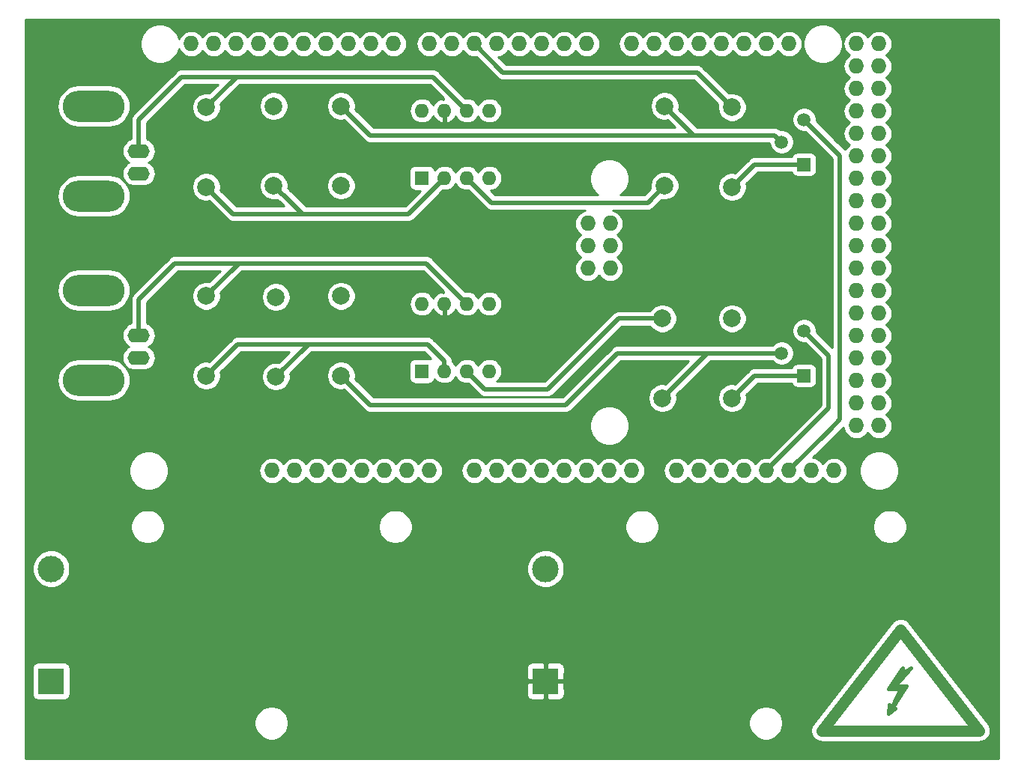
<source format=gbr>
G04 #@! TF.GenerationSoftware,KiCad,Pcbnew,5.1.4-e60b266~84~ubuntu18.04.1*
G04 #@! TF.CreationDate,2019-10-23T15:59:47+01:00*
G04 #@! TF.ProjectId,trans_switch_volt_amp,7472616e-735f-4737-9769-7463685f766f,rev?*
G04 #@! TF.SameCoordinates,Original*
G04 #@! TF.FileFunction,Copper,L1,Top*
G04 #@! TF.FilePolarity,Positive*
%FSLAX46Y46*%
G04 Gerber Fmt 4.6, Leading zero omitted, Abs format (unit mm)*
G04 Created by KiCad (PCBNEW 5.1.4-e60b266~84~ubuntu18.04.1) date 2019-10-23 15:59:47*
%MOMM*%
%LPD*%
G04 APERTURE LIST*
%ADD10C,0.381000*%
%ADD11C,1.270000*%
%ADD12R,3.000000X3.000000*%
%ADD13C,3.000000*%
%ADD14O,1.727200X1.727200*%
%ADD15C,2.000000*%
%ADD16O,7.000000X3.500000*%
%ADD17O,2.500000X1.600000*%
%ADD18R,1.500000X1.500000*%
%ADD19C,1.500000*%
%ADD20R,1.600000X1.600000*%
%ADD21O,1.600000X1.600000*%
%ADD22C,0.500000*%
%ADD23C,0.254000*%
G04 APERTURE END LIST*
D10*
X177927000Y-143891000D02*
X177800000Y-143383000D01*
X179070000Y-141605000D02*
X177927000Y-143891000D01*
X177673000Y-141605000D02*
X179070000Y-141605000D01*
X179197000Y-139319000D02*
X177673000Y-141605000D01*
X179451000Y-139700000D02*
X179324000Y-139192000D01*
X180213000Y-139192000D02*
X179451000Y-139700000D01*
X178435000Y-141224000D02*
X180213000Y-139192000D01*
X179705000Y-141224000D02*
X178435000Y-141224000D01*
X177927000Y-144018000D02*
X179705000Y-141224000D01*
X178435000Y-143764000D02*
X177927000Y-144018000D01*
X177673000Y-144399000D02*
X178435000Y-143764000D01*
X177800000Y-143383000D02*
X177673000Y-144399000D01*
X178054000Y-141478000D02*
X179324000Y-141478000D01*
X179451000Y-139573000D02*
X178054000Y-141478000D01*
D11*
X170180000Y-146304000D02*
X179070000Y-134874000D01*
X187960000Y-146304000D02*
X170180000Y-146304000D01*
X179070000Y-134874000D02*
X187960000Y-146304000D01*
D12*
X138938000Y-140716000D03*
D13*
X138938000Y-128016000D03*
D14*
X143712001Y-94055001D03*
X146252001Y-94055001D03*
X146252001Y-91515001D03*
X143712001Y-91515001D03*
X146252001Y-88975001D03*
X130885001Y-116915001D03*
X125805001Y-116915001D03*
X123265001Y-116915001D03*
X120725001Y-116915001D03*
X118185001Y-116915001D03*
X115645001Y-116915001D03*
X113105001Y-116915001D03*
X110565001Y-116915001D03*
X166445001Y-68655001D03*
X163905001Y-68655001D03*
X161365001Y-68655001D03*
X158825001Y-68655001D03*
X156285001Y-68655001D03*
X153745001Y-68655001D03*
X151205001Y-68655001D03*
X148665001Y-68655001D03*
X143585001Y-68655001D03*
X141045001Y-68655001D03*
X138505001Y-68655001D03*
X135965001Y-68655001D03*
X133425001Y-68655001D03*
X130885001Y-68655001D03*
X128345001Y-68655001D03*
X125805001Y-68655001D03*
X106501001Y-68655001D03*
X121741001Y-68655001D03*
X119201001Y-68655001D03*
X116661001Y-68655001D03*
X98881001Y-68655001D03*
X101421001Y-68655001D03*
X103961001Y-68655001D03*
X109041001Y-68655001D03*
X111581001Y-68655001D03*
X114121001Y-68655001D03*
X108025001Y-116915001D03*
X133425001Y-116915001D03*
X135965001Y-116915001D03*
X138505001Y-116915001D03*
X141045001Y-116915001D03*
X143585001Y-116915001D03*
X146125001Y-116915001D03*
X148665001Y-116915001D03*
X153745001Y-116915001D03*
X156285001Y-116915001D03*
X158825001Y-116915001D03*
X161365001Y-116915001D03*
X163905001Y-116915001D03*
X166445001Y-116915001D03*
X168985001Y-116915001D03*
X171525001Y-116915001D03*
X174065001Y-68655001D03*
X176605001Y-68655001D03*
X174065001Y-71195001D03*
X176605001Y-71195001D03*
X174065001Y-73735001D03*
X176605001Y-73735001D03*
X174065001Y-76275001D03*
X176605001Y-76275001D03*
X174065001Y-78815001D03*
X176605001Y-78815001D03*
X174065001Y-81355001D03*
X176605001Y-81355001D03*
X174065001Y-83895001D03*
X176605001Y-83895001D03*
X174065001Y-86435001D03*
X176605001Y-86435001D03*
X174065001Y-88975001D03*
X176605001Y-88975001D03*
X174065001Y-91515001D03*
X176605001Y-91515001D03*
X174065001Y-94055001D03*
X176605001Y-94055001D03*
X174065001Y-96595001D03*
X176605001Y-96595001D03*
X174065001Y-99135001D03*
X176605001Y-99135001D03*
X174065001Y-101675001D03*
X176605001Y-101675001D03*
X174065001Y-104215001D03*
X176605001Y-104215001D03*
X174065001Y-106755001D03*
X176605001Y-106755001D03*
X174065001Y-109295001D03*
X176605001Y-109295001D03*
X174065001Y-111835001D03*
X176605001Y-111835001D03*
X143712001Y-88975001D03*
D15*
X108204000Y-84692000D03*
X108204000Y-75692000D03*
D13*
X83058000Y-128016000D03*
D12*
X83058000Y-140716000D03*
D16*
X87884000Y-106680000D03*
X87884000Y-96520000D03*
D17*
X92964000Y-101600000D03*
X92964000Y-104140000D03*
X92964000Y-83312000D03*
X92964000Y-80772000D03*
D16*
X87884000Y-75692000D03*
X87884000Y-85852000D03*
D18*
X168148000Y-106172000D03*
D19*
X168148000Y-101092000D03*
X165608000Y-103632000D03*
X165608000Y-79756000D03*
X168148000Y-77216000D03*
D18*
X168148000Y-82296000D03*
D15*
X160020000Y-99712000D03*
X160020000Y-108712000D03*
X115824000Y-106172000D03*
X115824000Y-97172000D03*
X152146000Y-99712000D03*
X152146000Y-108712000D03*
X100584000Y-106172000D03*
X100584000Y-97172000D03*
X108458000Y-97282000D03*
X108458000Y-106282000D03*
X152400000Y-75692000D03*
X152400000Y-84692000D03*
X100584000Y-75836000D03*
X100584000Y-84836000D03*
X115824000Y-84692000D03*
X115824000Y-75692000D03*
X160020000Y-84836000D03*
X160020000Y-75836000D03*
D20*
X124968000Y-105664000D03*
D21*
X132588000Y-98044000D03*
X127508000Y-105664000D03*
X130048000Y-98044000D03*
X130048000Y-105664000D03*
X127508000Y-98044000D03*
X132588000Y-105664000D03*
X124968000Y-98044000D03*
X124968000Y-76200000D03*
X132588000Y-83820000D03*
X127508000Y-76200000D03*
X130048000Y-83820000D03*
X130048000Y-76200000D03*
X127508000Y-83820000D03*
X132588000Y-76200000D03*
D20*
X124968000Y-83820000D03*
D22*
X92964000Y-97536000D02*
X92964000Y-101600000D01*
X97028000Y-93472000D02*
X92964000Y-97536000D01*
X130048000Y-98044000D02*
X125476000Y-93472000D01*
X105410000Y-93472000D02*
X104284000Y-93472000D01*
X105410000Y-93472000D02*
X97028000Y-93472000D01*
X104284000Y-93472000D02*
X100584000Y-97172000D01*
X125476000Y-93472000D02*
X105410000Y-93472000D01*
X100584000Y-75836000D02*
X104030000Y-72390000D01*
X126238000Y-72390000D02*
X130048000Y-76200000D01*
X104030000Y-72390000D02*
X126238000Y-72390000D01*
X104030000Y-72390000D02*
X97790000Y-72390000D01*
X92964000Y-77216000D02*
X92964000Y-80772000D01*
X97790000Y-72390000D02*
X92964000Y-77216000D01*
X162560000Y-106172000D02*
X160020000Y-108712000D01*
X168148000Y-106172000D02*
X162560000Y-106172000D01*
X168148000Y-101092000D02*
X170942000Y-103886000D01*
X170942000Y-109878002D02*
X163905001Y-116915001D01*
X170942000Y-103886000D02*
X170942000Y-109878002D01*
X147066000Y-103632000D02*
X141224000Y-109474000D01*
X119126000Y-109474000D02*
X115824000Y-106172000D01*
X141224000Y-109474000D02*
X119126000Y-109474000D01*
X157226000Y-103632000D02*
X158242000Y-103632000D01*
X152146000Y-108712000D02*
X157226000Y-103632000D01*
X165608000Y-103632000D02*
X158242000Y-103632000D01*
X158242000Y-103632000D02*
X147066000Y-103632000D01*
X115824000Y-75692000D02*
X119126000Y-78994000D01*
X164846000Y-78994000D02*
X165608000Y-79756000D01*
X156464000Y-78994000D02*
X155702000Y-78994000D01*
X155702000Y-78994000D02*
X152400000Y-75692000D01*
X156464000Y-78994000D02*
X164846000Y-78994000D01*
X119126000Y-78994000D02*
X156464000Y-78994000D01*
X168148000Y-77216000D02*
X171196000Y-80264000D01*
X171092002Y-112268000D02*
X166445001Y-116915001D01*
X172212000Y-111148002D02*
X171092002Y-112268000D01*
X171196000Y-80264000D02*
X172212000Y-81280000D01*
X172212000Y-81280000D02*
X172212000Y-111148002D01*
X162560000Y-82296000D02*
X168148000Y-82296000D01*
X160020000Y-84836000D02*
X162560000Y-82296000D01*
X152146000Y-99712000D02*
X147176000Y-99712000D01*
X147176000Y-99712000D02*
X139192000Y-107696000D01*
X132080000Y-107696000D02*
X130048000Y-105664000D01*
X139192000Y-107696000D02*
X132080000Y-107696000D01*
X127508000Y-104532630D02*
X125591370Y-102616000D01*
X127508000Y-105664000D02*
X127508000Y-104532630D01*
X112124000Y-102616000D02*
X108458000Y-106282000D01*
X104140000Y-102616000D02*
X100584000Y-106172000D01*
X112522000Y-102616000D02*
X104140000Y-102616000D01*
X112522000Y-102616000D02*
X112124000Y-102616000D01*
X125591370Y-102616000D02*
X112522000Y-102616000D01*
X130048000Y-83820000D02*
X132842000Y-86614000D01*
X150478000Y-86614000D02*
X152400000Y-84692000D01*
X132842000Y-86614000D02*
X150478000Y-86614000D01*
X123444000Y-87884000D02*
X127508000Y-83820000D01*
X100584000Y-84836000D02*
X103632000Y-87884000D01*
X109313999Y-85691999D02*
X111506000Y-87884000D01*
X108204000Y-84692000D02*
X109203999Y-85691999D01*
X103632000Y-87884000D02*
X111506000Y-87884000D01*
X109203999Y-85691999D02*
X109313999Y-85691999D01*
X111506000Y-87884000D02*
X123444000Y-87884000D01*
X130885001Y-68655001D02*
X134112000Y-71882000D01*
X156066000Y-71882000D02*
X160020000Y-75836000D01*
X134112000Y-71882000D02*
X156066000Y-71882000D01*
D23*
G36*
X190119000Y-149454000D02*
G01*
X80162000Y-149454000D01*
X80162000Y-145275419D01*
X106023000Y-145275419D01*
X106023000Y-145656581D01*
X106097361Y-146030419D01*
X106243225Y-146382566D01*
X106454987Y-146699491D01*
X106724509Y-146969013D01*
X107041434Y-147180775D01*
X107393581Y-147326639D01*
X107767419Y-147401000D01*
X108148581Y-147401000D01*
X108522419Y-147326639D01*
X108874566Y-147180775D01*
X109191491Y-146969013D01*
X109461013Y-146699491D01*
X109672775Y-146382566D01*
X109818639Y-146030419D01*
X109893000Y-145656581D01*
X109893000Y-145275419D01*
X161903000Y-145275419D01*
X161903000Y-145656581D01*
X161977361Y-146030419D01*
X162123225Y-146382566D01*
X162334987Y-146699491D01*
X162604509Y-146969013D01*
X162921434Y-147180775D01*
X163273581Y-147326639D01*
X163647419Y-147401000D01*
X164028581Y-147401000D01*
X164402419Y-147326639D01*
X164754566Y-147180775D01*
X165071491Y-146969013D01*
X165341013Y-146699491D01*
X165552775Y-146382566D01*
X165585318Y-146304000D01*
X168903856Y-146304000D01*
X168911634Y-146382969D01*
X168913711Y-146462286D01*
X168923866Y-146507167D01*
X168928377Y-146552963D01*
X168951410Y-146628893D01*
X168968922Y-146706285D01*
X168987639Y-146748325D01*
X169000997Y-146792359D01*
X169038403Y-146862341D01*
X169070675Y-146934825D01*
X169097230Y-146972399D01*
X169118925Y-147012988D01*
X169169274Y-147074338D01*
X169215059Y-147139122D01*
X169248431Y-147170791D01*
X169277630Y-147206370D01*
X169338975Y-147256715D01*
X169396524Y-147311327D01*
X169435436Y-147335878D01*
X169471012Y-147365075D01*
X169541005Y-147402487D01*
X169608098Y-147444819D01*
X169651051Y-147461307D01*
X169691641Y-147483003D01*
X169767579Y-147506039D01*
X169841650Y-147534472D01*
X169887000Y-147542265D01*
X169931037Y-147555623D01*
X170010005Y-147563401D01*
X170088205Y-147576838D01*
X170196577Y-147574000D01*
X187943422Y-147574000D01*
X188051795Y-147576838D01*
X188129995Y-147563401D01*
X188208963Y-147555623D01*
X188253000Y-147542265D01*
X188298350Y-147534472D01*
X188372421Y-147506039D01*
X188448359Y-147483003D01*
X188488949Y-147461307D01*
X188531902Y-147444819D01*
X188598995Y-147402487D01*
X188668988Y-147365075D01*
X188704564Y-147335878D01*
X188743476Y-147311327D01*
X188801025Y-147256715D01*
X188862370Y-147206370D01*
X188891569Y-147170791D01*
X188924941Y-147139122D01*
X188970726Y-147074338D01*
X189021075Y-147012988D01*
X189042770Y-146972399D01*
X189069325Y-146934825D01*
X189101597Y-146862341D01*
X189139003Y-146792359D01*
X189152361Y-146748325D01*
X189171078Y-146706285D01*
X189188590Y-146628893D01*
X189211623Y-146552963D01*
X189216134Y-146507167D01*
X189226289Y-146462286D01*
X189228366Y-146382969D01*
X189236144Y-146304000D01*
X189231633Y-146258204D01*
X189232838Y-146212204D01*
X189219401Y-146134003D01*
X189211623Y-146055037D01*
X189198265Y-146011002D01*
X189190472Y-145965649D01*
X189162037Y-145891574D01*
X189139003Y-145815641D01*
X189117308Y-145775053D01*
X189100819Y-145732097D01*
X189058485Y-145665001D01*
X189021075Y-145595012D01*
X188952276Y-145511181D01*
X180090323Y-134117242D01*
X180034941Y-134038878D01*
X179968331Y-133975667D01*
X179905122Y-133909059D01*
X179877774Y-133889731D01*
X179853476Y-133866673D01*
X179775814Y-133817672D01*
X179700825Y-133764675D01*
X179670223Y-133751050D01*
X179641902Y-133733181D01*
X179556188Y-133700278D01*
X179472285Y-133662922D01*
X179439615Y-133655530D01*
X179408350Y-133643528D01*
X179317851Y-133627977D01*
X179228286Y-133607711D01*
X179194805Y-133606834D01*
X179161795Y-133601162D01*
X179070000Y-133603566D01*
X178978205Y-133601162D01*
X178945195Y-133606834D01*
X178911713Y-133607711D01*
X178822144Y-133627978D01*
X178731650Y-133643528D01*
X178700387Y-133655529D01*
X178667714Y-133662922D01*
X178583805Y-133700281D01*
X178498098Y-133733181D01*
X178469779Y-133751049D01*
X178439174Y-133764675D01*
X178364177Y-133817678D01*
X178286524Y-133866673D01*
X178262229Y-133889729D01*
X178234877Y-133909059D01*
X178171659Y-133975677D01*
X178105059Y-134038878D01*
X178049686Y-134117228D01*
X169187739Y-145511163D01*
X169118925Y-145595012D01*
X169081512Y-145665008D01*
X169039181Y-145732098D01*
X169022693Y-145775051D01*
X169000997Y-145815641D01*
X168977961Y-145891579D01*
X168949528Y-145965650D01*
X168941735Y-146011000D01*
X168928377Y-146055037D01*
X168920599Y-146134005D01*
X168907162Y-146212205D01*
X168908367Y-146258204D01*
X168903856Y-146304000D01*
X165585318Y-146304000D01*
X165698639Y-146030419D01*
X165773000Y-145656581D01*
X165773000Y-145275419D01*
X165698639Y-144901581D01*
X165552775Y-144549434D01*
X165341013Y-144232509D01*
X165071491Y-143962987D01*
X164754566Y-143751225D01*
X164402419Y-143605361D01*
X164028581Y-143531000D01*
X163647419Y-143531000D01*
X163273581Y-143605361D01*
X162921434Y-143751225D01*
X162604509Y-143962987D01*
X162334987Y-144232509D01*
X162123225Y-144549434D01*
X161977361Y-144901581D01*
X161903000Y-145275419D01*
X109893000Y-145275419D01*
X109818639Y-144901581D01*
X109672775Y-144549434D01*
X109461013Y-144232509D01*
X109191491Y-143962987D01*
X108874566Y-143751225D01*
X108522419Y-143605361D01*
X108148581Y-143531000D01*
X107767419Y-143531000D01*
X107393581Y-143605361D01*
X107041434Y-143751225D01*
X106724509Y-143962987D01*
X106454987Y-144232509D01*
X106243225Y-144549434D01*
X106097361Y-144901581D01*
X106023000Y-145275419D01*
X80162000Y-145275419D01*
X80162000Y-139216000D01*
X80919928Y-139216000D01*
X80919928Y-142216000D01*
X80932188Y-142340482D01*
X80968498Y-142460180D01*
X81027463Y-142570494D01*
X81106815Y-142667185D01*
X81203506Y-142746537D01*
X81313820Y-142805502D01*
X81433518Y-142841812D01*
X81558000Y-142854072D01*
X84558000Y-142854072D01*
X84682482Y-142841812D01*
X84802180Y-142805502D01*
X84912494Y-142746537D01*
X85009185Y-142667185D01*
X85088537Y-142570494D01*
X85147502Y-142460180D01*
X85183812Y-142340482D01*
X85196072Y-142216000D01*
X136799928Y-142216000D01*
X136812188Y-142340482D01*
X136848498Y-142460180D01*
X136907463Y-142570494D01*
X136986815Y-142667185D01*
X137083506Y-142746537D01*
X137193820Y-142805502D01*
X137313518Y-142841812D01*
X137438000Y-142854072D01*
X138652250Y-142851000D01*
X138811000Y-142692250D01*
X138811000Y-140843000D01*
X139065000Y-140843000D01*
X139065000Y-142692250D01*
X139223750Y-142851000D01*
X140438000Y-142854072D01*
X140562482Y-142841812D01*
X140682180Y-142805502D01*
X140792494Y-142746537D01*
X140889185Y-142667185D01*
X140968537Y-142570494D01*
X141027502Y-142460180D01*
X141063812Y-142340482D01*
X141076072Y-142216000D01*
X141073000Y-141001750D01*
X140914250Y-140843000D01*
X139065000Y-140843000D01*
X138811000Y-140843000D01*
X136961750Y-140843000D01*
X136803000Y-141001750D01*
X136799928Y-142216000D01*
X85196072Y-142216000D01*
X85196072Y-139216000D01*
X136799928Y-139216000D01*
X136803000Y-140430250D01*
X136961750Y-140589000D01*
X138811000Y-140589000D01*
X138811000Y-138739750D01*
X139065000Y-138739750D01*
X139065000Y-140589000D01*
X140914250Y-140589000D01*
X141073000Y-140430250D01*
X141076072Y-139216000D01*
X141063812Y-139091518D01*
X141027502Y-138971820D01*
X140968537Y-138861506D01*
X140889185Y-138764815D01*
X140792494Y-138685463D01*
X140682180Y-138626498D01*
X140562482Y-138590188D01*
X140438000Y-138577928D01*
X139223750Y-138581000D01*
X139065000Y-138739750D01*
X138811000Y-138739750D01*
X138652250Y-138581000D01*
X137438000Y-138577928D01*
X137313518Y-138590188D01*
X137193820Y-138626498D01*
X137083506Y-138685463D01*
X136986815Y-138764815D01*
X136907463Y-138861506D01*
X136848498Y-138971820D01*
X136812188Y-139091518D01*
X136799928Y-139216000D01*
X85196072Y-139216000D01*
X85183812Y-139091518D01*
X85147502Y-138971820D01*
X85088537Y-138861506D01*
X85009185Y-138764815D01*
X84912494Y-138685463D01*
X84802180Y-138626498D01*
X84682482Y-138590188D01*
X84558000Y-138577928D01*
X81558000Y-138577928D01*
X81433518Y-138590188D01*
X81313820Y-138626498D01*
X81203506Y-138685463D01*
X81106815Y-138764815D01*
X81027463Y-138861506D01*
X80968498Y-138971820D01*
X80932188Y-139091518D01*
X80919928Y-139216000D01*
X80162000Y-139216000D01*
X80162000Y-127805721D01*
X80923000Y-127805721D01*
X80923000Y-128226279D01*
X81005047Y-128638756D01*
X81165988Y-129027302D01*
X81399637Y-129376983D01*
X81697017Y-129674363D01*
X82046698Y-129908012D01*
X82435244Y-130068953D01*
X82847721Y-130151000D01*
X83268279Y-130151000D01*
X83680756Y-130068953D01*
X84069302Y-129908012D01*
X84418983Y-129674363D01*
X84716363Y-129376983D01*
X84950012Y-129027302D01*
X85110953Y-128638756D01*
X85193000Y-128226279D01*
X85193000Y-127805721D01*
X136803000Y-127805721D01*
X136803000Y-128226279D01*
X136885047Y-128638756D01*
X137045988Y-129027302D01*
X137279637Y-129376983D01*
X137577017Y-129674363D01*
X137926698Y-129908012D01*
X138315244Y-130068953D01*
X138727721Y-130151000D01*
X139148279Y-130151000D01*
X139560756Y-130068953D01*
X139949302Y-129908012D01*
X140298983Y-129674363D01*
X140596363Y-129376983D01*
X140830012Y-129027302D01*
X140990953Y-128638756D01*
X141073000Y-128226279D01*
X141073000Y-127805721D01*
X140990953Y-127393244D01*
X140830012Y-127004698D01*
X140596363Y-126655017D01*
X140298983Y-126357637D01*
X139949302Y-126123988D01*
X139560756Y-125963047D01*
X139148279Y-125881000D01*
X138727721Y-125881000D01*
X138315244Y-125963047D01*
X137926698Y-126123988D01*
X137577017Y-126357637D01*
X137279637Y-126655017D01*
X137045988Y-127004698D01*
X136885047Y-127393244D01*
X136803000Y-127805721D01*
X85193000Y-127805721D01*
X85110953Y-127393244D01*
X84950012Y-127004698D01*
X84716363Y-126655017D01*
X84418983Y-126357637D01*
X84069302Y-126123988D01*
X83680756Y-125963047D01*
X83268279Y-125881000D01*
X82847721Y-125881000D01*
X82435244Y-125963047D01*
X82046698Y-126123988D01*
X81697017Y-126357637D01*
X81399637Y-126655017D01*
X81165988Y-127004698D01*
X81005047Y-127393244D01*
X80923000Y-127805721D01*
X80162000Y-127805721D01*
X80162000Y-123075419D01*
X92023000Y-123075419D01*
X92023000Y-123456581D01*
X92097361Y-123830419D01*
X92243225Y-124182566D01*
X92454987Y-124499491D01*
X92724509Y-124769013D01*
X93041434Y-124980775D01*
X93393581Y-125126639D01*
X93767419Y-125201000D01*
X94148581Y-125201000D01*
X94522419Y-125126639D01*
X94874566Y-124980775D01*
X95191491Y-124769013D01*
X95461013Y-124499491D01*
X95672775Y-124182566D01*
X95818639Y-123830419D01*
X95893000Y-123456581D01*
X95893000Y-123075419D01*
X120023000Y-123075419D01*
X120023000Y-123456581D01*
X120097361Y-123830419D01*
X120243225Y-124182566D01*
X120454987Y-124499491D01*
X120724509Y-124769013D01*
X121041434Y-124980775D01*
X121393581Y-125126639D01*
X121767419Y-125201000D01*
X122148581Y-125201000D01*
X122522419Y-125126639D01*
X122874566Y-124980775D01*
X123191491Y-124769013D01*
X123461013Y-124499491D01*
X123672775Y-124182566D01*
X123818639Y-123830419D01*
X123893000Y-123456581D01*
X123893000Y-123075419D01*
X147903000Y-123075419D01*
X147903000Y-123456581D01*
X147977361Y-123830419D01*
X148123225Y-124182566D01*
X148334987Y-124499491D01*
X148604509Y-124769013D01*
X148921434Y-124980775D01*
X149273581Y-125126639D01*
X149647419Y-125201000D01*
X150028581Y-125201000D01*
X150402419Y-125126639D01*
X150754566Y-124980775D01*
X151071491Y-124769013D01*
X151341013Y-124499491D01*
X151552775Y-124182566D01*
X151698639Y-123830419D01*
X151773000Y-123456581D01*
X151773000Y-123075419D01*
X175903000Y-123075419D01*
X175903000Y-123456581D01*
X175977361Y-123830419D01*
X176123225Y-124182566D01*
X176334987Y-124499491D01*
X176604509Y-124769013D01*
X176921434Y-124980775D01*
X177273581Y-125126639D01*
X177647419Y-125201000D01*
X178028581Y-125201000D01*
X178402419Y-125126639D01*
X178754566Y-124980775D01*
X179071491Y-124769013D01*
X179341013Y-124499491D01*
X179552775Y-124182566D01*
X179698639Y-123830419D01*
X179773000Y-123456581D01*
X179773000Y-123075419D01*
X179698639Y-122701581D01*
X179552775Y-122349434D01*
X179341013Y-122032509D01*
X179071491Y-121762987D01*
X178754566Y-121551225D01*
X178402419Y-121405361D01*
X178028581Y-121331000D01*
X177647419Y-121331000D01*
X177273581Y-121405361D01*
X176921434Y-121551225D01*
X176604509Y-121762987D01*
X176334987Y-122032509D01*
X176123225Y-122349434D01*
X175977361Y-122701581D01*
X175903000Y-123075419D01*
X151773000Y-123075419D01*
X151698639Y-122701581D01*
X151552775Y-122349434D01*
X151341013Y-122032509D01*
X151071491Y-121762987D01*
X150754566Y-121551225D01*
X150402419Y-121405361D01*
X150028581Y-121331000D01*
X149647419Y-121331000D01*
X149273581Y-121405361D01*
X148921434Y-121551225D01*
X148604509Y-121762987D01*
X148334987Y-122032509D01*
X148123225Y-122349434D01*
X147977361Y-122701581D01*
X147903000Y-123075419D01*
X123893000Y-123075419D01*
X123818639Y-122701581D01*
X123672775Y-122349434D01*
X123461013Y-122032509D01*
X123191491Y-121762987D01*
X122874566Y-121551225D01*
X122522419Y-121405361D01*
X122148581Y-121331000D01*
X121767419Y-121331000D01*
X121393581Y-121405361D01*
X121041434Y-121551225D01*
X120724509Y-121762987D01*
X120454987Y-122032509D01*
X120243225Y-122349434D01*
X120097361Y-122701581D01*
X120023000Y-123075419D01*
X95893000Y-123075419D01*
X95818639Y-122701581D01*
X95672775Y-122349434D01*
X95461013Y-122032509D01*
X95191491Y-121762987D01*
X94874566Y-121551225D01*
X94522419Y-121405361D01*
X94148581Y-121331000D01*
X93767419Y-121331000D01*
X93393581Y-121405361D01*
X93041434Y-121551225D01*
X92724509Y-121762987D01*
X92454987Y-122032509D01*
X92243225Y-122349434D01*
X92097361Y-122701581D01*
X92023000Y-123075419D01*
X80162000Y-123075419D01*
X80162000Y-116694873D01*
X91820001Y-116694873D01*
X91820001Y-117135129D01*
X91905891Y-117566926D01*
X92074370Y-117973670D01*
X92318963Y-118339730D01*
X92630272Y-118651039D01*
X92996332Y-118895632D01*
X93403076Y-119064111D01*
X93834873Y-119150001D01*
X94275129Y-119150001D01*
X94706926Y-119064111D01*
X95113670Y-118895632D01*
X95479730Y-118651039D01*
X95791039Y-118339730D01*
X96035632Y-117973670D01*
X96204111Y-117566926D01*
X96290001Y-117135129D01*
X96290001Y-116915001D01*
X106519150Y-116915001D01*
X106548085Y-117208778D01*
X106633776Y-117491265D01*
X106772932Y-117751607D01*
X106960204Y-117979798D01*
X107188395Y-118167070D01*
X107448737Y-118306226D01*
X107731224Y-118391917D01*
X107951382Y-118413601D01*
X108098620Y-118413601D01*
X108318778Y-118391917D01*
X108601265Y-118306226D01*
X108861607Y-118167070D01*
X109089798Y-117979798D01*
X109277070Y-117751607D01*
X109295001Y-117718061D01*
X109312932Y-117751607D01*
X109500204Y-117979798D01*
X109728395Y-118167070D01*
X109988737Y-118306226D01*
X110271224Y-118391917D01*
X110491382Y-118413601D01*
X110638620Y-118413601D01*
X110858778Y-118391917D01*
X111141265Y-118306226D01*
X111401607Y-118167070D01*
X111629798Y-117979798D01*
X111817070Y-117751607D01*
X111835001Y-117718061D01*
X111852932Y-117751607D01*
X112040204Y-117979798D01*
X112268395Y-118167070D01*
X112528737Y-118306226D01*
X112811224Y-118391917D01*
X113031382Y-118413601D01*
X113178620Y-118413601D01*
X113398778Y-118391917D01*
X113681265Y-118306226D01*
X113941607Y-118167070D01*
X114169798Y-117979798D01*
X114357070Y-117751607D01*
X114375001Y-117718061D01*
X114392932Y-117751607D01*
X114580204Y-117979798D01*
X114808395Y-118167070D01*
X115068737Y-118306226D01*
X115351224Y-118391917D01*
X115571382Y-118413601D01*
X115718620Y-118413601D01*
X115938778Y-118391917D01*
X116221265Y-118306226D01*
X116481607Y-118167070D01*
X116709798Y-117979798D01*
X116897070Y-117751607D01*
X116915001Y-117718061D01*
X116932932Y-117751607D01*
X117120204Y-117979798D01*
X117348395Y-118167070D01*
X117608737Y-118306226D01*
X117891224Y-118391917D01*
X118111382Y-118413601D01*
X118258620Y-118413601D01*
X118478778Y-118391917D01*
X118761265Y-118306226D01*
X119021607Y-118167070D01*
X119249798Y-117979798D01*
X119437070Y-117751607D01*
X119455001Y-117718061D01*
X119472932Y-117751607D01*
X119660204Y-117979798D01*
X119888395Y-118167070D01*
X120148737Y-118306226D01*
X120431224Y-118391917D01*
X120651382Y-118413601D01*
X120798620Y-118413601D01*
X121018778Y-118391917D01*
X121301265Y-118306226D01*
X121561607Y-118167070D01*
X121789798Y-117979798D01*
X121977070Y-117751607D01*
X121995001Y-117718061D01*
X122012932Y-117751607D01*
X122200204Y-117979798D01*
X122428395Y-118167070D01*
X122688737Y-118306226D01*
X122971224Y-118391917D01*
X123191382Y-118413601D01*
X123338620Y-118413601D01*
X123558778Y-118391917D01*
X123841265Y-118306226D01*
X124101607Y-118167070D01*
X124329798Y-117979798D01*
X124517070Y-117751607D01*
X124535001Y-117718061D01*
X124552932Y-117751607D01*
X124740204Y-117979798D01*
X124968395Y-118167070D01*
X125228737Y-118306226D01*
X125511224Y-118391917D01*
X125731382Y-118413601D01*
X125878620Y-118413601D01*
X126098778Y-118391917D01*
X126381265Y-118306226D01*
X126641607Y-118167070D01*
X126869798Y-117979798D01*
X127057070Y-117751607D01*
X127196226Y-117491265D01*
X127281917Y-117208778D01*
X127310852Y-116915001D01*
X129379150Y-116915001D01*
X129408085Y-117208778D01*
X129493776Y-117491265D01*
X129632932Y-117751607D01*
X129820204Y-117979798D01*
X130048395Y-118167070D01*
X130308737Y-118306226D01*
X130591224Y-118391917D01*
X130811382Y-118413601D01*
X130958620Y-118413601D01*
X131178778Y-118391917D01*
X131461265Y-118306226D01*
X131721607Y-118167070D01*
X131949798Y-117979798D01*
X132137070Y-117751607D01*
X132155001Y-117718061D01*
X132172932Y-117751607D01*
X132360204Y-117979798D01*
X132588395Y-118167070D01*
X132848737Y-118306226D01*
X133131224Y-118391917D01*
X133351382Y-118413601D01*
X133498620Y-118413601D01*
X133718778Y-118391917D01*
X134001265Y-118306226D01*
X134261607Y-118167070D01*
X134489798Y-117979798D01*
X134677070Y-117751607D01*
X134695001Y-117718061D01*
X134712932Y-117751607D01*
X134900204Y-117979798D01*
X135128395Y-118167070D01*
X135388737Y-118306226D01*
X135671224Y-118391917D01*
X135891382Y-118413601D01*
X136038620Y-118413601D01*
X136258778Y-118391917D01*
X136541265Y-118306226D01*
X136801607Y-118167070D01*
X137029798Y-117979798D01*
X137217070Y-117751607D01*
X137235001Y-117718061D01*
X137252932Y-117751607D01*
X137440204Y-117979798D01*
X137668395Y-118167070D01*
X137928737Y-118306226D01*
X138211224Y-118391917D01*
X138431382Y-118413601D01*
X138578620Y-118413601D01*
X138798778Y-118391917D01*
X139081265Y-118306226D01*
X139341607Y-118167070D01*
X139569798Y-117979798D01*
X139757070Y-117751607D01*
X139775001Y-117718061D01*
X139792932Y-117751607D01*
X139980204Y-117979798D01*
X140208395Y-118167070D01*
X140468737Y-118306226D01*
X140751224Y-118391917D01*
X140971382Y-118413601D01*
X141118620Y-118413601D01*
X141338778Y-118391917D01*
X141621265Y-118306226D01*
X141881607Y-118167070D01*
X142109798Y-117979798D01*
X142297070Y-117751607D01*
X142315001Y-117718061D01*
X142332932Y-117751607D01*
X142520204Y-117979798D01*
X142748395Y-118167070D01*
X143008737Y-118306226D01*
X143291224Y-118391917D01*
X143511382Y-118413601D01*
X143658620Y-118413601D01*
X143878778Y-118391917D01*
X144161265Y-118306226D01*
X144421607Y-118167070D01*
X144649798Y-117979798D01*
X144837070Y-117751607D01*
X144855001Y-117718061D01*
X144872932Y-117751607D01*
X145060204Y-117979798D01*
X145288395Y-118167070D01*
X145548737Y-118306226D01*
X145831224Y-118391917D01*
X146051382Y-118413601D01*
X146198620Y-118413601D01*
X146418778Y-118391917D01*
X146701265Y-118306226D01*
X146961607Y-118167070D01*
X147189798Y-117979798D01*
X147377070Y-117751607D01*
X147395001Y-117718061D01*
X147412932Y-117751607D01*
X147600204Y-117979798D01*
X147828395Y-118167070D01*
X148088737Y-118306226D01*
X148371224Y-118391917D01*
X148591382Y-118413601D01*
X148738620Y-118413601D01*
X148958778Y-118391917D01*
X149241265Y-118306226D01*
X149501607Y-118167070D01*
X149729798Y-117979798D01*
X149917070Y-117751607D01*
X150056226Y-117491265D01*
X150141917Y-117208778D01*
X150170852Y-116915001D01*
X152239150Y-116915001D01*
X152268085Y-117208778D01*
X152353776Y-117491265D01*
X152492932Y-117751607D01*
X152680204Y-117979798D01*
X152908395Y-118167070D01*
X153168737Y-118306226D01*
X153451224Y-118391917D01*
X153671382Y-118413601D01*
X153818620Y-118413601D01*
X154038778Y-118391917D01*
X154321265Y-118306226D01*
X154581607Y-118167070D01*
X154809798Y-117979798D01*
X154997070Y-117751607D01*
X155015001Y-117718061D01*
X155032932Y-117751607D01*
X155220204Y-117979798D01*
X155448395Y-118167070D01*
X155708737Y-118306226D01*
X155991224Y-118391917D01*
X156211382Y-118413601D01*
X156358620Y-118413601D01*
X156578778Y-118391917D01*
X156861265Y-118306226D01*
X157121607Y-118167070D01*
X157349798Y-117979798D01*
X157537070Y-117751607D01*
X157555001Y-117718061D01*
X157572932Y-117751607D01*
X157760204Y-117979798D01*
X157988395Y-118167070D01*
X158248737Y-118306226D01*
X158531224Y-118391917D01*
X158751382Y-118413601D01*
X158898620Y-118413601D01*
X159118778Y-118391917D01*
X159401265Y-118306226D01*
X159661607Y-118167070D01*
X159889798Y-117979798D01*
X160077070Y-117751607D01*
X160095001Y-117718061D01*
X160112932Y-117751607D01*
X160300204Y-117979798D01*
X160528395Y-118167070D01*
X160788737Y-118306226D01*
X161071224Y-118391917D01*
X161291382Y-118413601D01*
X161438620Y-118413601D01*
X161658778Y-118391917D01*
X161941265Y-118306226D01*
X162201607Y-118167070D01*
X162429798Y-117979798D01*
X162617070Y-117751607D01*
X162635001Y-117718061D01*
X162652932Y-117751607D01*
X162840204Y-117979798D01*
X163068395Y-118167070D01*
X163328737Y-118306226D01*
X163611224Y-118391917D01*
X163831382Y-118413601D01*
X163978620Y-118413601D01*
X164198778Y-118391917D01*
X164481265Y-118306226D01*
X164741607Y-118167070D01*
X164969798Y-117979798D01*
X165157070Y-117751607D01*
X165175001Y-117718061D01*
X165192932Y-117751607D01*
X165380204Y-117979798D01*
X165608395Y-118167070D01*
X165868737Y-118306226D01*
X166151224Y-118391917D01*
X166371382Y-118413601D01*
X166518620Y-118413601D01*
X166738778Y-118391917D01*
X167021265Y-118306226D01*
X167281607Y-118167070D01*
X167509798Y-117979798D01*
X167697070Y-117751607D01*
X167715001Y-117718061D01*
X167732932Y-117751607D01*
X167920204Y-117979798D01*
X168148395Y-118167070D01*
X168408737Y-118306226D01*
X168691224Y-118391917D01*
X168911382Y-118413601D01*
X169058620Y-118413601D01*
X169278778Y-118391917D01*
X169561265Y-118306226D01*
X169821607Y-118167070D01*
X170049798Y-117979798D01*
X170237070Y-117751607D01*
X170255001Y-117718061D01*
X170272932Y-117751607D01*
X170460204Y-117979798D01*
X170688395Y-118167070D01*
X170948737Y-118306226D01*
X171231224Y-118391917D01*
X171451382Y-118413601D01*
X171598620Y-118413601D01*
X171818778Y-118391917D01*
X172101265Y-118306226D01*
X172361607Y-118167070D01*
X172589798Y-117979798D01*
X172777070Y-117751607D01*
X172916226Y-117491265D01*
X173001917Y-117208778D01*
X173030852Y-116915001D01*
X173009171Y-116694873D01*
X174370001Y-116694873D01*
X174370001Y-117135129D01*
X174455891Y-117566926D01*
X174624370Y-117973670D01*
X174868963Y-118339730D01*
X175180272Y-118651039D01*
X175546332Y-118895632D01*
X175953076Y-119064111D01*
X176384873Y-119150001D01*
X176825129Y-119150001D01*
X177256926Y-119064111D01*
X177663670Y-118895632D01*
X178029730Y-118651039D01*
X178341039Y-118339730D01*
X178585632Y-117973670D01*
X178754111Y-117566926D01*
X178840001Y-117135129D01*
X178840001Y-116694873D01*
X178754111Y-116263076D01*
X178585632Y-115856332D01*
X178341039Y-115490272D01*
X178029730Y-115178963D01*
X177663670Y-114934370D01*
X177256926Y-114765891D01*
X176825129Y-114680001D01*
X176384873Y-114680001D01*
X175953076Y-114765891D01*
X175546332Y-114934370D01*
X175180272Y-115178963D01*
X174868963Y-115490272D01*
X174624370Y-115856332D01*
X174455891Y-116263076D01*
X174370001Y-116694873D01*
X173009171Y-116694873D01*
X173001917Y-116621224D01*
X172916226Y-116338737D01*
X172777070Y-116078395D01*
X172589798Y-115850204D01*
X172361607Y-115662932D01*
X172101265Y-115523776D01*
X171818778Y-115438085D01*
X171598620Y-115416401D01*
X171451382Y-115416401D01*
X171231224Y-115438085D01*
X170948737Y-115523776D01*
X170688395Y-115662932D01*
X170460204Y-115850204D01*
X170272932Y-116078395D01*
X170255001Y-116111941D01*
X170237070Y-116078395D01*
X170049798Y-115850204D01*
X169821607Y-115662932D01*
X169561265Y-115523776D01*
X169278778Y-115438085D01*
X169182935Y-115428645D01*
X171748534Y-112863047D01*
X171748538Y-112863042D01*
X172578645Y-112032936D01*
X172588085Y-112128778D01*
X172673776Y-112411265D01*
X172812932Y-112671607D01*
X173000204Y-112899798D01*
X173228395Y-113087070D01*
X173488737Y-113226226D01*
X173771224Y-113311917D01*
X173991382Y-113333601D01*
X174138620Y-113333601D01*
X174358778Y-113311917D01*
X174641265Y-113226226D01*
X174901607Y-113087070D01*
X175129798Y-112899798D01*
X175317070Y-112671607D01*
X175335001Y-112638061D01*
X175352932Y-112671607D01*
X175540204Y-112899798D01*
X175768395Y-113087070D01*
X176028737Y-113226226D01*
X176311224Y-113311917D01*
X176531382Y-113333601D01*
X176678620Y-113333601D01*
X176898778Y-113311917D01*
X177181265Y-113226226D01*
X177441607Y-113087070D01*
X177669798Y-112899798D01*
X177857070Y-112671607D01*
X177996226Y-112411265D01*
X178081917Y-112128778D01*
X178110852Y-111835001D01*
X178081917Y-111541224D01*
X177996226Y-111258737D01*
X177857070Y-110998395D01*
X177669798Y-110770204D01*
X177441607Y-110582932D01*
X177408061Y-110565001D01*
X177441607Y-110547070D01*
X177669798Y-110359798D01*
X177857070Y-110131607D01*
X177996226Y-109871265D01*
X178081917Y-109588778D01*
X178110852Y-109295001D01*
X178081917Y-109001224D01*
X177996226Y-108718737D01*
X177857070Y-108458395D01*
X177669798Y-108230204D01*
X177441607Y-108042932D01*
X177408061Y-108025001D01*
X177441607Y-108007070D01*
X177669798Y-107819798D01*
X177857070Y-107591607D01*
X177996226Y-107331265D01*
X178081917Y-107048778D01*
X178110852Y-106755001D01*
X178081917Y-106461224D01*
X177996226Y-106178737D01*
X177857070Y-105918395D01*
X177669798Y-105690204D01*
X177441607Y-105502932D01*
X177408061Y-105485001D01*
X177441607Y-105467070D01*
X177669798Y-105279798D01*
X177857070Y-105051607D01*
X177996226Y-104791265D01*
X178081917Y-104508778D01*
X178110852Y-104215001D01*
X178081917Y-103921224D01*
X177996226Y-103638737D01*
X177857070Y-103378395D01*
X177669798Y-103150204D01*
X177441607Y-102962932D01*
X177408061Y-102945001D01*
X177441607Y-102927070D01*
X177669798Y-102739798D01*
X177857070Y-102511607D01*
X177996226Y-102251265D01*
X178081917Y-101968778D01*
X178110852Y-101675001D01*
X178081917Y-101381224D01*
X177996226Y-101098737D01*
X177857070Y-100838395D01*
X177669798Y-100610204D01*
X177441607Y-100422932D01*
X177408061Y-100405001D01*
X177441607Y-100387070D01*
X177669798Y-100199798D01*
X177857070Y-99971607D01*
X177996226Y-99711265D01*
X178081917Y-99428778D01*
X178110852Y-99135001D01*
X178081917Y-98841224D01*
X177996226Y-98558737D01*
X177857070Y-98298395D01*
X177669798Y-98070204D01*
X177441607Y-97882932D01*
X177408061Y-97865001D01*
X177441607Y-97847070D01*
X177669798Y-97659798D01*
X177857070Y-97431607D01*
X177996226Y-97171265D01*
X178081917Y-96888778D01*
X178110852Y-96595001D01*
X178081917Y-96301224D01*
X177996226Y-96018737D01*
X177857070Y-95758395D01*
X177669798Y-95530204D01*
X177441607Y-95342932D01*
X177408061Y-95325001D01*
X177441607Y-95307070D01*
X177669798Y-95119798D01*
X177857070Y-94891607D01*
X177996226Y-94631265D01*
X178081917Y-94348778D01*
X178110852Y-94055001D01*
X178081917Y-93761224D01*
X177996226Y-93478737D01*
X177857070Y-93218395D01*
X177669798Y-92990204D01*
X177441607Y-92802932D01*
X177408061Y-92785001D01*
X177441607Y-92767070D01*
X177669798Y-92579798D01*
X177857070Y-92351607D01*
X177996226Y-92091265D01*
X178081917Y-91808778D01*
X178110852Y-91515001D01*
X178081917Y-91221224D01*
X177996226Y-90938737D01*
X177857070Y-90678395D01*
X177669798Y-90450204D01*
X177441607Y-90262932D01*
X177408061Y-90245001D01*
X177441607Y-90227070D01*
X177669798Y-90039798D01*
X177857070Y-89811607D01*
X177996226Y-89551265D01*
X178081917Y-89268778D01*
X178110852Y-88975001D01*
X178081917Y-88681224D01*
X177996226Y-88398737D01*
X177857070Y-88138395D01*
X177669798Y-87910204D01*
X177441607Y-87722932D01*
X177408061Y-87705001D01*
X177441607Y-87687070D01*
X177669798Y-87499798D01*
X177857070Y-87271607D01*
X177996226Y-87011265D01*
X178081917Y-86728778D01*
X178110852Y-86435001D01*
X178081917Y-86141224D01*
X177996226Y-85858737D01*
X177857070Y-85598395D01*
X177669798Y-85370204D01*
X177441607Y-85182932D01*
X177408061Y-85165001D01*
X177441607Y-85147070D01*
X177669798Y-84959798D01*
X177857070Y-84731607D01*
X177996226Y-84471265D01*
X178081917Y-84188778D01*
X178110852Y-83895001D01*
X178081917Y-83601224D01*
X177996226Y-83318737D01*
X177857070Y-83058395D01*
X177669798Y-82830204D01*
X177441607Y-82642932D01*
X177408061Y-82625001D01*
X177441607Y-82607070D01*
X177669798Y-82419798D01*
X177857070Y-82191607D01*
X177996226Y-81931265D01*
X178081917Y-81648778D01*
X178110852Y-81355001D01*
X178081917Y-81061224D01*
X177996226Y-80778737D01*
X177857070Y-80518395D01*
X177669798Y-80290204D01*
X177441607Y-80102932D01*
X177408061Y-80085001D01*
X177441607Y-80067070D01*
X177669798Y-79879798D01*
X177857070Y-79651607D01*
X177996226Y-79391265D01*
X178081917Y-79108778D01*
X178110852Y-78815001D01*
X178081917Y-78521224D01*
X177996226Y-78238737D01*
X177857070Y-77978395D01*
X177669798Y-77750204D01*
X177441607Y-77562932D01*
X177408061Y-77545001D01*
X177441607Y-77527070D01*
X177669798Y-77339798D01*
X177857070Y-77111607D01*
X177996226Y-76851265D01*
X178081917Y-76568778D01*
X178110852Y-76275001D01*
X178081917Y-75981224D01*
X177996226Y-75698737D01*
X177857070Y-75438395D01*
X177669798Y-75210204D01*
X177441607Y-75022932D01*
X177408061Y-75005001D01*
X177441607Y-74987070D01*
X177669798Y-74799798D01*
X177857070Y-74571607D01*
X177996226Y-74311265D01*
X178081917Y-74028778D01*
X178110852Y-73735001D01*
X178081917Y-73441224D01*
X177996226Y-73158737D01*
X177857070Y-72898395D01*
X177669798Y-72670204D01*
X177441607Y-72482932D01*
X177408061Y-72465001D01*
X177441607Y-72447070D01*
X177669798Y-72259798D01*
X177857070Y-72031607D01*
X177996226Y-71771265D01*
X178081917Y-71488778D01*
X178110852Y-71195001D01*
X178081917Y-70901224D01*
X177996226Y-70618737D01*
X177857070Y-70358395D01*
X177669798Y-70130204D01*
X177441607Y-69942932D01*
X177408061Y-69925001D01*
X177441607Y-69907070D01*
X177669798Y-69719798D01*
X177857070Y-69491607D01*
X177996226Y-69231265D01*
X178081917Y-68948778D01*
X178110852Y-68655001D01*
X178081917Y-68361224D01*
X177996226Y-68078737D01*
X177857070Y-67818395D01*
X177669798Y-67590204D01*
X177441607Y-67402932D01*
X177181265Y-67263776D01*
X176898778Y-67178085D01*
X176678620Y-67156401D01*
X176531382Y-67156401D01*
X176311224Y-67178085D01*
X176028737Y-67263776D01*
X175768395Y-67402932D01*
X175540204Y-67590204D01*
X175352932Y-67818395D01*
X175335001Y-67851941D01*
X175317070Y-67818395D01*
X175129798Y-67590204D01*
X174901607Y-67402932D01*
X174641265Y-67263776D01*
X174358778Y-67178085D01*
X174138620Y-67156401D01*
X173991382Y-67156401D01*
X173771224Y-67178085D01*
X173488737Y-67263776D01*
X173228395Y-67402932D01*
X173000204Y-67590204D01*
X172812932Y-67818395D01*
X172673776Y-68078737D01*
X172588085Y-68361224D01*
X172559150Y-68655001D01*
X172588085Y-68948778D01*
X172673776Y-69231265D01*
X172812932Y-69491607D01*
X173000204Y-69719798D01*
X173228395Y-69907070D01*
X173261941Y-69925001D01*
X173228395Y-69942932D01*
X173000204Y-70130204D01*
X172812932Y-70358395D01*
X172673776Y-70618737D01*
X172588085Y-70901224D01*
X172559150Y-71195001D01*
X172588085Y-71488778D01*
X172673776Y-71771265D01*
X172812932Y-72031607D01*
X173000204Y-72259798D01*
X173228395Y-72447070D01*
X173261941Y-72465001D01*
X173228395Y-72482932D01*
X173000204Y-72670204D01*
X172812932Y-72898395D01*
X172673776Y-73158737D01*
X172588085Y-73441224D01*
X172559150Y-73735001D01*
X172588085Y-74028778D01*
X172673776Y-74311265D01*
X172812932Y-74571607D01*
X173000204Y-74799798D01*
X173228395Y-74987070D01*
X173261941Y-75005001D01*
X173228395Y-75022932D01*
X173000204Y-75210204D01*
X172812932Y-75438395D01*
X172673776Y-75698737D01*
X172588085Y-75981224D01*
X172559150Y-76275001D01*
X172588085Y-76568778D01*
X172673776Y-76851265D01*
X172812932Y-77111607D01*
X173000204Y-77339798D01*
X173228395Y-77527070D01*
X173261941Y-77545001D01*
X173228395Y-77562932D01*
X173000204Y-77750204D01*
X172812932Y-77978395D01*
X172673776Y-78238737D01*
X172588085Y-78521224D01*
X172559150Y-78815001D01*
X172588085Y-79108778D01*
X172673776Y-79391265D01*
X172812932Y-79651607D01*
X173000204Y-79879798D01*
X173228395Y-80067070D01*
X173261941Y-80085001D01*
X173228395Y-80102932D01*
X173000204Y-80290204D01*
X172812932Y-80518395D01*
X172774282Y-80590703D01*
X171852536Y-79668958D01*
X171852532Y-79668953D01*
X169533000Y-77349422D01*
X169533000Y-77079589D01*
X169479775Y-76812011D01*
X169375371Y-76559957D01*
X169223799Y-76333114D01*
X169030886Y-76140201D01*
X168804043Y-75988629D01*
X168551989Y-75884225D01*
X168284411Y-75831000D01*
X168011589Y-75831000D01*
X167744011Y-75884225D01*
X167491957Y-75988629D01*
X167265114Y-76140201D01*
X167072201Y-76333114D01*
X166920629Y-76559957D01*
X166816225Y-76812011D01*
X166763000Y-77079589D01*
X166763000Y-77352411D01*
X166816225Y-77619989D01*
X166920629Y-77872043D01*
X167072201Y-78098886D01*
X167265114Y-78291799D01*
X167491957Y-78443371D01*
X167744011Y-78547775D01*
X168011589Y-78601000D01*
X168281422Y-78601000D01*
X170600953Y-80920532D01*
X170600958Y-80920536D01*
X171327000Y-81646579D01*
X171327001Y-103019422D01*
X169533000Y-101225422D01*
X169533000Y-100955589D01*
X169479775Y-100688011D01*
X169375371Y-100435957D01*
X169223799Y-100209114D01*
X169030886Y-100016201D01*
X168804043Y-99864629D01*
X168551989Y-99760225D01*
X168284411Y-99707000D01*
X168011589Y-99707000D01*
X167744011Y-99760225D01*
X167491957Y-99864629D01*
X167265114Y-100016201D01*
X167072201Y-100209114D01*
X166920629Y-100435957D01*
X166816225Y-100688011D01*
X166763000Y-100955589D01*
X166763000Y-101228411D01*
X166816225Y-101495989D01*
X166920629Y-101748043D01*
X167072201Y-101974886D01*
X167265114Y-102167799D01*
X167491957Y-102319371D01*
X167744011Y-102423775D01*
X168011589Y-102477000D01*
X168281422Y-102477000D01*
X170057000Y-104252579D01*
X170057001Y-109511422D01*
X164136475Y-115431949D01*
X163978620Y-115416401D01*
X163831382Y-115416401D01*
X163611224Y-115438085D01*
X163328737Y-115523776D01*
X163068395Y-115662932D01*
X162840204Y-115850204D01*
X162652932Y-116078395D01*
X162635001Y-116111941D01*
X162617070Y-116078395D01*
X162429798Y-115850204D01*
X162201607Y-115662932D01*
X161941265Y-115523776D01*
X161658778Y-115438085D01*
X161438620Y-115416401D01*
X161291382Y-115416401D01*
X161071224Y-115438085D01*
X160788737Y-115523776D01*
X160528395Y-115662932D01*
X160300204Y-115850204D01*
X160112932Y-116078395D01*
X160095001Y-116111941D01*
X160077070Y-116078395D01*
X159889798Y-115850204D01*
X159661607Y-115662932D01*
X159401265Y-115523776D01*
X159118778Y-115438085D01*
X158898620Y-115416401D01*
X158751382Y-115416401D01*
X158531224Y-115438085D01*
X158248737Y-115523776D01*
X157988395Y-115662932D01*
X157760204Y-115850204D01*
X157572932Y-116078395D01*
X157555001Y-116111941D01*
X157537070Y-116078395D01*
X157349798Y-115850204D01*
X157121607Y-115662932D01*
X156861265Y-115523776D01*
X156578778Y-115438085D01*
X156358620Y-115416401D01*
X156211382Y-115416401D01*
X155991224Y-115438085D01*
X155708737Y-115523776D01*
X155448395Y-115662932D01*
X155220204Y-115850204D01*
X155032932Y-116078395D01*
X155015001Y-116111941D01*
X154997070Y-116078395D01*
X154809798Y-115850204D01*
X154581607Y-115662932D01*
X154321265Y-115523776D01*
X154038778Y-115438085D01*
X153818620Y-115416401D01*
X153671382Y-115416401D01*
X153451224Y-115438085D01*
X153168737Y-115523776D01*
X152908395Y-115662932D01*
X152680204Y-115850204D01*
X152492932Y-116078395D01*
X152353776Y-116338737D01*
X152268085Y-116621224D01*
X152239150Y-116915001D01*
X150170852Y-116915001D01*
X150141917Y-116621224D01*
X150056226Y-116338737D01*
X149917070Y-116078395D01*
X149729798Y-115850204D01*
X149501607Y-115662932D01*
X149241265Y-115523776D01*
X148958778Y-115438085D01*
X148738620Y-115416401D01*
X148591382Y-115416401D01*
X148371224Y-115438085D01*
X148088737Y-115523776D01*
X147828395Y-115662932D01*
X147600204Y-115850204D01*
X147412932Y-116078395D01*
X147395001Y-116111941D01*
X147377070Y-116078395D01*
X147189798Y-115850204D01*
X146961607Y-115662932D01*
X146701265Y-115523776D01*
X146418778Y-115438085D01*
X146198620Y-115416401D01*
X146051382Y-115416401D01*
X145831224Y-115438085D01*
X145548737Y-115523776D01*
X145288395Y-115662932D01*
X145060204Y-115850204D01*
X144872932Y-116078395D01*
X144855001Y-116111941D01*
X144837070Y-116078395D01*
X144649798Y-115850204D01*
X144421607Y-115662932D01*
X144161265Y-115523776D01*
X143878778Y-115438085D01*
X143658620Y-115416401D01*
X143511382Y-115416401D01*
X143291224Y-115438085D01*
X143008737Y-115523776D01*
X142748395Y-115662932D01*
X142520204Y-115850204D01*
X142332932Y-116078395D01*
X142315001Y-116111941D01*
X142297070Y-116078395D01*
X142109798Y-115850204D01*
X141881607Y-115662932D01*
X141621265Y-115523776D01*
X141338778Y-115438085D01*
X141118620Y-115416401D01*
X140971382Y-115416401D01*
X140751224Y-115438085D01*
X140468737Y-115523776D01*
X140208395Y-115662932D01*
X139980204Y-115850204D01*
X139792932Y-116078395D01*
X139775001Y-116111941D01*
X139757070Y-116078395D01*
X139569798Y-115850204D01*
X139341607Y-115662932D01*
X139081265Y-115523776D01*
X138798778Y-115438085D01*
X138578620Y-115416401D01*
X138431382Y-115416401D01*
X138211224Y-115438085D01*
X137928737Y-115523776D01*
X137668395Y-115662932D01*
X137440204Y-115850204D01*
X137252932Y-116078395D01*
X137235001Y-116111941D01*
X137217070Y-116078395D01*
X137029798Y-115850204D01*
X136801607Y-115662932D01*
X136541265Y-115523776D01*
X136258778Y-115438085D01*
X136038620Y-115416401D01*
X135891382Y-115416401D01*
X135671224Y-115438085D01*
X135388737Y-115523776D01*
X135128395Y-115662932D01*
X134900204Y-115850204D01*
X134712932Y-116078395D01*
X134695001Y-116111941D01*
X134677070Y-116078395D01*
X134489798Y-115850204D01*
X134261607Y-115662932D01*
X134001265Y-115523776D01*
X133718778Y-115438085D01*
X133498620Y-115416401D01*
X133351382Y-115416401D01*
X133131224Y-115438085D01*
X132848737Y-115523776D01*
X132588395Y-115662932D01*
X132360204Y-115850204D01*
X132172932Y-116078395D01*
X132155001Y-116111941D01*
X132137070Y-116078395D01*
X131949798Y-115850204D01*
X131721607Y-115662932D01*
X131461265Y-115523776D01*
X131178778Y-115438085D01*
X130958620Y-115416401D01*
X130811382Y-115416401D01*
X130591224Y-115438085D01*
X130308737Y-115523776D01*
X130048395Y-115662932D01*
X129820204Y-115850204D01*
X129632932Y-116078395D01*
X129493776Y-116338737D01*
X129408085Y-116621224D01*
X129379150Y-116915001D01*
X127310852Y-116915001D01*
X127281917Y-116621224D01*
X127196226Y-116338737D01*
X127057070Y-116078395D01*
X126869798Y-115850204D01*
X126641607Y-115662932D01*
X126381265Y-115523776D01*
X126098778Y-115438085D01*
X125878620Y-115416401D01*
X125731382Y-115416401D01*
X125511224Y-115438085D01*
X125228737Y-115523776D01*
X124968395Y-115662932D01*
X124740204Y-115850204D01*
X124552932Y-116078395D01*
X124535001Y-116111941D01*
X124517070Y-116078395D01*
X124329798Y-115850204D01*
X124101607Y-115662932D01*
X123841265Y-115523776D01*
X123558778Y-115438085D01*
X123338620Y-115416401D01*
X123191382Y-115416401D01*
X122971224Y-115438085D01*
X122688737Y-115523776D01*
X122428395Y-115662932D01*
X122200204Y-115850204D01*
X122012932Y-116078395D01*
X121995001Y-116111941D01*
X121977070Y-116078395D01*
X121789798Y-115850204D01*
X121561607Y-115662932D01*
X121301265Y-115523776D01*
X121018778Y-115438085D01*
X120798620Y-115416401D01*
X120651382Y-115416401D01*
X120431224Y-115438085D01*
X120148737Y-115523776D01*
X119888395Y-115662932D01*
X119660204Y-115850204D01*
X119472932Y-116078395D01*
X119455001Y-116111941D01*
X119437070Y-116078395D01*
X119249798Y-115850204D01*
X119021607Y-115662932D01*
X118761265Y-115523776D01*
X118478778Y-115438085D01*
X118258620Y-115416401D01*
X118111382Y-115416401D01*
X117891224Y-115438085D01*
X117608737Y-115523776D01*
X117348395Y-115662932D01*
X117120204Y-115850204D01*
X116932932Y-116078395D01*
X116915001Y-116111941D01*
X116897070Y-116078395D01*
X116709798Y-115850204D01*
X116481607Y-115662932D01*
X116221265Y-115523776D01*
X115938778Y-115438085D01*
X115718620Y-115416401D01*
X115571382Y-115416401D01*
X115351224Y-115438085D01*
X115068737Y-115523776D01*
X114808395Y-115662932D01*
X114580204Y-115850204D01*
X114392932Y-116078395D01*
X114375001Y-116111941D01*
X114357070Y-116078395D01*
X114169798Y-115850204D01*
X113941607Y-115662932D01*
X113681265Y-115523776D01*
X113398778Y-115438085D01*
X113178620Y-115416401D01*
X113031382Y-115416401D01*
X112811224Y-115438085D01*
X112528737Y-115523776D01*
X112268395Y-115662932D01*
X112040204Y-115850204D01*
X111852932Y-116078395D01*
X111835001Y-116111941D01*
X111817070Y-116078395D01*
X111629798Y-115850204D01*
X111401607Y-115662932D01*
X111141265Y-115523776D01*
X110858778Y-115438085D01*
X110638620Y-115416401D01*
X110491382Y-115416401D01*
X110271224Y-115438085D01*
X109988737Y-115523776D01*
X109728395Y-115662932D01*
X109500204Y-115850204D01*
X109312932Y-116078395D01*
X109295001Y-116111941D01*
X109277070Y-116078395D01*
X109089798Y-115850204D01*
X108861607Y-115662932D01*
X108601265Y-115523776D01*
X108318778Y-115438085D01*
X108098620Y-115416401D01*
X107951382Y-115416401D01*
X107731224Y-115438085D01*
X107448737Y-115523776D01*
X107188395Y-115662932D01*
X106960204Y-115850204D01*
X106772932Y-116078395D01*
X106633776Y-116338737D01*
X106548085Y-116621224D01*
X106519150Y-116915001D01*
X96290001Y-116915001D01*
X96290001Y-116694873D01*
X96204111Y-116263076D01*
X96035632Y-115856332D01*
X95791039Y-115490272D01*
X95479730Y-115178963D01*
X95113670Y-114934370D01*
X94706926Y-114765891D01*
X94275129Y-114680001D01*
X93834873Y-114680001D01*
X93403076Y-114765891D01*
X92996332Y-114934370D01*
X92630272Y-115178963D01*
X92318963Y-115490272D01*
X92074370Y-115856332D01*
X91905891Y-116263076D01*
X91820001Y-116694873D01*
X80162000Y-116694873D01*
X80162000Y-111614873D01*
X143890001Y-111614873D01*
X143890001Y-112055129D01*
X143975891Y-112486926D01*
X144144370Y-112893670D01*
X144388963Y-113259730D01*
X144700272Y-113571039D01*
X145066332Y-113815632D01*
X145473076Y-113984111D01*
X145904873Y-114070001D01*
X146345129Y-114070001D01*
X146776926Y-113984111D01*
X147183670Y-113815632D01*
X147549730Y-113571039D01*
X147861039Y-113259730D01*
X148105632Y-112893670D01*
X148274111Y-112486926D01*
X148360001Y-112055129D01*
X148360001Y-111614873D01*
X148274111Y-111183076D01*
X148105632Y-110776332D01*
X147861039Y-110410272D01*
X147549730Y-110098963D01*
X147183670Y-109854370D01*
X146776926Y-109685891D01*
X146345129Y-109600001D01*
X145904873Y-109600001D01*
X145473076Y-109685891D01*
X145066332Y-109854370D01*
X144700272Y-110098963D01*
X144388963Y-110410272D01*
X144144370Y-110776332D01*
X143975891Y-111183076D01*
X143890001Y-111614873D01*
X80162000Y-111614873D01*
X80162000Y-106680000D01*
X83737461Y-106680000D01*
X83783510Y-107147542D01*
X83919887Y-107597116D01*
X84141351Y-108011446D01*
X84439391Y-108374609D01*
X84802554Y-108672649D01*
X85216884Y-108894113D01*
X85666458Y-109030490D01*
X86016843Y-109065000D01*
X89751157Y-109065000D01*
X90101542Y-109030490D01*
X90551116Y-108894113D01*
X90965446Y-108672649D01*
X91328609Y-108374609D01*
X91626649Y-108011446D01*
X91848113Y-107597116D01*
X91984490Y-107147542D01*
X92030539Y-106680000D01*
X91984490Y-106212458D01*
X91923369Y-106010967D01*
X98949000Y-106010967D01*
X98949000Y-106333033D01*
X99011832Y-106648912D01*
X99135082Y-106946463D01*
X99314013Y-107214252D01*
X99541748Y-107441987D01*
X99809537Y-107620918D01*
X100107088Y-107744168D01*
X100422967Y-107807000D01*
X100745033Y-107807000D01*
X101060912Y-107744168D01*
X101358463Y-107620918D01*
X101626252Y-107441987D01*
X101853987Y-107214252D01*
X102032918Y-106946463D01*
X102156168Y-106648912D01*
X102219000Y-106333033D01*
X102219000Y-106010967D01*
X102182103Y-105825475D01*
X104506579Y-103501000D01*
X109987421Y-103501000D01*
X108804525Y-104683897D01*
X108619033Y-104647000D01*
X108296967Y-104647000D01*
X107981088Y-104709832D01*
X107683537Y-104833082D01*
X107415748Y-105012013D01*
X107188013Y-105239748D01*
X107009082Y-105507537D01*
X106885832Y-105805088D01*
X106823000Y-106120967D01*
X106823000Y-106443033D01*
X106885832Y-106758912D01*
X107009082Y-107056463D01*
X107188013Y-107324252D01*
X107415748Y-107551987D01*
X107683537Y-107730918D01*
X107981088Y-107854168D01*
X108296967Y-107917000D01*
X108619033Y-107917000D01*
X108934912Y-107854168D01*
X109232463Y-107730918D01*
X109500252Y-107551987D01*
X109727987Y-107324252D01*
X109906918Y-107056463D01*
X110030168Y-106758912D01*
X110093000Y-106443033D01*
X110093000Y-106120967D01*
X110071120Y-106010967D01*
X114189000Y-106010967D01*
X114189000Y-106333033D01*
X114251832Y-106648912D01*
X114375082Y-106946463D01*
X114554013Y-107214252D01*
X114781748Y-107441987D01*
X115049537Y-107620918D01*
X115347088Y-107744168D01*
X115662967Y-107807000D01*
X115985033Y-107807000D01*
X116170525Y-107770103D01*
X118469470Y-110069049D01*
X118497183Y-110102817D01*
X118530951Y-110130530D01*
X118530953Y-110130532D01*
X118602452Y-110189210D01*
X118631941Y-110213411D01*
X118785687Y-110295589D01*
X118952510Y-110346195D01*
X119082523Y-110359000D01*
X119082533Y-110359000D01*
X119125999Y-110363281D01*
X119169465Y-110359000D01*
X141180531Y-110359000D01*
X141224000Y-110363281D01*
X141267469Y-110359000D01*
X141267477Y-110359000D01*
X141397490Y-110346195D01*
X141564313Y-110295589D01*
X141718059Y-110213411D01*
X141852817Y-110102817D01*
X141880534Y-110069044D01*
X147432579Y-104517000D01*
X155089421Y-104517000D01*
X152492525Y-107113897D01*
X152307033Y-107077000D01*
X151984967Y-107077000D01*
X151669088Y-107139832D01*
X151371537Y-107263082D01*
X151103748Y-107442013D01*
X150876013Y-107669748D01*
X150697082Y-107937537D01*
X150573832Y-108235088D01*
X150511000Y-108550967D01*
X150511000Y-108873033D01*
X150573832Y-109188912D01*
X150697082Y-109486463D01*
X150876013Y-109754252D01*
X151103748Y-109981987D01*
X151371537Y-110160918D01*
X151669088Y-110284168D01*
X151984967Y-110347000D01*
X152307033Y-110347000D01*
X152622912Y-110284168D01*
X152920463Y-110160918D01*
X153188252Y-109981987D01*
X153415987Y-109754252D01*
X153594918Y-109486463D01*
X153718168Y-109188912D01*
X153781000Y-108873033D01*
X153781000Y-108550967D01*
X158385000Y-108550967D01*
X158385000Y-108873033D01*
X158447832Y-109188912D01*
X158571082Y-109486463D01*
X158750013Y-109754252D01*
X158977748Y-109981987D01*
X159245537Y-110160918D01*
X159543088Y-110284168D01*
X159858967Y-110347000D01*
X160181033Y-110347000D01*
X160496912Y-110284168D01*
X160794463Y-110160918D01*
X161062252Y-109981987D01*
X161289987Y-109754252D01*
X161468918Y-109486463D01*
X161592168Y-109188912D01*
X161655000Y-108873033D01*
X161655000Y-108550967D01*
X161618103Y-108365475D01*
X162926579Y-107057000D01*
X166775379Y-107057000D01*
X166808498Y-107166180D01*
X166867463Y-107276494D01*
X166946815Y-107373185D01*
X167043506Y-107452537D01*
X167153820Y-107511502D01*
X167273518Y-107547812D01*
X167398000Y-107560072D01*
X168898000Y-107560072D01*
X169022482Y-107547812D01*
X169142180Y-107511502D01*
X169252494Y-107452537D01*
X169349185Y-107373185D01*
X169428537Y-107276494D01*
X169487502Y-107166180D01*
X169523812Y-107046482D01*
X169536072Y-106922000D01*
X169536072Y-105422000D01*
X169523812Y-105297518D01*
X169487502Y-105177820D01*
X169428537Y-105067506D01*
X169349185Y-104970815D01*
X169252494Y-104891463D01*
X169142180Y-104832498D01*
X169022482Y-104796188D01*
X168898000Y-104783928D01*
X167398000Y-104783928D01*
X167273518Y-104796188D01*
X167153820Y-104832498D01*
X167043506Y-104891463D01*
X166946815Y-104970815D01*
X166867463Y-105067506D01*
X166808498Y-105177820D01*
X166775379Y-105287000D01*
X162603465Y-105287000D01*
X162559999Y-105282719D01*
X162516533Y-105287000D01*
X162516523Y-105287000D01*
X162386510Y-105299805D01*
X162219687Y-105350411D01*
X162065941Y-105432589D01*
X162065939Y-105432590D01*
X162065940Y-105432590D01*
X161964953Y-105515468D01*
X161964951Y-105515470D01*
X161931183Y-105543183D01*
X161903470Y-105576951D01*
X160366525Y-107113897D01*
X160181033Y-107077000D01*
X159858967Y-107077000D01*
X159543088Y-107139832D01*
X159245537Y-107263082D01*
X158977748Y-107442013D01*
X158750013Y-107669748D01*
X158571082Y-107937537D01*
X158447832Y-108235088D01*
X158385000Y-108550967D01*
X153781000Y-108550967D01*
X153744103Y-108365475D01*
X157592579Y-104517000D01*
X164534315Y-104517000D01*
X164725114Y-104707799D01*
X164951957Y-104859371D01*
X165204011Y-104963775D01*
X165471589Y-105017000D01*
X165744411Y-105017000D01*
X166011989Y-104963775D01*
X166264043Y-104859371D01*
X166490886Y-104707799D01*
X166683799Y-104514886D01*
X166835371Y-104288043D01*
X166939775Y-104035989D01*
X166993000Y-103768411D01*
X166993000Y-103495589D01*
X166939775Y-103228011D01*
X166835371Y-102975957D01*
X166683799Y-102749114D01*
X166490886Y-102556201D01*
X166264043Y-102404629D01*
X166011989Y-102300225D01*
X165744411Y-102247000D01*
X165471589Y-102247000D01*
X165204011Y-102300225D01*
X164951957Y-102404629D01*
X164725114Y-102556201D01*
X164534315Y-102747000D01*
X157269469Y-102747000D01*
X157226000Y-102742719D01*
X157182531Y-102747000D01*
X147109469Y-102747000D01*
X147066000Y-102742719D01*
X147022531Y-102747000D01*
X147022523Y-102747000D01*
X146892510Y-102759805D01*
X146725686Y-102810411D01*
X146571941Y-102892589D01*
X146470953Y-102975468D01*
X146470951Y-102975470D01*
X146437183Y-103003183D01*
X146409470Y-103036951D01*
X140857422Y-108589000D01*
X119492579Y-108589000D01*
X117422103Y-106518525D01*
X117459000Y-106333033D01*
X117459000Y-106010967D01*
X117396168Y-105695088D01*
X117272918Y-105397537D01*
X117093987Y-105129748D01*
X116866252Y-104902013D01*
X116598463Y-104723082D01*
X116300912Y-104599832D01*
X115985033Y-104537000D01*
X115662967Y-104537000D01*
X115347088Y-104599832D01*
X115049537Y-104723082D01*
X114781748Y-104902013D01*
X114554013Y-105129748D01*
X114375082Y-105397537D01*
X114251832Y-105695088D01*
X114189000Y-106010967D01*
X110071120Y-106010967D01*
X110056103Y-105935475D01*
X112490579Y-103501000D01*
X125224792Y-103501000D01*
X125992241Y-104268450D01*
X125892482Y-104238188D01*
X125768000Y-104225928D01*
X124168000Y-104225928D01*
X124043518Y-104238188D01*
X123923820Y-104274498D01*
X123813506Y-104333463D01*
X123716815Y-104412815D01*
X123637463Y-104509506D01*
X123578498Y-104619820D01*
X123542188Y-104739518D01*
X123529928Y-104864000D01*
X123529928Y-106464000D01*
X123542188Y-106588482D01*
X123578498Y-106708180D01*
X123637463Y-106818494D01*
X123716815Y-106915185D01*
X123813506Y-106994537D01*
X123923820Y-107053502D01*
X124043518Y-107089812D01*
X124168000Y-107102072D01*
X125768000Y-107102072D01*
X125892482Y-107089812D01*
X126012180Y-107053502D01*
X126122494Y-106994537D01*
X126219185Y-106915185D01*
X126298537Y-106818494D01*
X126357502Y-106708180D01*
X126393812Y-106588482D01*
X126395581Y-106570518D01*
X126488392Y-106683608D01*
X126706899Y-106862932D01*
X126956192Y-106996182D01*
X127226691Y-107078236D01*
X127437508Y-107099000D01*
X127578492Y-107099000D01*
X127789309Y-107078236D01*
X128059808Y-106996182D01*
X128309101Y-106862932D01*
X128527608Y-106683608D01*
X128706932Y-106465101D01*
X128778000Y-106332142D01*
X128849068Y-106465101D01*
X129028392Y-106683608D01*
X129246899Y-106862932D01*
X129496192Y-106996182D01*
X129766691Y-107078236D01*
X129977508Y-107099000D01*
X130118492Y-107099000D01*
X130221296Y-107088875D01*
X131423470Y-108291049D01*
X131451183Y-108324817D01*
X131484951Y-108352530D01*
X131484953Y-108352532D01*
X131511854Y-108374609D01*
X131585941Y-108435411D01*
X131739687Y-108517589D01*
X131849718Y-108550967D01*
X131906509Y-108568195D01*
X131921306Y-108569652D01*
X132036523Y-108581000D01*
X132036531Y-108581000D01*
X132080000Y-108585281D01*
X132123469Y-108581000D01*
X139148531Y-108581000D01*
X139192000Y-108585281D01*
X139235469Y-108581000D01*
X139235477Y-108581000D01*
X139365490Y-108568195D01*
X139532313Y-108517589D01*
X139686059Y-108435411D01*
X139820817Y-108324817D01*
X139848534Y-108291044D01*
X147542579Y-100597000D01*
X150770941Y-100597000D01*
X150876013Y-100754252D01*
X151103748Y-100981987D01*
X151371537Y-101160918D01*
X151669088Y-101284168D01*
X151984967Y-101347000D01*
X152307033Y-101347000D01*
X152622912Y-101284168D01*
X152920463Y-101160918D01*
X153188252Y-100981987D01*
X153415987Y-100754252D01*
X153594918Y-100486463D01*
X153718168Y-100188912D01*
X153781000Y-99873033D01*
X153781000Y-99550967D01*
X158385000Y-99550967D01*
X158385000Y-99873033D01*
X158447832Y-100188912D01*
X158571082Y-100486463D01*
X158750013Y-100754252D01*
X158977748Y-100981987D01*
X159245537Y-101160918D01*
X159543088Y-101284168D01*
X159858967Y-101347000D01*
X160181033Y-101347000D01*
X160496912Y-101284168D01*
X160794463Y-101160918D01*
X161062252Y-100981987D01*
X161289987Y-100754252D01*
X161468918Y-100486463D01*
X161592168Y-100188912D01*
X161655000Y-99873033D01*
X161655000Y-99550967D01*
X161592168Y-99235088D01*
X161468918Y-98937537D01*
X161289987Y-98669748D01*
X161062252Y-98442013D01*
X160794463Y-98263082D01*
X160496912Y-98139832D01*
X160181033Y-98077000D01*
X159858967Y-98077000D01*
X159543088Y-98139832D01*
X159245537Y-98263082D01*
X158977748Y-98442013D01*
X158750013Y-98669748D01*
X158571082Y-98937537D01*
X158447832Y-99235088D01*
X158385000Y-99550967D01*
X153781000Y-99550967D01*
X153718168Y-99235088D01*
X153594918Y-98937537D01*
X153415987Y-98669748D01*
X153188252Y-98442013D01*
X152920463Y-98263082D01*
X152622912Y-98139832D01*
X152307033Y-98077000D01*
X151984967Y-98077000D01*
X151669088Y-98139832D01*
X151371537Y-98263082D01*
X151103748Y-98442013D01*
X150876013Y-98669748D01*
X150770941Y-98827000D01*
X147219466Y-98827000D01*
X147175999Y-98822719D01*
X147132533Y-98827000D01*
X147132523Y-98827000D01*
X147002510Y-98839805D01*
X146835687Y-98890411D01*
X146681941Y-98972589D01*
X146681939Y-98972590D01*
X146681940Y-98972590D01*
X146580953Y-99055468D01*
X146580951Y-99055470D01*
X146547183Y-99083183D01*
X146519470Y-99116951D01*
X138825422Y-106811000D01*
X133452380Y-106811000D01*
X133607608Y-106683608D01*
X133786932Y-106465101D01*
X133920182Y-106215808D01*
X134002236Y-105945309D01*
X134029943Y-105664000D01*
X134002236Y-105382691D01*
X133920182Y-105112192D01*
X133786932Y-104862899D01*
X133607608Y-104644392D01*
X133389101Y-104465068D01*
X133139808Y-104331818D01*
X132869309Y-104249764D01*
X132658492Y-104229000D01*
X132517508Y-104229000D01*
X132306691Y-104249764D01*
X132036192Y-104331818D01*
X131786899Y-104465068D01*
X131568392Y-104644392D01*
X131389068Y-104862899D01*
X131318000Y-104995858D01*
X131246932Y-104862899D01*
X131067608Y-104644392D01*
X130849101Y-104465068D01*
X130599808Y-104331818D01*
X130329309Y-104249764D01*
X130118492Y-104229000D01*
X129977508Y-104229000D01*
X129766691Y-104249764D01*
X129496192Y-104331818D01*
X129246899Y-104465068D01*
X129028392Y-104644392D01*
X128849068Y-104862899D01*
X128778000Y-104995858D01*
X128706932Y-104862899D01*
X128527608Y-104644392D01*
X128396843Y-104537076D01*
X128397281Y-104532629D01*
X128393000Y-104489163D01*
X128393000Y-104489153D01*
X128380195Y-104359140D01*
X128329589Y-104192317D01*
X128247411Y-104038571D01*
X128136817Y-103903813D01*
X128103049Y-103876100D01*
X126247904Y-102020956D01*
X126220187Y-101987183D01*
X126085429Y-101876589D01*
X125931683Y-101794411D01*
X125764860Y-101743805D01*
X125634847Y-101731000D01*
X125634839Y-101731000D01*
X125591370Y-101726719D01*
X125547901Y-101731000D01*
X112167469Y-101731000D01*
X112124000Y-101726719D01*
X112080531Y-101731000D01*
X104183465Y-101731000D01*
X104139999Y-101726719D01*
X104096533Y-101731000D01*
X104096523Y-101731000D01*
X103966510Y-101743805D01*
X103799687Y-101794411D01*
X103645941Y-101876589D01*
X103645939Y-101876590D01*
X103645940Y-101876590D01*
X103544953Y-101959468D01*
X103544951Y-101959470D01*
X103511183Y-101987183D01*
X103483470Y-102020951D01*
X100930525Y-104573897D01*
X100745033Y-104537000D01*
X100422967Y-104537000D01*
X100107088Y-104599832D01*
X99809537Y-104723082D01*
X99541748Y-104902013D01*
X99314013Y-105129748D01*
X99135082Y-105397537D01*
X99011832Y-105695088D01*
X98949000Y-106010967D01*
X91923369Y-106010967D01*
X91848113Y-105762884D01*
X91626649Y-105348554D01*
X91328609Y-104985391D01*
X90965446Y-104687351D01*
X90551116Y-104465887D01*
X90101542Y-104329510D01*
X89751157Y-104295000D01*
X86016843Y-104295000D01*
X85666458Y-104329510D01*
X85216884Y-104465887D01*
X84802554Y-104687351D01*
X84439391Y-104985391D01*
X84141351Y-105348554D01*
X83919887Y-105762884D01*
X83783510Y-106212458D01*
X83737461Y-106680000D01*
X80162000Y-106680000D01*
X80162000Y-101600000D01*
X91072057Y-101600000D01*
X91099764Y-101881309D01*
X91181818Y-102151808D01*
X91315068Y-102401101D01*
X91494392Y-102619608D01*
X91712899Y-102798932D01*
X91845858Y-102870000D01*
X91712899Y-102941068D01*
X91494392Y-103120392D01*
X91315068Y-103338899D01*
X91181818Y-103588192D01*
X91099764Y-103858691D01*
X91072057Y-104140000D01*
X91099764Y-104421309D01*
X91181818Y-104691808D01*
X91315068Y-104941101D01*
X91494392Y-105159608D01*
X91712899Y-105338932D01*
X91962192Y-105472182D01*
X92232691Y-105554236D01*
X92443508Y-105575000D01*
X93484492Y-105575000D01*
X93695309Y-105554236D01*
X93965808Y-105472182D01*
X94215101Y-105338932D01*
X94433608Y-105159608D01*
X94612932Y-104941101D01*
X94746182Y-104691808D01*
X94828236Y-104421309D01*
X94855943Y-104140000D01*
X94828236Y-103858691D01*
X94746182Y-103588192D01*
X94612932Y-103338899D01*
X94433608Y-103120392D01*
X94215101Y-102941068D01*
X94082142Y-102870000D01*
X94215101Y-102798932D01*
X94433608Y-102619608D01*
X94612932Y-102401101D01*
X94746182Y-102151808D01*
X94828236Y-101881309D01*
X94855943Y-101600000D01*
X94828236Y-101318691D01*
X94746182Y-101048192D01*
X94612932Y-100798899D01*
X94433608Y-100580392D01*
X94215101Y-100401068D01*
X93965808Y-100267818D01*
X93849000Y-100232385D01*
X93849000Y-97902578D01*
X97394579Y-94357000D01*
X102147421Y-94357000D01*
X100930525Y-95573897D01*
X100745033Y-95537000D01*
X100422967Y-95537000D01*
X100107088Y-95599832D01*
X99809537Y-95723082D01*
X99541748Y-95902013D01*
X99314013Y-96129748D01*
X99135082Y-96397537D01*
X99011832Y-96695088D01*
X98949000Y-97010967D01*
X98949000Y-97333033D01*
X99011832Y-97648912D01*
X99135082Y-97946463D01*
X99314013Y-98214252D01*
X99541748Y-98441987D01*
X99809537Y-98620918D01*
X100107088Y-98744168D01*
X100422967Y-98807000D01*
X100745033Y-98807000D01*
X101060912Y-98744168D01*
X101358463Y-98620918D01*
X101626252Y-98441987D01*
X101853987Y-98214252D01*
X102032918Y-97946463D01*
X102156168Y-97648912D01*
X102219000Y-97333033D01*
X102219000Y-97120967D01*
X106823000Y-97120967D01*
X106823000Y-97443033D01*
X106885832Y-97758912D01*
X107009082Y-98056463D01*
X107188013Y-98324252D01*
X107415748Y-98551987D01*
X107683537Y-98730918D01*
X107981088Y-98854168D01*
X108296967Y-98917000D01*
X108619033Y-98917000D01*
X108934912Y-98854168D01*
X109232463Y-98730918D01*
X109500252Y-98551987D01*
X109727987Y-98324252D01*
X109906918Y-98056463D01*
X110030168Y-97758912D01*
X110093000Y-97443033D01*
X110093000Y-97120967D01*
X110071120Y-97010967D01*
X114189000Y-97010967D01*
X114189000Y-97333033D01*
X114251832Y-97648912D01*
X114375082Y-97946463D01*
X114554013Y-98214252D01*
X114781748Y-98441987D01*
X115049537Y-98620918D01*
X115347088Y-98744168D01*
X115662967Y-98807000D01*
X115985033Y-98807000D01*
X116300912Y-98744168D01*
X116598463Y-98620918D01*
X116866252Y-98441987D01*
X117093987Y-98214252D01*
X117272918Y-97946463D01*
X117396168Y-97648912D01*
X117459000Y-97333033D01*
X117459000Y-97010967D01*
X117396168Y-96695088D01*
X117272918Y-96397537D01*
X117093987Y-96129748D01*
X116866252Y-95902013D01*
X116598463Y-95723082D01*
X116300912Y-95599832D01*
X115985033Y-95537000D01*
X115662967Y-95537000D01*
X115347088Y-95599832D01*
X115049537Y-95723082D01*
X114781748Y-95902013D01*
X114554013Y-96129748D01*
X114375082Y-96397537D01*
X114251832Y-96695088D01*
X114189000Y-97010967D01*
X110071120Y-97010967D01*
X110030168Y-96805088D01*
X109906918Y-96507537D01*
X109727987Y-96239748D01*
X109500252Y-96012013D01*
X109232463Y-95833082D01*
X108934912Y-95709832D01*
X108619033Y-95647000D01*
X108296967Y-95647000D01*
X107981088Y-95709832D01*
X107683537Y-95833082D01*
X107415748Y-96012013D01*
X107188013Y-96239748D01*
X107009082Y-96507537D01*
X106885832Y-96805088D01*
X106823000Y-97120967D01*
X102219000Y-97120967D01*
X102219000Y-97010967D01*
X102182103Y-96825475D01*
X104650579Y-94357000D01*
X125109422Y-94357000D01*
X127380998Y-96628577D01*
X127380998Y-96774084D01*
X127158961Y-96652096D01*
X127024913Y-96692754D01*
X126770580Y-96812963D01*
X126544586Y-96980481D01*
X126355615Y-97188869D01*
X126240579Y-97380682D01*
X126166932Y-97242899D01*
X125987608Y-97024392D01*
X125769101Y-96845068D01*
X125519808Y-96711818D01*
X125249309Y-96629764D01*
X125038492Y-96609000D01*
X124897508Y-96609000D01*
X124686691Y-96629764D01*
X124416192Y-96711818D01*
X124166899Y-96845068D01*
X123948392Y-97024392D01*
X123769068Y-97242899D01*
X123635818Y-97492192D01*
X123553764Y-97762691D01*
X123526057Y-98044000D01*
X123553764Y-98325309D01*
X123635818Y-98595808D01*
X123769068Y-98845101D01*
X123948392Y-99063608D01*
X124166899Y-99242932D01*
X124416192Y-99376182D01*
X124686691Y-99458236D01*
X124897508Y-99479000D01*
X125038492Y-99479000D01*
X125249309Y-99458236D01*
X125519808Y-99376182D01*
X125769101Y-99242932D01*
X125987608Y-99063608D01*
X126166932Y-98845101D01*
X126240579Y-98707318D01*
X126355615Y-98899131D01*
X126544586Y-99107519D01*
X126770580Y-99275037D01*
X127024913Y-99395246D01*
X127158961Y-99435904D01*
X127381000Y-99313915D01*
X127381000Y-98171000D01*
X127361000Y-98171000D01*
X127361000Y-97917000D01*
X127381000Y-97917000D01*
X127381000Y-97897000D01*
X127635000Y-97897000D01*
X127635000Y-97917000D01*
X127655000Y-97917000D01*
X127655000Y-98171000D01*
X127635000Y-98171000D01*
X127635000Y-99313915D01*
X127857039Y-99435904D01*
X127991087Y-99395246D01*
X128245420Y-99275037D01*
X128471414Y-99107519D01*
X128660385Y-98899131D01*
X128775421Y-98707318D01*
X128849068Y-98845101D01*
X129028392Y-99063608D01*
X129246899Y-99242932D01*
X129496192Y-99376182D01*
X129766691Y-99458236D01*
X129977508Y-99479000D01*
X130118492Y-99479000D01*
X130329309Y-99458236D01*
X130599808Y-99376182D01*
X130849101Y-99242932D01*
X131067608Y-99063608D01*
X131246932Y-98845101D01*
X131318000Y-98712142D01*
X131389068Y-98845101D01*
X131568392Y-99063608D01*
X131786899Y-99242932D01*
X132036192Y-99376182D01*
X132306691Y-99458236D01*
X132517508Y-99479000D01*
X132658492Y-99479000D01*
X132869309Y-99458236D01*
X133139808Y-99376182D01*
X133389101Y-99242932D01*
X133607608Y-99063608D01*
X133786932Y-98845101D01*
X133920182Y-98595808D01*
X134002236Y-98325309D01*
X134029943Y-98044000D01*
X134002236Y-97762691D01*
X133920182Y-97492192D01*
X133786932Y-97242899D01*
X133607608Y-97024392D01*
X133389101Y-96845068D01*
X133139808Y-96711818D01*
X132869309Y-96629764D01*
X132658492Y-96609000D01*
X132517508Y-96609000D01*
X132306691Y-96629764D01*
X132036192Y-96711818D01*
X131786899Y-96845068D01*
X131568392Y-97024392D01*
X131389068Y-97242899D01*
X131318000Y-97375858D01*
X131246932Y-97242899D01*
X131067608Y-97024392D01*
X130849101Y-96845068D01*
X130599808Y-96711818D01*
X130329309Y-96629764D01*
X130118492Y-96609000D01*
X129977508Y-96609000D01*
X129874704Y-96619125D01*
X126132534Y-92876956D01*
X126104817Y-92843183D01*
X125970059Y-92732589D01*
X125816313Y-92650411D01*
X125649490Y-92599805D01*
X125519477Y-92587000D01*
X125519469Y-92587000D01*
X125476000Y-92582719D01*
X125432531Y-92587000D01*
X104327465Y-92587000D01*
X104283999Y-92582719D01*
X104240533Y-92587000D01*
X97071469Y-92587000D01*
X97028000Y-92582719D01*
X96984531Y-92587000D01*
X96984523Y-92587000D01*
X96869306Y-92598348D01*
X96854509Y-92599805D01*
X96803903Y-92615157D01*
X96687687Y-92650411D01*
X96662683Y-92663776D01*
X96533941Y-92732589D01*
X96432953Y-92815468D01*
X96432951Y-92815470D01*
X96399183Y-92843183D01*
X96371470Y-92876951D01*
X92368956Y-96879466D01*
X92335183Y-96907183D01*
X92224589Y-97041942D01*
X92142411Y-97195688D01*
X92091805Y-97362511D01*
X92079000Y-97492524D01*
X92079000Y-97492531D01*
X92074719Y-97536000D01*
X92079000Y-97579469D01*
X92079001Y-100232385D01*
X91962192Y-100267818D01*
X91712899Y-100401068D01*
X91494392Y-100580392D01*
X91315068Y-100798899D01*
X91181818Y-101048192D01*
X91099764Y-101318691D01*
X91072057Y-101600000D01*
X80162000Y-101600000D01*
X80162000Y-96520000D01*
X83737461Y-96520000D01*
X83783510Y-96987542D01*
X83919887Y-97437116D01*
X84141351Y-97851446D01*
X84439391Y-98214609D01*
X84802554Y-98512649D01*
X85216884Y-98734113D01*
X85666458Y-98870490D01*
X86016843Y-98905000D01*
X89751157Y-98905000D01*
X90101542Y-98870490D01*
X90551116Y-98734113D01*
X90965446Y-98512649D01*
X91328609Y-98214609D01*
X91626649Y-97851446D01*
X91848113Y-97437116D01*
X91984490Y-96987542D01*
X92030539Y-96520000D01*
X91984490Y-96052458D01*
X91848113Y-95602884D01*
X91626649Y-95188554D01*
X91328609Y-94825391D01*
X90965446Y-94527351D01*
X90551116Y-94305887D01*
X90101542Y-94169510D01*
X89751157Y-94135000D01*
X86016843Y-94135000D01*
X85666458Y-94169510D01*
X85216884Y-94305887D01*
X84802554Y-94527351D01*
X84439391Y-94825391D01*
X84141351Y-95188554D01*
X83919887Y-95602884D01*
X83783510Y-96052458D01*
X83737461Y-96520000D01*
X80162000Y-96520000D01*
X80162000Y-85852000D01*
X83737461Y-85852000D01*
X83783510Y-86319542D01*
X83919887Y-86769116D01*
X84141351Y-87183446D01*
X84439391Y-87546609D01*
X84802554Y-87844649D01*
X85216884Y-88066113D01*
X85666458Y-88202490D01*
X86016843Y-88237000D01*
X89751157Y-88237000D01*
X90101542Y-88202490D01*
X90551116Y-88066113D01*
X90965446Y-87844649D01*
X91328609Y-87546609D01*
X91626649Y-87183446D01*
X91848113Y-86769116D01*
X91984490Y-86319542D01*
X92030539Y-85852000D01*
X91984490Y-85384458D01*
X91848113Y-84934884D01*
X91626649Y-84520554D01*
X91328609Y-84157391D01*
X90965446Y-83859351D01*
X90551116Y-83637887D01*
X90101542Y-83501510D01*
X89751157Y-83467000D01*
X86016843Y-83467000D01*
X85666458Y-83501510D01*
X85216884Y-83637887D01*
X84802554Y-83859351D01*
X84439391Y-84157391D01*
X84141351Y-84520554D01*
X83919887Y-84934884D01*
X83783510Y-85384458D01*
X83737461Y-85852000D01*
X80162000Y-85852000D01*
X80162000Y-80772000D01*
X91072057Y-80772000D01*
X91099764Y-81053309D01*
X91181818Y-81323808D01*
X91315068Y-81573101D01*
X91494392Y-81791608D01*
X91712899Y-81970932D01*
X91845858Y-82042000D01*
X91712899Y-82113068D01*
X91494392Y-82292392D01*
X91315068Y-82510899D01*
X91181818Y-82760192D01*
X91099764Y-83030691D01*
X91072057Y-83312000D01*
X91099764Y-83593309D01*
X91181818Y-83863808D01*
X91315068Y-84113101D01*
X91494392Y-84331608D01*
X91712899Y-84510932D01*
X91962192Y-84644182D01*
X92232691Y-84726236D01*
X92443508Y-84747000D01*
X93484492Y-84747000D01*
X93695309Y-84726236D01*
X93864322Y-84674967D01*
X98949000Y-84674967D01*
X98949000Y-84997033D01*
X99011832Y-85312912D01*
X99135082Y-85610463D01*
X99314013Y-85878252D01*
X99541748Y-86105987D01*
X99809537Y-86284918D01*
X100107088Y-86408168D01*
X100422967Y-86471000D01*
X100745033Y-86471000D01*
X100930525Y-86434103D01*
X102975470Y-88479049D01*
X103003183Y-88512817D01*
X103036951Y-88540530D01*
X103036953Y-88540532D01*
X103067555Y-88565646D01*
X103137941Y-88623411D01*
X103291687Y-88705589D01*
X103407903Y-88740843D01*
X103458509Y-88756195D01*
X103473306Y-88757652D01*
X103588523Y-88769000D01*
X103588531Y-88769000D01*
X103632000Y-88773281D01*
X103675469Y-88769000D01*
X111462531Y-88769000D01*
X111506000Y-88773281D01*
X111549469Y-88769000D01*
X123400531Y-88769000D01*
X123444000Y-88773281D01*
X123487469Y-88769000D01*
X123487477Y-88769000D01*
X123617490Y-88756195D01*
X123784313Y-88705589D01*
X123938059Y-88623411D01*
X124072817Y-88512817D01*
X124100534Y-88479044D01*
X127334704Y-85244875D01*
X127437508Y-85255000D01*
X127578492Y-85255000D01*
X127789309Y-85234236D01*
X128059808Y-85152182D01*
X128309101Y-85018932D01*
X128527608Y-84839608D01*
X128706932Y-84621101D01*
X128778000Y-84488142D01*
X128849068Y-84621101D01*
X129028392Y-84839608D01*
X129246899Y-85018932D01*
X129496192Y-85152182D01*
X129766691Y-85234236D01*
X129977508Y-85255000D01*
X130118492Y-85255000D01*
X130221296Y-85244875D01*
X132185470Y-87209049D01*
X132213183Y-87242817D01*
X132246951Y-87270530D01*
X132246953Y-87270532D01*
X132347941Y-87353411D01*
X132501686Y-87435589D01*
X132636224Y-87476401D01*
X132668510Y-87486195D01*
X132798523Y-87499000D01*
X132798531Y-87499000D01*
X132842000Y-87503281D01*
X132885469Y-87499000D01*
X143415208Y-87499000D01*
X143135737Y-87583776D01*
X142875395Y-87722932D01*
X142647204Y-87910204D01*
X142459932Y-88138395D01*
X142320776Y-88398737D01*
X142235085Y-88681224D01*
X142206150Y-88975001D01*
X142235085Y-89268778D01*
X142320776Y-89551265D01*
X142459932Y-89811607D01*
X142647204Y-90039798D01*
X142875395Y-90227070D01*
X142908941Y-90245001D01*
X142875395Y-90262932D01*
X142647204Y-90450204D01*
X142459932Y-90678395D01*
X142320776Y-90938737D01*
X142235085Y-91221224D01*
X142206150Y-91515001D01*
X142235085Y-91808778D01*
X142320776Y-92091265D01*
X142459932Y-92351607D01*
X142647204Y-92579798D01*
X142875395Y-92767070D01*
X142908941Y-92785001D01*
X142875395Y-92802932D01*
X142647204Y-92990204D01*
X142459932Y-93218395D01*
X142320776Y-93478737D01*
X142235085Y-93761224D01*
X142206150Y-94055001D01*
X142235085Y-94348778D01*
X142320776Y-94631265D01*
X142459932Y-94891607D01*
X142647204Y-95119798D01*
X142875395Y-95307070D01*
X143135737Y-95446226D01*
X143418224Y-95531917D01*
X143638382Y-95553601D01*
X143785620Y-95553601D01*
X144005778Y-95531917D01*
X144288265Y-95446226D01*
X144548607Y-95307070D01*
X144776798Y-95119798D01*
X144964070Y-94891607D01*
X144982001Y-94858061D01*
X144999932Y-94891607D01*
X145187204Y-95119798D01*
X145415395Y-95307070D01*
X145675737Y-95446226D01*
X145958224Y-95531917D01*
X146178382Y-95553601D01*
X146325620Y-95553601D01*
X146545778Y-95531917D01*
X146828265Y-95446226D01*
X147088607Y-95307070D01*
X147316798Y-95119798D01*
X147504070Y-94891607D01*
X147643226Y-94631265D01*
X147728917Y-94348778D01*
X147757852Y-94055001D01*
X147728917Y-93761224D01*
X147643226Y-93478737D01*
X147504070Y-93218395D01*
X147316798Y-92990204D01*
X147088607Y-92802932D01*
X147055061Y-92785001D01*
X147088607Y-92767070D01*
X147316798Y-92579798D01*
X147504070Y-92351607D01*
X147643226Y-92091265D01*
X147728917Y-91808778D01*
X147757852Y-91515001D01*
X147728917Y-91221224D01*
X147643226Y-90938737D01*
X147504070Y-90678395D01*
X147316798Y-90450204D01*
X147088607Y-90262932D01*
X147055061Y-90245001D01*
X147088607Y-90227070D01*
X147316798Y-90039798D01*
X147504070Y-89811607D01*
X147643226Y-89551265D01*
X147728917Y-89268778D01*
X147757852Y-88975001D01*
X147728917Y-88681224D01*
X147643226Y-88398737D01*
X147504070Y-88138395D01*
X147316798Y-87910204D01*
X147088607Y-87722932D01*
X146828265Y-87583776D01*
X146548794Y-87499000D01*
X150434531Y-87499000D01*
X150478000Y-87503281D01*
X150521469Y-87499000D01*
X150521477Y-87499000D01*
X150651490Y-87486195D01*
X150818313Y-87435589D01*
X150972059Y-87353411D01*
X151106817Y-87242817D01*
X151134534Y-87209044D01*
X152053475Y-86290103D01*
X152238967Y-86327000D01*
X152561033Y-86327000D01*
X152876912Y-86264168D01*
X153174463Y-86140918D01*
X153442252Y-85961987D01*
X153669987Y-85734252D01*
X153848918Y-85466463D01*
X153972168Y-85168912D01*
X154035000Y-84853033D01*
X154035000Y-84674967D01*
X158385000Y-84674967D01*
X158385000Y-84997033D01*
X158447832Y-85312912D01*
X158571082Y-85610463D01*
X158750013Y-85878252D01*
X158977748Y-86105987D01*
X159245537Y-86284918D01*
X159543088Y-86408168D01*
X159858967Y-86471000D01*
X160181033Y-86471000D01*
X160496912Y-86408168D01*
X160794463Y-86284918D01*
X161062252Y-86105987D01*
X161289987Y-85878252D01*
X161468918Y-85610463D01*
X161592168Y-85312912D01*
X161655000Y-84997033D01*
X161655000Y-84674967D01*
X161618103Y-84489475D01*
X162926579Y-83181000D01*
X166775379Y-83181000D01*
X166808498Y-83290180D01*
X166867463Y-83400494D01*
X166946815Y-83497185D01*
X167043506Y-83576537D01*
X167153820Y-83635502D01*
X167273518Y-83671812D01*
X167398000Y-83684072D01*
X168898000Y-83684072D01*
X169022482Y-83671812D01*
X169142180Y-83635502D01*
X169252494Y-83576537D01*
X169349185Y-83497185D01*
X169428537Y-83400494D01*
X169487502Y-83290180D01*
X169523812Y-83170482D01*
X169536072Y-83046000D01*
X169536072Y-81546000D01*
X169523812Y-81421518D01*
X169487502Y-81301820D01*
X169428537Y-81191506D01*
X169349185Y-81094815D01*
X169252494Y-81015463D01*
X169142180Y-80956498D01*
X169022482Y-80920188D01*
X168898000Y-80907928D01*
X167398000Y-80907928D01*
X167273518Y-80920188D01*
X167153820Y-80956498D01*
X167043506Y-81015463D01*
X166946815Y-81094815D01*
X166867463Y-81191506D01*
X166808498Y-81301820D01*
X166775379Y-81411000D01*
X162603465Y-81411000D01*
X162559999Y-81406719D01*
X162516533Y-81411000D01*
X162516523Y-81411000D01*
X162386510Y-81423805D01*
X162219687Y-81474411D01*
X162065941Y-81556589D01*
X162065939Y-81556590D01*
X162065940Y-81556590D01*
X161964953Y-81639468D01*
X161964951Y-81639470D01*
X161931183Y-81667183D01*
X161903470Y-81700951D01*
X160366525Y-83237897D01*
X160181033Y-83201000D01*
X159858967Y-83201000D01*
X159543088Y-83263832D01*
X159245537Y-83387082D01*
X158977748Y-83566013D01*
X158750013Y-83793748D01*
X158571082Y-84061537D01*
X158447832Y-84359088D01*
X158385000Y-84674967D01*
X154035000Y-84674967D01*
X154035000Y-84530967D01*
X153972168Y-84215088D01*
X153848918Y-83917537D01*
X153669987Y-83649748D01*
X153442252Y-83422013D01*
X153174463Y-83243082D01*
X152876912Y-83119832D01*
X152561033Y-83057000D01*
X152238967Y-83057000D01*
X151923088Y-83119832D01*
X151625537Y-83243082D01*
X151357748Y-83422013D01*
X151130013Y-83649748D01*
X150951082Y-83917537D01*
X150827832Y-84215088D01*
X150765000Y-84530967D01*
X150765000Y-84853033D01*
X150801897Y-85038525D01*
X150111422Y-85729000D01*
X147403121Y-85729000D01*
X147549730Y-85631039D01*
X147861039Y-85319730D01*
X148105632Y-84953670D01*
X148274111Y-84546926D01*
X148360001Y-84115129D01*
X148360001Y-83674873D01*
X148274111Y-83243076D01*
X148105632Y-82836332D01*
X147861039Y-82470272D01*
X147549730Y-82158963D01*
X147183670Y-81914370D01*
X146776926Y-81745891D01*
X146345129Y-81660001D01*
X145904873Y-81660001D01*
X145473076Y-81745891D01*
X145066332Y-81914370D01*
X144700272Y-82158963D01*
X144388963Y-82470272D01*
X144144370Y-82836332D01*
X143975891Y-83243076D01*
X143890001Y-83674873D01*
X143890001Y-84115129D01*
X143975891Y-84546926D01*
X144144370Y-84953670D01*
X144388963Y-85319730D01*
X144700272Y-85631039D01*
X144846881Y-85729000D01*
X133208579Y-85729000D01*
X132727757Y-85248178D01*
X132869309Y-85234236D01*
X133139808Y-85152182D01*
X133389101Y-85018932D01*
X133607608Y-84839608D01*
X133786932Y-84621101D01*
X133920182Y-84371808D01*
X134002236Y-84101309D01*
X134029943Y-83820000D01*
X134002236Y-83538691D01*
X133920182Y-83268192D01*
X133786932Y-83018899D01*
X133607608Y-82800392D01*
X133389101Y-82621068D01*
X133139808Y-82487818D01*
X132869309Y-82405764D01*
X132658492Y-82385000D01*
X132517508Y-82385000D01*
X132306691Y-82405764D01*
X132036192Y-82487818D01*
X131786899Y-82621068D01*
X131568392Y-82800392D01*
X131389068Y-83018899D01*
X131318000Y-83151858D01*
X131246932Y-83018899D01*
X131067608Y-82800392D01*
X130849101Y-82621068D01*
X130599808Y-82487818D01*
X130329309Y-82405764D01*
X130118492Y-82385000D01*
X129977508Y-82385000D01*
X129766691Y-82405764D01*
X129496192Y-82487818D01*
X129246899Y-82621068D01*
X129028392Y-82800392D01*
X128849068Y-83018899D01*
X128778000Y-83151858D01*
X128706932Y-83018899D01*
X128527608Y-82800392D01*
X128309101Y-82621068D01*
X128059808Y-82487818D01*
X127789309Y-82405764D01*
X127578492Y-82385000D01*
X127437508Y-82385000D01*
X127226691Y-82405764D01*
X126956192Y-82487818D01*
X126706899Y-82621068D01*
X126488392Y-82800392D01*
X126395581Y-82913482D01*
X126393812Y-82895518D01*
X126357502Y-82775820D01*
X126298537Y-82665506D01*
X126219185Y-82568815D01*
X126122494Y-82489463D01*
X126012180Y-82430498D01*
X125892482Y-82394188D01*
X125768000Y-82381928D01*
X124168000Y-82381928D01*
X124043518Y-82394188D01*
X123923820Y-82430498D01*
X123813506Y-82489463D01*
X123716815Y-82568815D01*
X123637463Y-82665506D01*
X123578498Y-82775820D01*
X123542188Y-82895518D01*
X123529928Y-83020000D01*
X123529928Y-84620000D01*
X123542188Y-84744482D01*
X123578498Y-84864180D01*
X123637463Y-84974494D01*
X123716815Y-85071185D01*
X123813506Y-85150537D01*
X123923820Y-85209502D01*
X124043518Y-85245812D01*
X124168000Y-85258072D01*
X124818350Y-85258072D01*
X123077422Y-86999000D01*
X111872579Y-86999000D01*
X109970533Y-85096955D01*
X109942816Y-85063182D01*
X109817634Y-84960447D01*
X109839000Y-84853033D01*
X109839000Y-84530967D01*
X114189000Y-84530967D01*
X114189000Y-84853033D01*
X114251832Y-85168912D01*
X114375082Y-85466463D01*
X114554013Y-85734252D01*
X114781748Y-85961987D01*
X115049537Y-86140918D01*
X115347088Y-86264168D01*
X115662967Y-86327000D01*
X115985033Y-86327000D01*
X116300912Y-86264168D01*
X116598463Y-86140918D01*
X116866252Y-85961987D01*
X117093987Y-85734252D01*
X117272918Y-85466463D01*
X117396168Y-85168912D01*
X117459000Y-84853033D01*
X117459000Y-84530967D01*
X117396168Y-84215088D01*
X117272918Y-83917537D01*
X117093987Y-83649748D01*
X116866252Y-83422013D01*
X116598463Y-83243082D01*
X116300912Y-83119832D01*
X115985033Y-83057000D01*
X115662967Y-83057000D01*
X115347088Y-83119832D01*
X115049537Y-83243082D01*
X114781748Y-83422013D01*
X114554013Y-83649748D01*
X114375082Y-83917537D01*
X114251832Y-84215088D01*
X114189000Y-84530967D01*
X109839000Y-84530967D01*
X109776168Y-84215088D01*
X109652918Y-83917537D01*
X109473987Y-83649748D01*
X109246252Y-83422013D01*
X108978463Y-83243082D01*
X108680912Y-83119832D01*
X108365033Y-83057000D01*
X108042967Y-83057000D01*
X107727088Y-83119832D01*
X107429537Y-83243082D01*
X107161748Y-83422013D01*
X106934013Y-83649748D01*
X106755082Y-83917537D01*
X106631832Y-84215088D01*
X106569000Y-84530967D01*
X106569000Y-84853033D01*
X106631832Y-85168912D01*
X106755082Y-85466463D01*
X106934013Y-85734252D01*
X107161748Y-85961987D01*
X107429537Y-86140918D01*
X107727088Y-86264168D01*
X108042967Y-86327000D01*
X108365033Y-86327000D01*
X108550054Y-86290197D01*
X108575182Y-86320816D01*
X108608950Y-86348529D01*
X108608952Y-86348531D01*
X108680451Y-86407209D01*
X108709940Y-86431410D01*
X108863686Y-86513588D01*
X108892860Y-86522438D01*
X109369422Y-86999000D01*
X103998579Y-86999000D01*
X102182103Y-85182525D01*
X102219000Y-84997033D01*
X102219000Y-84674967D01*
X102156168Y-84359088D01*
X102032918Y-84061537D01*
X101853987Y-83793748D01*
X101626252Y-83566013D01*
X101358463Y-83387082D01*
X101060912Y-83263832D01*
X100745033Y-83201000D01*
X100422967Y-83201000D01*
X100107088Y-83263832D01*
X99809537Y-83387082D01*
X99541748Y-83566013D01*
X99314013Y-83793748D01*
X99135082Y-84061537D01*
X99011832Y-84359088D01*
X98949000Y-84674967D01*
X93864322Y-84674967D01*
X93965808Y-84644182D01*
X94215101Y-84510932D01*
X94433608Y-84331608D01*
X94612932Y-84113101D01*
X94746182Y-83863808D01*
X94828236Y-83593309D01*
X94855943Y-83312000D01*
X94828236Y-83030691D01*
X94746182Y-82760192D01*
X94612932Y-82510899D01*
X94433608Y-82292392D01*
X94215101Y-82113068D01*
X94082142Y-82042000D01*
X94215101Y-81970932D01*
X94433608Y-81791608D01*
X94612932Y-81573101D01*
X94746182Y-81323808D01*
X94828236Y-81053309D01*
X94855943Y-80772000D01*
X94828236Y-80490691D01*
X94746182Y-80220192D01*
X94612932Y-79970899D01*
X94433608Y-79752392D01*
X94215101Y-79573068D01*
X93965808Y-79439818D01*
X93849000Y-79404385D01*
X93849000Y-77582578D01*
X98156579Y-73275000D01*
X101893421Y-73275000D01*
X100930525Y-74237897D01*
X100745033Y-74201000D01*
X100422967Y-74201000D01*
X100107088Y-74263832D01*
X99809537Y-74387082D01*
X99541748Y-74566013D01*
X99314013Y-74793748D01*
X99135082Y-75061537D01*
X99011832Y-75359088D01*
X98949000Y-75674967D01*
X98949000Y-75997033D01*
X99011832Y-76312912D01*
X99135082Y-76610463D01*
X99314013Y-76878252D01*
X99541748Y-77105987D01*
X99809537Y-77284918D01*
X100107088Y-77408168D01*
X100422967Y-77471000D01*
X100745033Y-77471000D01*
X101060912Y-77408168D01*
X101358463Y-77284918D01*
X101626252Y-77105987D01*
X101853987Y-76878252D01*
X102032918Y-76610463D01*
X102156168Y-76312912D01*
X102219000Y-75997033D01*
X102219000Y-75674967D01*
X102190357Y-75530967D01*
X106569000Y-75530967D01*
X106569000Y-75853033D01*
X106631832Y-76168912D01*
X106755082Y-76466463D01*
X106934013Y-76734252D01*
X107161748Y-76961987D01*
X107429537Y-77140918D01*
X107727088Y-77264168D01*
X108042967Y-77327000D01*
X108365033Y-77327000D01*
X108680912Y-77264168D01*
X108978463Y-77140918D01*
X109246252Y-76961987D01*
X109473987Y-76734252D01*
X109652918Y-76466463D01*
X109776168Y-76168912D01*
X109839000Y-75853033D01*
X109839000Y-75530967D01*
X114189000Y-75530967D01*
X114189000Y-75853033D01*
X114251832Y-76168912D01*
X114375082Y-76466463D01*
X114554013Y-76734252D01*
X114781748Y-76961987D01*
X115049537Y-77140918D01*
X115347088Y-77264168D01*
X115662967Y-77327000D01*
X115985033Y-77327000D01*
X116170525Y-77290103D01*
X118469470Y-79589049D01*
X118497183Y-79622817D01*
X118530951Y-79650530D01*
X118530953Y-79650532D01*
X118532263Y-79651607D01*
X118631941Y-79733411D01*
X118785687Y-79815589D01*
X118952510Y-79866195D01*
X119082523Y-79879000D01*
X119082533Y-79879000D01*
X119125999Y-79883281D01*
X119169465Y-79879000D01*
X155658533Y-79879000D01*
X155701999Y-79883281D01*
X155745465Y-79879000D01*
X164223000Y-79879000D01*
X164223000Y-79892411D01*
X164276225Y-80159989D01*
X164380629Y-80412043D01*
X164532201Y-80638886D01*
X164725114Y-80831799D01*
X164951957Y-80983371D01*
X165204011Y-81087775D01*
X165471589Y-81141000D01*
X165744411Y-81141000D01*
X166011989Y-81087775D01*
X166264043Y-80983371D01*
X166490886Y-80831799D01*
X166683799Y-80638886D01*
X166835371Y-80412043D01*
X166939775Y-80159989D01*
X166993000Y-79892411D01*
X166993000Y-79619589D01*
X166939775Y-79352011D01*
X166835371Y-79099957D01*
X166683799Y-78873114D01*
X166490886Y-78680201D01*
X166264043Y-78528629D01*
X166011989Y-78424225D01*
X165744411Y-78371000D01*
X165479591Y-78371000D01*
X165474817Y-78365183D01*
X165340059Y-78254589D01*
X165186313Y-78172411D01*
X165019490Y-78121805D01*
X164889477Y-78109000D01*
X164889469Y-78109000D01*
X164846000Y-78104719D01*
X164802531Y-78109000D01*
X156068579Y-78109000D01*
X153998103Y-76038525D01*
X154035000Y-75853033D01*
X154035000Y-75530967D01*
X153972168Y-75215088D01*
X153848918Y-74917537D01*
X153669987Y-74649748D01*
X153442252Y-74422013D01*
X153174463Y-74243082D01*
X152876912Y-74119832D01*
X152561033Y-74057000D01*
X152238967Y-74057000D01*
X151923088Y-74119832D01*
X151625537Y-74243082D01*
X151357748Y-74422013D01*
X151130013Y-74649748D01*
X150951082Y-74917537D01*
X150827832Y-75215088D01*
X150765000Y-75530967D01*
X150765000Y-75853033D01*
X150827832Y-76168912D01*
X150951082Y-76466463D01*
X151130013Y-76734252D01*
X151357748Y-76961987D01*
X151625537Y-77140918D01*
X151923088Y-77264168D01*
X152238967Y-77327000D01*
X152561033Y-77327000D01*
X152746525Y-77290103D01*
X153565421Y-78109000D01*
X119492579Y-78109000D01*
X117422103Y-76038525D01*
X117459000Y-75853033D01*
X117459000Y-75530967D01*
X117396168Y-75215088D01*
X117272918Y-74917537D01*
X117093987Y-74649748D01*
X116866252Y-74422013D01*
X116598463Y-74243082D01*
X116300912Y-74119832D01*
X115985033Y-74057000D01*
X115662967Y-74057000D01*
X115347088Y-74119832D01*
X115049537Y-74243082D01*
X114781748Y-74422013D01*
X114554013Y-74649748D01*
X114375082Y-74917537D01*
X114251832Y-75215088D01*
X114189000Y-75530967D01*
X109839000Y-75530967D01*
X109776168Y-75215088D01*
X109652918Y-74917537D01*
X109473987Y-74649748D01*
X109246252Y-74422013D01*
X108978463Y-74243082D01*
X108680912Y-74119832D01*
X108365033Y-74057000D01*
X108042967Y-74057000D01*
X107727088Y-74119832D01*
X107429537Y-74243082D01*
X107161748Y-74422013D01*
X106934013Y-74649748D01*
X106755082Y-74917537D01*
X106631832Y-75215088D01*
X106569000Y-75530967D01*
X102190357Y-75530967D01*
X102182103Y-75489475D01*
X104396579Y-73275000D01*
X125871422Y-73275000D01*
X127380998Y-74784577D01*
X127380998Y-74930084D01*
X127158961Y-74808096D01*
X127024913Y-74848754D01*
X126770580Y-74968963D01*
X126544586Y-75136481D01*
X126355615Y-75344869D01*
X126240579Y-75536682D01*
X126166932Y-75398899D01*
X125987608Y-75180392D01*
X125769101Y-75001068D01*
X125519808Y-74867818D01*
X125249309Y-74785764D01*
X125038492Y-74765000D01*
X124897508Y-74765000D01*
X124686691Y-74785764D01*
X124416192Y-74867818D01*
X124166899Y-75001068D01*
X123948392Y-75180392D01*
X123769068Y-75398899D01*
X123635818Y-75648192D01*
X123553764Y-75918691D01*
X123526057Y-76200000D01*
X123553764Y-76481309D01*
X123635818Y-76751808D01*
X123769068Y-77001101D01*
X123948392Y-77219608D01*
X124166899Y-77398932D01*
X124416192Y-77532182D01*
X124686691Y-77614236D01*
X124897508Y-77635000D01*
X125038492Y-77635000D01*
X125249309Y-77614236D01*
X125519808Y-77532182D01*
X125769101Y-77398932D01*
X125987608Y-77219608D01*
X126166932Y-77001101D01*
X126240579Y-76863318D01*
X126355615Y-77055131D01*
X126544586Y-77263519D01*
X126770580Y-77431037D01*
X127024913Y-77551246D01*
X127158961Y-77591904D01*
X127381000Y-77469915D01*
X127381000Y-76327000D01*
X127361000Y-76327000D01*
X127361000Y-76073000D01*
X127381000Y-76073000D01*
X127381000Y-76053000D01*
X127635000Y-76053000D01*
X127635000Y-76073000D01*
X127655000Y-76073000D01*
X127655000Y-76327000D01*
X127635000Y-76327000D01*
X127635000Y-77469915D01*
X127857039Y-77591904D01*
X127991087Y-77551246D01*
X128245420Y-77431037D01*
X128471414Y-77263519D01*
X128660385Y-77055131D01*
X128775421Y-76863318D01*
X128849068Y-77001101D01*
X129028392Y-77219608D01*
X129246899Y-77398932D01*
X129496192Y-77532182D01*
X129766691Y-77614236D01*
X129977508Y-77635000D01*
X130118492Y-77635000D01*
X130329309Y-77614236D01*
X130599808Y-77532182D01*
X130849101Y-77398932D01*
X131067608Y-77219608D01*
X131246932Y-77001101D01*
X131318000Y-76868142D01*
X131389068Y-77001101D01*
X131568392Y-77219608D01*
X131786899Y-77398932D01*
X132036192Y-77532182D01*
X132306691Y-77614236D01*
X132517508Y-77635000D01*
X132658492Y-77635000D01*
X132869309Y-77614236D01*
X133139808Y-77532182D01*
X133389101Y-77398932D01*
X133607608Y-77219608D01*
X133786932Y-77001101D01*
X133920182Y-76751808D01*
X134002236Y-76481309D01*
X134029943Y-76200000D01*
X134002236Y-75918691D01*
X133920182Y-75648192D01*
X133786932Y-75398899D01*
X133607608Y-75180392D01*
X133389101Y-75001068D01*
X133139808Y-74867818D01*
X132869309Y-74785764D01*
X132658492Y-74765000D01*
X132517508Y-74765000D01*
X132306691Y-74785764D01*
X132036192Y-74867818D01*
X131786899Y-75001068D01*
X131568392Y-75180392D01*
X131389068Y-75398899D01*
X131318000Y-75531858D01*
X131246932Y-75398899D01*
X131067608Y-75180392D01*
X130849101Y-75001068D01*
X130599808Y-74867818D01*
X130329309Y-74785764D01*
X130118492Y-74765000D01*
X129977508Y-74765000D01*
X129874704Y-74775125D01*
X126894534Y-71794956D01*
X126866817Y-71761183D01*
X126732059Y-71650589D01*
X126578313Y-71568411D01*
X126411490Y-71517805D01*
X126281477Y-71505000D01*
X126281469Y-71505000D01*
X126238000Y-71500719D01*
X126194531Y-71505000D01*
X104073469Y-71505000D01*
X104030000Y-71500719D01*
X103986531Y-71505000D01*
X97833469Y-71505000D01*
X97790000Y-71500719D01*
X97746531Y-71505000D01*
X97746523Y-71505000D01*
X97616510Y-71517805D01*
X97449686Y-71568411D01*
X97295941Y-71650589D01*
X97194953Y-71733468D01*
X97194951Y-71733470D01*
X97161183Y-71761183D01*
X97133470Y-71794951D01*
X92368956Y-76559466D01*
X92335183Y-76587183D01*
X92224589Y-76721942D01*
X92142411Y-76875688D01*
X92091805Y-77042511D01*
X92079000Y-77172524D01*
X92079000Y-77172531D01*
X92074719Y-77216000D01*
X92079000Y-77259469D01*
X92079001Y-79404385D01*
X91962192Y-79439818D01*
X91712899Y-79573068D01*
X91494392Y-79752392D01*
X91315068Y-79970899D01*
X91181818Y-80220192D01*
X91099764Y-80490691D01*
X91072057Y-80772000D01*
X80162000Y-80772000D01*
X80162000Y-75692000D01*
X83737461Y-75692000D01*
X83783510Y-76159542D01*
X83919887Y-76609116D01*
X84141351Y-77023446D01*
X84439391Y-77386609D01*
X84802554Y-77684649D01*
X85216884Y-77906113D01*
X85666458Y-78042490D01*
X86016843Y-78077000D01*
X89751157Y-78077000D01*
X90101542Y-78042490D01*
X90551116Y-77906113D01*
X90965446Y-77684649D01*
X91328609Y-77386609D01*
X91626649Y-77023446D01*
X91848113Y-76609116D01*
X91984490Y-76159542D01*
X92030539Y-75692000D01*
X91984490Y-75224458D01*
X91848113Y-74774884D01*
X91626649Y-74360554D01*
X91328609Y-73997391D01*
X90965446Y-73699351D01*
X90551116Y-73477887D01*
X90101542Y-73341510D01*
X89751157Y-73307000D01*
X86016843Y-73307000D01*
X85666458Y-73341510D01*
X85216884Y-73477887D01*
X84802554Y-73699351D01*
X84439391Y-73997391D01*
X84141351Y-74360554D01*
X83919887Y-74774884D01*
X83783510Y-75224458D01*
X83737461Y-75692000D01*
X80162000Y-75692000D01*
X80162000Y-68434873D01*
X93090001Y-68434873D01*
X93090001Y-68875129D01*
X93175891Y-69306926D01*
X93344370Y-69713670D01*
X93588963Y-70079730D01*
X93900272Y-70391039D01*
X94266332Y-70635632D01*
X94673076Y-70804111D01*
X95104873Y-70890001D01*
X95545129Y-70890001D01*
X95976926Y-70804111D01*
X96383670Y-70635632D01*
X96749730Y-70391039D01*
X97061039Y-70079730D01*
X97305632Y-69713670D01*
X97474111Y-69306926D01*
X97489405Y-69230040D01*
X97489776Y-69231265D01*
X97628932Y-69491607D01*
X97816204Y-69719798D01*
X98044395Y-69907070D01*
X98304737Y-70046226D01*
X98587224Y-70131917D01*
X98807382Y-70153601D01*
X98954620Y-70153601D01*
X99174778Y-70131917D01*
X99457265Y-70046226D01*
X99717607Y-69907070D01*
X99945798Y-69719798D01*
X100133070Y-69491607D01*
X100151001Y-69458061D01*
X100168932Y-69491607D01*
X100356204Y-69719798D01*
X100584395Y-69907070D01*
X100844737Y-70046226D01*
X101127224Y-70131917D01*
X101347382Y-70153601D01*
X101494620Y-70153601D01*
X101714778Y-70131917D01*
X101997265Y-70046226D01*
X102257607Y-69907070D01*
X102485798Y-69719798D01*
X102673070Y-69491607D01*
X102691001Y-69458061D01*
X102708932Y-69491607D01*
X102896204Y-69719798D01*
X103124395Y-69907070D01*
X103384737Y-70046226D01*
X103667224Y-70131917D01*
X103887382Y-70153601D01*
X104034620Y-70153601D01*
X104254778Y-70131917D01*
X104537265Y-70046226D01*
X104797607Y-69907070D01*
X105025798Y-69719798D01*
X105213070Y-69491607D01*
X105231001Y-69458061D01*
X105248932Y-69491607D01*
X105436204Y-69719798D01*
X105664395Y-69907070D01*
X105924737Y-70046226D01*
X106207224Y-70131917D01*
X106427382Y-70153601D01*
X106574620Y-70153601D01*
X106794778Y-70131917D01*
X107077265Y-70046226D01*
X107337607Y-69907070D01*
X107565798Y-69719798D01*
X107753070Y-69491607D01*
X107771001Y-69458061D01*
X107788932Y-69491607D01*
X107976204Y-69719798D01*
X108204395Y-69907070D01*
X108464737Y-70046226D01*
X108747224Y-70131917D01*
X108967382Y-70153601D01*
X109114620Y-70153601D01*
X109334778Y-70131917D01*
X109617265Y-70046226D01*
X109877607Y-69907070D01*
X110105798Y-69719798D01*
X110293070Y-69491607D01*
X110311001Y-69458061D01*
X110328932Y-69491607D01*
X110516204Y-69719798D01*
X110744395Y-69907070D01*
X111004737Y-70046226D01*
X111287224Y-70131917D01*
X111507382Y-70153601D01*
X111654620Y-70153601D01*
X111874778Y-70131917D01*
X112157265Y-70046226D01*
X112417607Y-69907070D01*
X112645798Y-69719798D01*
X112833070Y-69491607D01*
X112851001Y-69458061D01*
X112868932Y-69491607D01*
X113056204Y-69719798D01*
X113284395Y-69907070D01*
X113544737Y-70046226D01*
X113827224Y-70131917D01*
X114047382Y-70153601D01*
X114194620Y-70153601D01*
X114414778Y-70131917D01*
X114697265Y-70046226D01*
X114957607Y-69907070D01*
X115185798Y-69719798D01*
X115373070Y-69491607D01*
X115391001Y-69458061D01*
X115408932Y-69491607D01*
X115596204Y-69719798D01*
X115824395Y-69907070D01*
X116084737Y-70046226D01*
X116367224Y-70131917D01*
X116587382Y-70153601D01*
X116734620Y-70153601D01*
X116954778Y-70131917D01*
X117237265Y-70046226D01*
X117497607Y-69907070D01*
X117725798Y-69719798D01*
X117913070Y-69491607D01*
X117931001Y-69458061D01*
X117948932Y-69491607D01*
X118136204Y-69719798D01*
X118364395Y-69907070D01*
X118624737Y-70046226D01*
X118907224Y-70131917D01*
X119127382Y-70153601D01*
X119274620Y-70153601D01*
X119494778Y-70131917D01*
X119777265Y-70046226D01*
X120037607Y-69907070D01*
X120265798Y-69719798D01*
X120453070Y-69491607D01*
X120471001Y-69458061D01*
X120488932Y-69491607D01*
X120676204Y-69719798D01*
X120904395Y-69907070D01*
X121164737Y-70046226D01*
X121447224Y-70131917D01*
X121667382Y-70153601D01*
X121814620Y-70153601D01*
X122034778Y-70131917D01*
X122317265Y-70046226D01*
X122577607Y-69907070D01*
X122805798Y-69719798D01*
X122993070Y-69491607D01*
X123132226Y-69231265D01*
X123217917Y-68948778D01*
X123246852Y-68655001D01*
X124299150Y-68655001D01*
X124328085Y-68948778D01*
X124413776Y-69231265D01*
X124552932Y-69491607D01*
X124740204Y-69719798D01*
X124968395Y-69907070D01*
X125228737Y-70046226D01*
X125511224Y-70131917D01*
X125731382Y-70153601D01*
X125878620Y-70153601D01*
X126098778Y-70131917D01*
X126381265Y-70046226D01*
X126641607Y-69907070D01*
X126869798Y-69719798D01*
X127057070Y-69491607D01*
X127075001Y-69458061D01*
X127092932Y-69491607D01*
X127280204Y-69719798D01*
X127508395Y-69907070D01*
X127768737Y-70046226D01*
X128051224Y-70131917D01*
X128271382Y-70153601D01*
X128418620Y-70153601D01*
X128638778Y-70131917D01*
X128921265Y-70046226D01*
X129181607Y-69907070D01*
X129409798Y-69719798D01*
X129597070Y-69491607D01*
X129615001Y-69458061D01*
X129632932Y-69491607D01*
X129820204Y-69719798D01*
X130048395Y-69907070D01*
X130308737Y-70046226D01*
X130591224Y-70131917D01*
X130811382Y-70153601D01*
X130958620Y-70153601D01*
X131116475Y-70138053D01*
X133455470Y-72477049D01*
X133483183Y-72510817D01*
X133516951Y-72538530D01*
X133516953Y-72538532D01*
X133547366Y-72563491D01*
X133617941Y-72621411D01*
X133771687Y-72703589D01*
X133938510Y-72754195D01*
X134068523Y-72767000D01*
X134068531Y-72767000D01*
X134112000Y-72771281D01*
X134155469Y-72767000D01*
X155699422Y-72767000D01*
X158421896Y-75489475D01*
X158385000Y-75674967D01*
X158385000Y-75997033D01*
X158447832Y-76312912D01*
X158571082Y-76610463D01*
X158750013Y-76878252D01*
X158977748Y-77105987D01*
X159245537Y-77284918D01*
X159543088Y-77408168D01*
X159858967Y-77471000D01*
X160181033Y-77471000D01*
X160496912Y-77408168D01*
X160794463Y-77284918D01*
X161062252Y-77105987D01*
X161289987Y-76878252D01*
X161468918Y-76610463D01*
X161592168Y-76312912D01*
X161655000Y-75997033D01*
X161655000Y-75674967D01*
X161592168Y-75359088D01*
X161468918Y-75061537D01*
X161289987Y-74793748D01*
X161062252Y-74566013D01*
X160794463Y-74387082D01*
X160496912Y-74263832D01*
X160181033Y-74201000D01*
X159858967Y-74201000D01*
X159673475Y-74237896D01*
X156722534Y-71286956D01*
X156694817Y-71253183D01*
X156560059Y-71142589D01*
X156406313Y-71060411D01*
X156239490Y-71009805D01*
X156109477Y-70997000D01*
X156109469Y-70997000D01*
X156066000Y-70992719D01*
X156022531Y-70997000D01*
X134478579Y-70997000D01*
X133622935Y-70141357D01*
X133718778Y-70131917D01*
X134001265Y-70046226D01*
X134261607Y-69907070D01*
X134489798Y-69719798D01*
X134677070Y-69491607D01*
X134695001Y-69458061D01*
X134712932Y-69491607D01*
X134900204Y-69719798D01*
X135128395Y-69907070D01*
X135388737Y-70046226D01*
X135671224Y-70131917D01*
X135891382Y-70153601D01*
X136038620Y-70153601D01*
X136258778Y-70131917D01*
X136541265Y-70046226D01*
X136801607Y-69907070D01*
X137029798Y-69719798D01*
X137217070Y-69491607D01*
X137235001Y-69458061D01*
X137252932Y-69491607D01*
X137440204Y-69719798D01*
X137668395Y-69907070D01*
X137928737Y-70046226D01*
X138211224Y-70131917D01*
X138431382Y-70153601D01*
X138578620Y-70153601D01*
X138798778Y-70131917D01*
X139081265Y-70046226D01*
X139341607Y-69907070D01*
X139569798Y-69719798D01*
X139757070Y-69491607D01*
X139775001Y-69458061D01*
X139792932Y-69491607D01*
X139980204Y-69719798D01*
X140208395Y-69907070D01*
X140468737Y-70046226D01*
X140751224Y-70131917D01*
X140971382Y-70153601D01*
X141118620Y-70153601D01*
X141338778Y-70131917D01*
X141621265Y-70046226D01*
X141881607Y-69907070D01*
X142109798Y-69719798D01*
X142297070Y-69491607D01*
X142315001Y-69458061D01*
X142332932Y-69491607D01*
X142520204Y-69719798D01*
X142748395Y-69907070D01*
X143008737Y-70046226D01*
X143291224Y-70131917D01*
X143511382Y-70153601D01*
X143658620Y-70153601D01*
X143878778Y-70131917D01*
X144161265Y-70046226D01*
X144421607Y-69907070D01*
X144649798Y-69719798D01*
X144837070Y-69491607D01*
X144976226Y-69231265D01*
X145061917Y-68948778D01*
X145090852Y-68655001D01*
X147159150Y-68655001D01*
X147188085Y-68948778D01*
X147273776Y-69231265D01*
X147412932Y-69491607D01*
X147600204Y-69719798D01*
X147828395Y-69907070D01*
X148088737Y-70046226D01*
X148371224Y-70131917D01*
X148591382Y-70153601D01*
X148738620Y-70153601D01*
X148958778Y-70131917D01*
X149241265Y-70046226D01*
X149501607Y-69907070D01*
X149729798Y-69719798D01*
X149917070Y-69491607D01*
X149935001Y-69458061D01*
X149952932Y-69491607D01*
X150140204Y-69719798D01*
X150368395Y-69907070D01*
X150628737Y-70046226D01*
X150911224Y-70131917D01*
X151131382Y-70153601D01*
X151278620Y-70153601D01*
X151498778Y-70131917D01*
X151781265Y-70046226D01*
X152041607Y-69907070D01*
X152269798Y-69719798D01*
X152457070Y-69491607D01*
X152475001Y-69458061D01*
X152492932Y-69491607D01*
X152680204Y-69719798D01*
X152908395Y-69907070D01*
X153168737Y-70046226D01*
X153451224Y-70131917D01*
X153671382Y-70153601D01*
X153818620Y-70153601D01*
X154038778Y-70131917D01*
X154321265Y-70046226D01*
X154581607Y-69907070D01*
X154809798Y-69719798D01*
X154997070Y-69491607D01*
X155015001Y-69458061D01*
X155032932Y-69491607D01*
X155220204Y-69719798D01*
X155448395Y-69907070D01*
X155708737Y-70046226D01*
X155991224Y-70131917D01*
X156211382Y-70153601D01*
X156358620Y-70153601D01*
X156578778Y-70131917D01*
X156861265Y-70046226D01*
X157121607Y-69907070D01*
X157349798Y-69719798D01*
X157537070Y-69491607D01*
X157555001Y-69458061D01*
X157572932Y-69491607D01*
X157760204Y-69719798D01*
X157988395Y-69907070D01*
X158248737Y-70046226D01*
X158531224Y-70131917D01*
X158751382Y-70153601D01*
X158898620Y-70153601D01*
X159118778Y-70131917D01*
X159401265Y-70046226D01*
X159661607Y-69907070D01*
X159889798Y-69719798D01*
X160077070Y-69491607D01*
X160095001Y-69458061D01*
X160112932Y-69491607D01*
X160300204Y-69719798D01*
X160528395Y-69907070D01*
X160788737Y-70046226D01*
X161071224Y-70131917D01*
X161291382Y-70153601D01*
X161438620Y-70153601D01*
X161658778Y-70131917D01*
X161941265Y-70046226D01*
X162201607Y-69907070D01*
X162429798Y-69719798D01*
X162617070Y-69491607D01*
X162635001Y-69458061D01*
X162652932Y-69491607D01*
X162840204Y-69719798D01*
X163068395Y-69907070D01*
X163328737Y-70046226D01*
X163611224Y-70131917D01*
X163831382Y-70153601D01*
X163978620Y-70153601D01*
X164198778Y-70131917D01*
X164481265Y-70046226D01*
X164741607Y-69907070D01*
X164969798Y-69719798D01*
X165157070Y-69491607D01*
X165175001Y-69458061D01*
X165192932Y-69491607D01*
X165380204Y-69719798D01*
X165608395Y-69907070D01*
X165868737Y-70046226D01*
X166151224Y-70131917D01*
X166371382Y-70153601D01*
X166518620Y-70153601D01*
X166738778Y-70131917D01*
X167021265Y-70046226D01*
X167281607Y-69907070D01*
X167509798Y-69719798D01*
X167697070Y-69491607D01*
X167836226Y-69231265D01*
X167921917Y-68948778D01*
X167950852Y-68655001D01*
X167929171Y-68434873D01*
X168020001Y-68434873D01*
X168020001Y-68875129D01*
X168105891Y-69306926D01*
X168274370Y-69713670D01*
X168518963Y-70079730D01*
X168830272Y-70391039D01*
X169196332Y-70635632D01*
X169603076Y-70804111D01*
X170034873Y-70890001D01*
X170475129Y-70890001D01*
X170906926Y-70804111D01*
X171313670Y-70635632D01*
X171679730Y-70391039D01*
X171991039Y-70079730D01*
X172235632Y-69713670D01*
X172404111Y-69306926D01*
X172490001Y-68875129D01*
X172490001Y-68434873D01*
X172404111Y-68003076D01*
X172235632Y-67596332D01*
X171991039Y-67230272D01*
X171679730Y-66918963D01*
X171313670Y-66674370D01*
X170906926Y-66505891D01*
X170475129Y-66420001D01*
X170034873Y-66420001D01*
X169603076Y-66505891D01*
X169196332Y-66674370D01*
X168830272Y-66918963D01*
X168518963Y-67230272D01*
X168274370Y-67596332D01*
X168105891Y-68003076D01*
X168020001Y-68434873D01*
X167929171Y-68434873D01*
X167921917Y-68361224D01*
X167836226Y-68078737D01*
X167697070Y-67818395D01*
X167509798Y-67590204D01*
X167281607Y-67402932D01*
X167021265Y-67263776D01*
X166738778Y-67178085D01*
X166518620Y-67156401D01*
X166371382Y-67156401D01*
X166151224Y-67178085D01*
X165868737Y-67263776D01*
X165608395Y-67402932D01*
X165380204Y-67590204D01*
X165192932Y-67818395D01*
X165175001Y-67851941D01*
X165157070Y-67818395D01*
X164969798Y-67590204D01*
X164741607Y-67402932D01*
X164481265Y-67263776D01*
X164198778Y-67178085D01*
X163978620Y-67156401D01*
X163831382Y-67156401D01*
X163611224Y-67178085D01*
X163328737Y-67263776D01*
X163068395Y-67402932D01*
X162840204Y-67590204D01*
X162652932Y-67818395D01*
X162635001Y-67851941D01*
X162617070Y-67818395D01*
X162429798Y-67590204D01*
X162201607Y-67402932D01*
X161941265Y-67263776D01*
X161658778Y-67178085D01*
X161438620Y-67156401D01*
X161291382Y-67156401D01*
X161071224Y-67178085D01*
X160788737Y-67263776D01*
X160528395Y-67402932D01*
X160300204Y-67590204D01*
X160112932Y-67818395D01*
X160095001Y-67851941D01*
X160077070Y-67818395D01*
X159889798Y-67590204D01*
X159661607Y-67402932D01*
X159401265Y-67263776D01*
X159118778Y-67178085D01*
X158898620Y-67156401D01*
X158751382Y-67156401D01*
X158531224Y-67178085D01*
X158248737Y-67263776D01*
X157988395Y-67402932D01*
X157760204Y-67590204D01*
X157572932Y-67818395D01*
X157555001Y-67851941D01*
X157537070Y-67818395D01*
X157349798Y-67590204D01*
X157121607Y-67402932D01*
X156861265Y-67263776D01*
X156578778Y-67178085D01*
X156358620Y-67156401D01*
X156211382Y-67156401D01*
X155991224Y-67178085D01*
X155708737Y-67263776D01*
X155448395Y-67402932D01*
X155220204Y-67590204D01*
X155032932Y-67818395D01*
X155015001Y-67851941D01*
X154997070Y-67818395D01*
X154809798Y-67590204D01*
X154581607Y-67402932D01*
X154321265Y-67263776D01*
X154038778Y-67178085D01*
X153818620Y-67156401D01*
X153671382Y-67156401D01*
X153451224Y-67178085D01*
X153168737Y-67263776D01*
X152908395Y-67402932D01*
X152680204Y-67590204D01*
X152492932Y-67818395D01*
X152475001Y-67851941D01*
X152457070Y-67818395D01*
X152269798Y-67590204D01*
X152041607Y-67402932D01*
X151781265Y-67263776D01*
X151498778Y-67178085D01*
X151278620Y-67156401D01*
X151131382Y-67156401D01*
X150911224Y-67178085D01*
X150628737Y-67263776D01*
X150368395Y-67402932D01*
X150140204Y-67590204D01*
X149952932Y-67818395D01*
X149935001Y-67851941D01*
X149917070Y-67818395D01*
X149729798Y-67590204D01*
X149501607Y-67402932D01*
X149241265Y-67263776D01*
X148958778Y-67178085D01*
X148738620Y-67156401D01*
X148591382Y-67156401D01*
X148371224Y-67178085D01*
X148088737Y-67263776D01*
X147828395Y-67402932D01*
X147600204Y-67590204D01*
X147412932Y-67818395D01*
X147273776Y-68078737D01*
X147188085Y-68361224D01*
X147159150Y-68655001D01*
X145090852Y-68655001D01*
X145061917Y-68361224D01*
X144976226Y-68078737D01*
X144837070Y-67818395D01*
X144649798Y-67590204D01*
X144421607Y-67402932D01*
X144161265Y-67263776D01*
X143878778Y-67178085D01*
X143658620Y-67156401D01*
X143511382Y-67156401D01*
X143291224Y-67178085D01*
X143008737Y-67263776D01*
X142748395Y-67402932D01*
X142520204Y-67590204D01*
X142332932Y-67818395D01*
X142315001Y-67851941D01*
X142297070Y-67818395D01*
X142109798Y-67590204D01*
X141881607Y-67402932D01*
X141621265Y-67263776D01*
X141338778Y-67178085D01*
X141118620Y-67156401D01*
X140971382Y-67156401D01*
X140751224Y-67178085D01*
X140468737Y-67263776D01*
X140208395Y-67402932D01*
X139980204Y-67590204D01*
X139792932Y-67818395D01*
X139775001Y-67851941D01*
X139757070Y-67818395D01*
X139569798Y-67590204D01*
X139341607Y-67402932D01*
X139081265Y-67263776D01*
X138798778Y-67178085D01*
X138578620Y-67156401D01*
X138431382Y-67156401D01*
X138211224Y-67178085D01*
X137928737Y-67263776D01*
X137668395Y-67402932D01*
X137440204Y-67590204D01*
X137252932Y-67818395D01*
X137235001Y-67851941D01*
X137217070Y-67818395D01*
X137029798Y-67590204D01*
X136801607Y-67402932D01*
X136541265Y-67263776D01*
X136258778Y-67178085D01*
X136038620Y-67156401D01*
X135891382Y-67156401D01*
X135671224Y-67178085D01*
X135388737Y-67263776D01*
X135128395Y-67402932D01*
X134900204Y-67590204D01*
X134712932Y-67818395D01*
X134695001Y-67851941D01*
X134677070Y-67818395D01*
X134489798Y-67590204D01*
X134261607Y-67402932D01*
X134001265Y-67263776D01*
X133718778Y-67178085D01*
X133498620Y-67156401D01*
X133351382Y-67156401D01*
X133131224Y-67178085D01*
X132848737Y-67263776D01*
X132588395Y-67402932D01*
X132360204Y-67590204D01*
X132172932Y-67818395D01*
X132155001Y-67851941D01*
X132137070Y-67818395D01*
X131949798Y-67590204D01*
X131721607Y-67402932D01*
X131461265Y-67263776D01*
X131178778Y-67178085D01*
X130958620Y-67156401D01*
X130811382Y-67156401D01*
X130591224Y-67178085D01*
X130308737Y-67263776D01*
X130048395Y-67402932D01*
X129820204Y-67590204D01*
X129632932Y-67818395D01*
X129615001Y-67851941D01*
X129597070Y-67818395D01*
X129409798Y-67590204D01*
X129181607Y-67402932D01*
X128921265Y-67263776D01*
X128638778Y-67178085D01*
X128418620Y-67156401D01*
X128271382Y-67156401D01*
X128051224Y-67178085D01*
X127768737Y-67263776D01*
X127508395Y-67402932D01*
X127280204Y-67590204D01*
X127092932Y-67818395D01*
X127075001Y-67851941D01*
X127057070Y-67818395D01*
X126869798Y-67590204D01*
X126641607Y-67402932D01*
X126381265Y-67263776D01*
X126098778Y-67178085D01*
X125878620Y-67156401D01*
X125731382Y-67156401D01*
X125511224Y-67178085D01*
X125228737Y-67263776D01*
X124968395Y-67402932D01*
X124740204Y-67590204D01*
X124552932Y-67818395D01*
X124413776Y-68078737D01*
X124328085Y-68361224D01*
X124299150Y-68655001D01*
X123246852Y-68655001D01*
X123217917Y-68361224D01*
X123132226Y-68078737D01*
X122993070Y-67818395D01*
X122805798Y-67590204D01*
X122577607Y-67402932D01*
X122317265Y-67263776D01*
X122034778Y-67178085D01*
X121814620Y-67156401D01*
X121667382Y-67156401D01*
X121447224Y-67178085D01*
X121164737Y-67263776D01*
X120904395Y-67402932D01*
X120676204Y-67590204D01*
X120488932Y-67818395D01*
X120471001Y-67851941D01*
X120453070Y-67818395D01*
X120265798Y-67590204D01*
X120037607Y-67402932D01*
X119777265Y-67263776D01*
X119494778Y-67178085D01*
X119274620Y-67156401D01*
X119127382Y-67156401D01*
X118907224Y-67178085D01*
X118624737Y-67263776D01*
X118364395Y-67402932D01*
X118136204Y-67590204D01*
X117948932Y-67818395D01*
X117931001Y-67851941D01*
X117913070Y-67818395D01*
X117725798Y-67590204D01*
X117497607Y-67402932D01*
X117237265Y-67263776D01*
X116954778Y-67178085D01*
X116734620Y-67156401D01*
X116587382Y-67156401D01*
X116367224Y-67178085D01*
X116084737Y-67263776D01*
X115824395Y-67402932D01*
X115596204Y-67590204D01*
X115408932Y-67818395D01*
X115391001Y-67851941D01*
X115373070Y-67818395D01*
X115185798Y-67590204D01*
X114957607Y-67402932D01*
X114697265Y-67263776D01*
X114414778Y-67178085D01*
X114194620Y-67156401D01*
X114047382Y-67156401D01*
X113827224Y-67178085D01*
X113544737Y-67263776D01*
X113284395Y-67402932D01*
X113056204Y-67590204D01*
X112868932Y-67818395D01*
X112851001Y-67851941D01*
X112833070Y-67818395D01*
X112645798Y-67590204D01*
X112417607Y-67402932D01*
X112157265Y-67263776D01*
X111874778Y-67178085D01*
X111654620Y-67156401D01*
X111507382Y-67156401D01*
X111287224Y-67178085D01*
X111004737Y-67263776D01*
X110744395Y-67402932D01*
X110516204Y-67590204D01*
X110328932Y-67818395D01*
X110311001Y-67851941D01*
X110293070Y-67818395D01*
X110105798Y-67590204D01*
X109877607Y-67402932D01*
X109617265Y-67263776D01*
X109334778Y-67178085D01*
X109114620Y-67156401D01*
X108967382Y-67156401D01*
X108747224Y-67178085D01*
X108464737Y-67263776D01*
X108204395Y-67402932D01*
X107976204Y-67590204D01*
X107788932Y-67818395D01*
X107771001Y-67851941D01*
X107753070Y-67818395D01*
X107565798Y-67590204D01*
X107337607Y-67402932D01*
X107077265Y-67263776D01*
X106794778Y-67178085D01*
X106574620Y-67156401D01*
X106427382Y-67156401D01*
X106207224Y-67178085D01*
X105924737Y-67263776D01*
X105664395Y-67402932D01*
X105436204Y-67590204D01*
X105248932Y-67818395D01*
X105231001Y-67851941D01*
X105213070Y-67818395D01*
X105025798Y-67590204D01*
X104797607Y-67402932D01*
X104537265Y-67263776D01*
X104254778Y-67178085D01*
X104034620Y-67156401D01*
X103887382Y-67156401D01*
X103667224Y-67178085D01*
X103384737Y-67263776D01*
X103124395Y-67402932D01*
X102896204Y-67590204D01*
X102708932Y-67818395D01*
X102691001Y-67851941D01*
X102673070Y-67818395D01*
X102485798Y-67590204D01*
X102257607Y-67402932D01*
X101997265Y-67263776D01*
X101714778Y-67178085D01*
X101494620Y-67156401D01*
X101347382Y-67156401D01*
X101127224Y-67178085D01*
X100844737Y-67263776D01*
X100584395Y-67402932D01*
X100356204Y-67590204D01*
X100168932Y-67818395D01*
X100151001Y-67851941D01*
X100133070Y-67818395D01*
X99945798Y-67590204D01*
X99717607Y-67402932D01*
X99457265Y-67263776D01*
X99174778Y-67178085D01*
X98954620Y-67156401D01*
X98807382Y-67156401D01*
X98587224Y-67178085D01*
X98304737Y-67263776D01*
X98044395Y-67402932D01*
X97816204Y-67590204D01*
X97628932Y-67818395D01*
X97489776Y-68078737D01*
X97489405Y-68079962D01*
X97474111Y-68003076D01*
X97305632Y-67596332D01*
X97061039Y-67230272D01*
X96749730Y-66918963D01*
X96383670Y-66674370D01*
X95976926Y-66505891D01*
X95545129Y-66420001D01*
X95104873Y-66420001D01*
X94673076Y-66505891D01*
X94266332Y-66674370D01*
X93900272Y-66918963D01*
X93588963Y-67230272D01*
X93344370Y-67596332D01*
X93175891Y-68003076D01*
X93090001Y-68434873D01*
X80162000Y-68434873D01*
X80162000Y-65913000D01*
X190119000Y-65913000D01*
X190119000Y-149454000D01*
X190119000Y-149454000D01*
G37*
X190119000Y-149454000D02*
X80162000Y-149454000D01*
X80162000Y-145275419D01*
X106023000Y-145275419D01*
X106023000Y-145656581D01*
X106097361Y-146030419D01*
X106243225Y-146382566D01*
X106454987Y-146699491D01*
X106724509Y-146969013D01*
X107041434Y-147180775D01*
X107393581Y-147326639D01*
X107767419Y-147401000D01*
X108148581Y-147401000D01*
X108522419Y-147326639D01*
X108874566Y-147180775D01*
X109191491Y-146969013D01*
X109461013Y-146699491D01*
X109672775Y-146382566D01*
X109818639Y-146030419D01*
X109893000Y-145656581D01*
X109893000Y-145275419D01*
X161903000Y-145275419D01*
X161903000Y-145656581D01*
X161977361Y-146030419D01*
X162123225Y-146382566D01*
X162334987Y-146699491D01*
X162604509Y-146969013D01*
X162921434Y-147180775D01*
X163273581Y-147326639D01*
X163647419Y-147401000D01*
X164028581Y-147401000D01*
X164402419Y-147326639D01*
X164754566Y-147180775D01*
X165071491Y-146969013D01*
X165341013Y-146699491D01*
X165552775Y-146382566D01*
X165585318Y-146304000D01*
X168903856Y-146304000D01*
X168911634Y-146382969D01*
X168913711Y-146462286D01*
X168923866Y-146507167D01*
X168928377Y-146552963D01*
X168951410Y-146628893D01*
X168968922Y-146706285D01*
X168987639Y-146748325D01*
X169000997Y-146792359D01*
X169038403Y-146862341D01*
X169070675Y-146934825D01*
X169097230Y-146972399D01*
X169118925Y-147012988D01*
X169169274Y-147074338D01*
X169215059Y-147139122D01*
X169248431Y-147170791D01*
X169277630Y-147206370D01*
X169338975Y-147256715D01*
X169396524Y-147311327D01*
X169435436Y-147335878D01*
X169471012Y-147365075D01*
X169541005Y-147402487D01*
X169608098Y-147444819D01*
X169651051Y-147461307D01*
X169691641Y-147483003D01*
X169767579Y-147506039D01*
X169841650Y-147534472D01*
X169887000Y-147542265D01*
X169931037Y-147555623D01*
X170010005Y-147563401D01*
X170088205Y-147576838D01*
X170196577Y-147574000D01*
X187943422Y-147574000D01*
X188051795Y-147576838D01*
X188129995Y-147563401D01*
X188208963Y-147555623D01*
X188253000Y-147542265D01*
X188298350Y-147534472D01*
X188372421Y-147506039D01*
X188448359Y-147483003D01*
X188488949Y-147461307D01*
X188531902Y-147444819D01*
X188598995Y-147402487D01*
X188668988Y-147365075D01*
X188704564Y-147335878D01*
X188743476Y-147311327D01*
X188801025Y-147256715D01*
X188862370Y-147206370D01*
X188891569Y-147170791D01*
X188924941Y-147139122D01*
X188970726Y-147074338D01*
X189021075Y-147012988D01*
X189042770Y-146972399D01*
X189069325Y-146934825D01*
X189101597Y-146862341D01*
X189139003Y-146792359D01*
X189152361Y-146748325D01*
X189171078Y-146706285D01*
X189188590Y-146628893D01*
X189211623Y-146552963D01*
X189216134Y-146507167D01*
X189226289Y-146462286D01*
X189228366Y-146382969D01*
X189236144Y-146304000D01*
X189231633Y-146258204D01*
X189232838Y-146212204D01*
X189219401Y-146134003D01*
X189211623Y-146055037D01*
X189198265Y-146011002D01*
X189190472Y-145965649D01*
X189162037Y-145891574D01*
X189139003Y-145815641D01*
X189117308Y-145775053D01*
X189100819Y-145732097D01*
X189058485Y-145665001D01*
X189021075Y-145595012D01*
X188952276Y-145511181D01*
X180090323Y-134117242D01*
X180034941Y-134038878D01*
X179968331Y-133975667D01*
X179905122Y-133909059D01*
X179877774Y-133889731D01*
X179853476Y-133866673D01*
X179775814Y-133817672D01*
X179700825Y-133764675D01*
X179670223Y-133751050D01*
X179641902Y-133733181D01*
X179556188Y-133700278D01*
X179472285Y-133662922D01*
X179439615Y-133655530D01*
X179408350Y-133643528D01*
X179317851Y-133627977D01*
X179228286Y-133607711D01*
X179194805Y-133606834D01*
X179161795Y-133601162D01*
X179070000Y-133603566D01*
X178978205Y-133601162D01*
X178945195Y-133606834D01*
X178911713Y-133607711D01*
X178822144Y-133627978D01*
X178731650Y-133643528D01*
X178700387Y-133655529D01*
X178667714Y-133662922D01*
X178583805Y-133700281D01*
X178498098Y-133733181D01*
X178469779Y-133751049D01*
X178439174Y-133764675D01*
X178364177Y-133817678D01*
X178286524Y-133866673D01*
X178262229Y-133889729D01*
X178234877Y-133909059D01*
X178171659Y-133975677D01*
X178105059Y-134038878D01*
X178049686Y-134117228D01*
X169187739Y-145511163D01*
X169118925Y-145595012D01*
X169081512Y-145665008D01*
X169039181Y-145732098D01*
X169022693Y-145775051D01*
X169000997Y-145815641D01*
X168977961Y-145891579D01*
X168949528Y-145965650D01*
X168941735Y-146011000D01*
X168928377Y-146055037D01*
X168920599Y-146134005D01*
X168907162Y-146212205D01*
X168908367Y-146258204D01*
X168903856Y-146304000D01*
X165585318Y-146304000D01*
X165698639Y-146030419D01*
X165773000Y-145656581D01*
X165773000Y-145275419D01*
X165698639Y-144901581D01*
X165552775Y-144549434D01*
X165341013Y-144232509D01*
X165071491Y-143962987D01*
X164754566Y-143751225D01*
X164402419Y-143605361D01*
X164028581Y-143531000D01*
X163647419Y-143531000D01*
X163273581Y-143605361D01*
X162921434Y-143751225D01*
X162604509Y-143962987D01*
X162334987Y-144232509D01*
X162123225Y-144549434D01*
X161977361Y-144901581D01*
X161903000Y-145275419D01*
X109893000Y-145275419D01*
X109818639Y-144901581D01*
X109672775Y-144549434D01*
X109461013Y-144232509D01*
X109191491Y-143962987D01*
X108874566Y-143751225D01*
X108522419Y-143605361D01*
X108148581Y-143531000D01*
X107767419Y-143531000D01*
X107393581Y-143605361D01*
X107041434Y-143751225D01*
X106724509Y-143962987D01*
X106454987Y-144232509D01*
X106243225Y-144549434D01*
X106097361Y-144901581D01*
X106023000Y-145275419D01*
X80162000Y-145275419D01*
X80162000Y-139216000D01*
X80919928Y-139216000D01*
X80919928Y-142216000D01*
X80932188Y-142340482D01*
X80968498Y-142460180D01*
X81027463Y-142570494D01*
X81106815Y-142667185D01*
X81203506Y-142746537D01*
X81313820Y-142805502D01*
X81433518Y-142841812D01*
X81558000Y-142854072D01*
X84558000Y-142854072D01*
X84682482Y-142841812D01*
X84802180Y-142805502D01*
X84912494Y-142746537D01*
X85009185Y-142667185D01*
X85088537Y-142570494D01*
X85147502Y-142460180D01*
X85183812Y-142340482D01*
X85196072Y-142216000D01*
X136799928Y-142216000D01*
X136812188Y-142340482D01*
X136848498Y-142460180D01*
X136907463Y-142570494D01*
X136986815Y-142667185D01*
X137083506Y-142746537D01*
X137193820Y-142805502D01*
X137313518Y-142841812D01*
X137438000Y-142854072D01*
X138652250Y-142851000D01*
X138811000Y-142692250D01*
X138811000Y-140843000D01*
X139065000Y-140843000D01*
X139065000Y-142692250D01*
X139223750Y-142851000D01*
X140438000Y-142854072D01*
X140562482Y-142841812D01*
X140682180Y-142805502D01*
X140792494Y-142746537D01*
X140889185Y-142667185D01*
X140968537Y-142570494D01*
X141027502Y-142460180D01*
X141063812Y-142340482D01*
X141076072Y-142216000D01*
X141073000Y-141001750D01*
X140914250Y-140843000D01*
X139065000Y-140843000D01*
X138811000Y-140843000D01*
X136961750Y-140843000D01*
X136803000Y-141001750D01*
X136799928Y-142216000D01*
X85196072Y-142216000D01*
X85196072Y-139216000D01*
X136799928Y-139216000D01*
X136803000Y-140430250D01*
X136961750Y-140589000D01*
X138811000Y-140589000D01*
X138811000Y-138739750D01*
X139065000Y-138739750D01*
X139065000Y-140589000D01*
X140914250Y-140589000D01*
X141073000Y-140430250D01*
X141076072Y-139216000D01*
X141063812Y-139091518D01*
X141027502Y-138971820D01*
X140968537Y-138861506D01*
X140889185Y-138764815D01*
X140792494Y-138685463D01*
X140682180Y-138626498D01*
X140562482Y-138590188D01*
X140438000Y-138577928D01*
X139223750Y-138581000D01*
X139065000Y-138739750D01*
X138811000Y-138739750D01*
X138652250Y-138581000D01*
X137438000Y-138577928D01*
X137313518Y-138590188D01*
X137193820Y-138626498D01*
X137083506Y-138685463D01*
X136986815Y-138764815D01*
X136907463Y-138861506D01*
X136848498Y-138971820D01*
X136812188Y-139091518D01*
X136799928Y-139216000D01*
X85196072Y-139216000D01*
X85183812Y-139091518D01*
X85147502Y-138971820D01*
X85088537Y-138861506D01*
X85009185Y-138764815D01*
X84912494Y-138685463D01*
X84802180Y-138626498D01*
X84682482Y-138590188D01*
X84558000Y-138577928D01*
X81558000Y-138577928D01*
X81433518Y-138590188D01*
X81313820Y-138626498D01*
X81203506Y-138685463D01*
X81106815Y-138764815D01*
X81027463Y-138861506D01*
X80968498Y-138971820D01*
X80932188Y-139091518D01*
X80919928Y-139216000D01*
X80162000Y-139216000D01*
X80162000Y-127805721D01*
X80923000Y-127805721D01*
X80923000Y-128226279D01*
X81005047Y-128638756D01*
X81165988Y-129027302D01*
X81399637Y-129376983D01*
X81697017Y-129674363D01*
X82046698Y-129908012D01*
X82435244Y-130068953D01*
X82847721Y-130151000D01*
X83268279Y-130151000D01*
X83680756Y-130068953D01*
X84069302Y-129908012D01*
X84418983Y-129674363D01*
X84716363Y-129376983D01*
X84950012Y-129027302D01*
X85110953Y-128638756D01*
X85193000Y-128226279D01*
X85193000Y-127805721D01*
X136803000Y-127805721D01*
X136803000Y-128226279D01*
X136885047Y-128638756D01*
X137045988Y-129027302D01*
X137279637Y-129376983D01*
X137577017Y-129674363D01*
X137926698Y-129908012D01*
X138315244Y-130068953D01*
X138727721Y-130151000D01*
X139148279Y-130151000D01*
X139560756Y-130068953D01*
X139949302Y-129908012D01*
X140298983Y-129674363D01*
X140596363Y-129376983D01*
X140830012Y-129027302D01*
X140990953Y-128638756D01*
X141073000Y-128226279D01*
X141073000Y-127805721D01*
X140990953Y-127393244D01*
X140830012Y-127004698D01*
X140596363Y-126655017D01*
X140298983Y-126357637D01*
X139949302Y-126123988D01*
X139560756Y-125963047D01*
X139148279Y-125881000D01*
X138727721Y-125881000D01*
X138315244Y-125963047D01*
X137926698Y-126123988D01*
X137577017Y-126357637D01*
X137279637Y-126655017D01*
X137045988Y-127004698D01*
X136885047Y-127393244D01*
X136803000Y-127805721D01*
X85193000Y-127805721D01*
X85110953Y-127393244D01*
X84950012Y-127004698D01*
X84716363Y-126655017D01*
X84418983Y-126357637D01*
X84069302Y-126123988D01*
X83680756Y-125963047D01*
X83268279Y-125881000D01*
X82847721Y-125881000D01*
X82435244Y-125963047D01*
X82046698Y-126123988D01*
X81697017Y-126357637D01*
X81399637Y-126655017D01*
X81165988Y-127004698D01*
X81005047Y-127393244D01*
X80923000Y-127805721D01*
X80162000Y-127805721D01*
X80162000Y-123075419D01*
X92023000Y-123075419D01*
X92023000Y-123456581D01*
X92097361Y-123830419D01*
X92243225Y-124182566D01*
X92454987Y-124499491D01*
X92724509Y-124769013D01*
X93041434Y-124980775D01*
X93393581Y-125126639D01*
X93767419Y-125201000D01*
X94148581Y-125201000D01*
X94522419Y-125126639D01*
X94874566Y-124980775D01*
X95191491Y-124769013D01*
X95461013Y-124499491D01*
X95672775Y-124182566D01*
X95818639Y-123830419D01*
X95893000Y-123456581D01*
X95893000Y-123075419D01*
X120023000Y-123075419D01*
X120023000Y-123456581D01*
X120097361Y-123830419D01*
X120243225Y-124182566D01*
X120454987Y-124499491D01*
X120724509Y-124769013D01*
X121041434Y-124980775D01*
X121393581Y-125126639D01*
X121767419Y-125201000D01*
X122148581Y-125201000D01*
X122522419Y-125126639D01*
X122874566Y-124980775D01*
X123191491Y-124769013D01*
X123461013Y-124499491D01*
X123672775Y-124182566D01*
X123818639Y-123830419D01*
X123893000Y-123456581D01*
X123893000Y-123075419D01*
X147903000Y-123075419D01*
X147903000Y-123456581D01*
X147977361Y-123830419D01*
X148123225Y-124182566D01*
X148334987Y-124499491D01*
X148604509Y-124769013D01*
X148921434Y-124980775D01*
X149273581Y-125126639D01*
X149647419Y-125201000D01*
X150028581Y-125201000D01*
X150402419Y-125126639D01*
X150754566Y-124980775D01*
X151071491Y-124769013D01*
X151341013Y-124499491D01*
X151552775Y-124182566D01*
X151698639Y-123830419D01*
X151773000Y-123456581D01*
X151773000Y-123075419D01*
X175903000Y-123075419D01*
X175903000Y-123456581D01*
X175977361Y-123830419D01*
X176123225Y-124182566D01*
X176334987Y-124499491D01*
X176604509Y-124769013D01*
X176921434Y-124980775D01*
X177273581Y-125126639D01*
X177647419Y-125201000D01*
X178028581Y-125201000D01*
X178402419Y-125126639D01*
X178754566Y-124980775D01*
X179071491Y-124769013D01*
X179341013Y-124499491D01*
X179552775Y-124182566D01*
X179698639Y-123830419D01*
X179773000Y-123456581D01*
X179773000Y-123075419D01*
X179698639Y-122701581D01*
X179552775Y-122349434D01*
X179341013Y-122032509D01*
X179071491Y-121762987D01*
X178754566Y-121551225D01*
X178402419Y-121405361D01*
X178028581Y-121331000D01*
X177647419Y-121331000D01*
X177273581Y-121405361D01*
X176921434Y-121551225D01*
X176604509Y-121762987D01*
X176334987Y-122032509D01*
X176123225Y-122349434D01*
X175977361Y-122701581D01*
X175903000Y-123075419D01*
X151773000Y-123075419D01*
X151698639Y-122701581D01*
X151552775Y-122349434D01*
X151341013Y-122032509D01*
X151071491Y-121762987D01*
X150754566Y-121551225D01*
X150402419Y-121405361D01*
X150028581Y-121331000D01*
X149647419Y-121331000D01*
X149273581Y-121405361D01*
X148921434Y-121551225D01*
X148604509Y-121762987D01*
X148334987Y-122032509D01*
X148123225Y-122349434D01*
X147977361Y-122701581D01*
X147903000Y-123075419D01*
X123893000Y-123075419D01*
X123818639Y-122701581D01*
X123672775Y-122349434D01*
X123461013Y-122032509D01*
X123191491Y-121762987D01*
X122874566Y-121551225D01*
X122522419Y-121405361D01*
X122148581Y-121331000D01*
X121767419Y-121331000D01*
X121393581Y-121405361D01*
X121041434Y-121551225D01*
X120724509Y-121762987D01*
X120454987Y-122032509D01*
X120243225Y-122349434D01*
X120097361Y-122701581D01*
X120023000Y-123075419D01*
X95893000Y-123075419D01*
X95818639Y-122701581D01*
X95672775Y-122349434D01*
X95461013Y-122032509D01*
X95191491Y-121762987D01*
X94874566Y-121551225D01*
X94522419Y-121405361D01*
X94148581Y-121331000D01*
X93767419Y-121331000D01*
X93393581Y-121405361D01*
X93041434Y-121551225D01*
X92724509Y-121762987D01*
X92454987Y-122032509D01*
X92243225Y-122349434D01*
X92097361Y-122701581D01*
X92023000Y-123075419D01*
X80162000Y-123075419D01*
X80162000Y-116694873D01*
X91820001Y-116694873D01*
X91820001Y-117135129D01*
X91905891Y-117566926D01*
X92074370Y-117973670D01*
X92318963Y-118339730D01*
X92630272Y-118651039D01*
X92996332Y-118895632D01*
X93403076Y-119064111D01*
X93834873Y-119150001D01*
X94275129Y-119150001D01*
X94706926Y-119064111D01*
X95113670Y-118895632D01*
X95479730Y-118651039D01*
X95791039Y-118339730D01*
X96035632Y-117973670D01*
X96204111Y-117566926D01*
X96290001Y-117135129D01*
X96290001Y-116915001D01*
X106519150Y-116915001D01*
X106548085Y-117208778D01*
X106633776Y-117491265D01*
X106772932Y-117751607D01*
X106960204Y-117979798D01*
X107188395Y-118167070D01*
X107448737Y-118306226D01*
X107731224Y-118391917D01*
X107951382Y-118413601D01*
X108098620Y-118413601D01*
X108318778Y-118391917D01*
X108601265Y-118306226D01*
X108861607Y-118167070D01*
X109089798Y-117979798D01*
X109277070Y-117751607D01*
X109295001Y-117718061D01*
X109312932Y-117751607D01*
X109500204Y-117979798D01*
X109728395Y-118167070D01*
X109988737Y-118306226D01*
X110271224Y-118391917D01*
X110491382Y-118413601D01*
X110638620Y-118413601D01*
X110858778Y-118391917D01*
X111141265Y-118306226D01*
X111401607Y-118167070D01*
X111629798Y-117979798D01*
X111817070Y-117751607D01*
X111835001Y-117718061D01*
X111852932Y-117751607D01*
X112040204Y-117979798D01*
X112268395Y-118167070D01*
X112528737Y-118306226D01*
X112811224Y-118391917D01*
X113031382Y-118413601D01*
X113178620Y-118413601D01*
X113398778Y-118391917D01*
X113681265Y-118306226D01*
X113941607Y-118167070D01*
X114169798Y-117979798D01*
X114357070Y-117751607D01*
X114375001Y-117718061D01*
X114392932Y-117751607D01*
X114580204Y-117979798D01*
X114808395Y-118167070D01*
X115068737Y-118306226D01*
X115351224Y-118391917D01*
X115571382Y-118413601D01*
X115718620Y-118413601D01*
X115938778Y-118391917D01*
X116221265Y-118306226D01*
X116481607Y-118167070D01*
X116709798Y-117979798D01*
X116897070Y-117751607D01*
X116915001Y-117718061D01*
X116932932Y-117751607D01*
X117120204Y-117979798D01*
X117348395Y-118167070D01*
X117608737Y-118306226D01*
X117891224Y-118391917D01*
X118111382Y-118413601D01*
X118258620Y-118413601D01*
X118478778Y-118391917D01*
X118761265Y-118306226D01*
X119021607Y-118167070D01*
X119249798Y-117979798D01*
X119437070Y-117751607D01*
X119455001Y-117718061D01*
X119472932Y-117751607D01*
X119660204Y-117979798D01*
X119888395Y-118167070D01*
X120148737Y-118306226D01*
X120431224Y-118391917D01*
X120651382Y-118413601D01*
X120798620Y-118413601D01*
X121018778Y-118391917D01*
X121301265Y-118306226D01*
X121561607Y-118167070D01*
X121789798Y-117979798D01*
X121977070Y-117751607D01*
X121995001Y-117718061D01*
X122012932Y-117751607D01*
X122200204Y-117979798D01*
X122428395Y-118167070D01*
X122688737Y-118306226D01*
X122971224Y-118391917D01*
X123191382Y-118413601D01*
X123338620Y-118413601D01*
X123558778Y-118391917D01*
X123841265Y-118306226D01*
X124101607Y-118167070D01*
X124329798Y-117979798D01*
X124517070Y-117751607D01*
X124535001Y-117718061D01*
X124552932Y-117751607D01*
X124740204Y-117979798D01*
X124968395Y-118167070D01*
X125228737Y-118306226D01*
X125511224Y-118391917D01*
X125731382Y-118413601D01*
X125878620Y-118413601D01*
X126098778Y-118391917D01*
X126381265Y-118306226D01*
X126641607Y-118167070D01*
X126869798Y-117979798D01*
X127057070Y-117751607D01*
X127196226Y-117491265D01*
X127281917Y-117208778D01*
X127310852Y-116915001D01*
X129379150Y-116915001D01*
X129408085Y-117208778D01*
X129493776Y-117491265D01*
X129632932Y-117751607D01*
X129820204Y-117979798D01*
X130048395Y-118167070D01*
X130308737Y-118306226D01*
X130591224Y-118391917D01*
X130811382Y-118413601D01*
X130958620Y-118413601D01*
X131178778Y-118391917D01*
X131461265Y-118306226D01*
X131721607Y-118167070D01*
X131949798Y-117979798D01*
X132137070Y-117751607D01*
X132155001Y-117718061D01*
X132172932Y-117751607D01*
X132360204Y-117979798D01*
X132588395Y-118167070D01*
X132848737Y-118306226D01*
X133131224Y-118391917D01*
X133351382Y-118413601D01*
X133498620Y-118413601D01*
X133718778Y-118391917D01*
X134001265Y-118306226D01*
X134261607Y-118167070D01*
X134489798Y-117979798D01*
X134677070Y-117751607D01*
X134695001Y-117718061D01*
X134712932Y-117751607D01*
X134900204Y-117979798D01*
X135128395Y-118167070D01*
X135388737Y-118306226D01*
X135671224Y-118391917D01*
X135891382Y-118413601D01*
X136038620Y-118413601D01*
X136258778Y-118391917D01*
X136541265Y-118306226D01*
X136801607Y-118167070D01*
X137029798Y-117979798D01*
X137217070Y-117751607D01*
X137235001Y-117718061D01*
X137252932Y-117751607D01*
X137440204Y-117979798D01*
X137668395Y-118167070D01*
X137928737Y-118306226D01*
X138211224Y-118391917D01*
X138431382Y-118413601D01*
X138578620Y-118413601D01*
X138798778Y-118391917D01*
X139081265Y-118306226D01*
X139341607Y-118167070D01*
X139569798Y-117979798D01*
X139757070Y-117751607D01*
X139775001Y-117718061D01*
X139792932Y-117751607D01*
X139980204Y-117979798D01*
X140208395Y-118167070D01*
X140468737Y-118306226D01*
X140751224Y-118391917D01*
X140971382Y-118413601D01*
X141118620Y-118413601D01*
X141338778Y-118391917D01*
X141621265Y-118306226D01*
X141881607Y-118167070D01*
X142109798Y-117979798D01*
X142297070Y-117751607D01*
X142315001Y-117718061D01*
X142332932Y-117751607D01*
X142520204Y-117979798D01*
X142748395Y-118167070D01*
X143008737Y-118306226D01*
X143291224Y-118391917D01*
X143511382Y-118413601D01*
X143658620Y-118413601D01*
X143878778Y-118391917D01*
X144161265Y-118306226D01*
X144421607Y-118167070D01*
X144649798Y-117979798D01*
X144837070Y-117751607D01*
X144855001Y-117718061D01*
X144872932Y-117751607D01*
X145060204Y-117979798D01*
X145288395Y-118167070D01*
X145548737Y-118306226D01*
X145831224Y-118391917D01*
X146051382Y-118413601D01*
X146198620Y-118413601D01*
X146418778Y-118391917D01*
X146701265Y-118306226D01*
X146961607Y-118167070D01*
X147189798Y-117979798D01*
X147377070Y-117751607D01*
X147395001Y-117718061D01*
X147412932Y-117751607D01*
X147600204Y-117979798D01*
X147828395Y-118167070D01*
X148088737Y-118306226D01*
X148371224Y-118391917D01*
X148591382Y-118413601D01*
X148738620Y-118413601D01*
X148958778Y-118391917D01*
X149241265Y-118306226D01*
X149501607Y-118167070D01*
X149729798Y-117979798D01*
X149917070Y-117751607D01*
X150056226Y-117491265D01*
X150141917Y-117208778D01*
X150170852Y-116915001D01*
X152239150Y-116915001D01*
X152268085Y-117208778D01*
X152353776Y-117491265D01*
X152492932Y-117751607D01*
X152680204Y-117979798D01*
X152908395Y-118167070D01*
X153168737Y-118306226D01*
X153451224Y-118391917D01*
X153671382Y-118413601D01*
X153818620Y-118413601D01*
X154038778Y-118391917D01*
X154321265Y-118306226D01*
X154581607Y-118167070D01*
X154809798Y-117979798D01*
X154997070Y-117751607D01*
X155015001Y-117718061D01*
X155032932Y-117751607D01*
X155220204Y-117979798D01*
X155448395Y-118167070D01*
X155708737Y-118306226D01*
X155991224Y-118391917D01*
X156211382Y-118413601D01*
X156358620Y-118413601D01*
X156578778Y-118391917D01*
X156861265Y-118306226D01*
X157121607Y-118167070D01*
X157349798Y-117979798D01*
X157537070Y-117751607D01*
X157555001Y-117718061D01*
X157572932Y-117751607D01*
X157760204Y-117979798D01*
X157988395Y-118167070D01*
X158248737Y-118306226D01*
X158531224Y-118391917D01*
X158751382Y-118413601D01*
X158898620Y-118413601D01*
X159118778Y-118391917D01*
X159401265Y-118306226D01*
X159661607Y-118167070D01*
X159889798Y-117979798D01*
X160077070Y-117751607D01*
X160095001Y-117718061D01*
X160112932Y-117751607D01*
X160300204Y-117979798D01*
X160528395Y-118167070D01*
X160788737Y-118306226D01*
X161071224Y-118391917D01*
X161291382Y-118413601D01*
X161438620Y-118413601D01*
X161658778Y-118391917D01*
X161941265Y-118306226D01*
X162201607Y-118167070D01*
X162429798Y-117979798D01*
X162617070Y-117751607D01*
X162635001Y-117718061D01*
X162652932Y-117751607D01*
X162840204Y-117979798D01*
X163068395Y-118167070D01*
X163328737Y-118306226D01*
X163611224Y-118391917D01*
X163831382Y-118413601D01*
X163978620Y-118413601D01*
X164198778Y-118391917D01*
X164481265Y-118306226D01*
X164741607Y-118167070D01*
X164969798Y-117979798D01*
X165157070Y-117751607D01*
X165175001Y-117718061D01*
X165192932Y-117751607D01*
X165380204Y-117979798D01*
X165608395Y-118167070D01*
X165868737Y-118306226D01*
X166151224Y-118391917D01*
X166371382Y-118413601D01*
X166518620Y-118413601D01*
X166738778Y-118391917D01*
X167021265Y-118306226D01*
X167281607Y-118167070D01*
X167509798Y-117979798D01*
X167697070Y-117751607D01*
X167715001Y-117718061D01*
X167732932Y-117751607D01*
X167920204Y-117979798D01*
X168148395Y-118167070D01*
X168408737Y-118306226D01*
X168691224Y-118391917D01*
X168911382Y-118413601D01*
X169058620Y-118413601D01*
X169278778Y-118391917D01*
X169561265Y-118306226D01*
X169821607Y-118167070D01*
X170049798Y-117979798D01*
X170237070Y-117751607D01*
X170255001Y-117718061D01*
X170272932Y-117751607D01*
X170460204Y-117979798D01*
X170688395Y-118167070D01*
X170948737Y-118306226D01*
X171231224Y-118391917D01*
X171451382Y-118413601D01*
X171598620Y-118413601D01*
X171818778Y-118391917D01*
X172101265Y-118306226D01*
X172361607Y-118167070D01*
X172589798Y-117979798D01*
X172777070Y-117751607D01*
X172916226Y-117491265D01*
X173001917Y-117208778D01*
X173030852Y-116915001D01*
X173009171Y-116694873D01*
X174370001Y-116694873D01*
X174370001Y-117135129D01*
X174455891Y-117566926D01*
X174624370Y-117973670D01*
X174868963Y-118339730D01*
X175180272Y-118651039D01*
X175546332Y-118895632D01*
X175953076Y-119064111D01*
X176384873Y-119150001D01*
X176825129Y-119150001D01*
X177256926Y-119064111D01*
X177663670Y-118895632D01*
X178029730Y-118651039D01*
X178341039Y-118339730D01*
X178585632Y-117973670D01*
X178754111Y-117566926D01*
X178840001Y-117135129D01*
X178840001Y-116694873D01*
X178754111Y-116263076D01*
X178585632Y-115856332D01*
X178341039Y-115490272D01*
X178029730Y-115178963D01*
X177663670Y-114934370D01*
X177256926Y-114765891D01*
X176825129Y-114680001D01*
X176384873Y-114680001D01*
X175953076Y-114765891D01*
X175546332Y-114934370D01*
X175180272Y-115178963D01*
X174868963Y-115490272D01*
X174624370Y-115856332D01*
X174455891Y-116263076D01*
X174370001Y-116694873D01*
X173009171Y-116694873D01*
X173001917Y-116621224D01*
X172916226Y-116338737D01*
X172777070Y-116078395D01*
X172589798Y-115850204D01*
X172361607Y-115662932D01*
X172101265Y-115523776D01*
X171818778Y-115438085D01*
X171598620Y-115416401D01*
X171451382Y-115416401D01*
X171231224Y-115438085D01*
X170948737Y-115523776D01*
X170688395Y-115662932D01*
X170460204Y-115850204D01*
X170272932Y-116078395D01*
X170255001Y-116111941D01*
X170237070Y-116078395D01*
X170049798Y-115850204D01*
X169821607Y-115662932D01*
X169561265Y-115523776D01*
X169278778Y-115438085D01*
X169182935Y-115428645D01*
X171748534Y-112863047D01*
X171748538Y-112863042D01*
X172578645Y-112032936D01*
X172588085Y-112128778D01*
X172673776Y-112411265D01*
X172812932Y-112671607D01*
X173000204Y-112899798D01*
X173228395Y-113087070D01*
X173488737Y-113226226D01*
X173771224Y-113311917D01*
X173991382Y-113333601D01*
X174138620Y-113333601D01*
X174358778Y-113311917D01*
X174641265Y-113226226D01*
X174901607Y-113087070D01*
X175129798Y-112899798D01*
X175317070Y-112671607D01*
X175335001Y-112638061D01*
X175352932Y-112671607D01*
X175540204Y-112899798D01*
X175768395Y-113087070D01*
X176028737Y-113226226D01*
X176311224Y-113311917D01*
X176531382Y-113333601D01*
X176678620Y-113333601D01*
X176898778Y-113311917D01*
X177181265Y-113226226D01*
X177441607Y-113087070D01*
X177669798Y-112899798D01*
X177857070Y-112671607D01*
X177996226Y-112411265D01*
X178081917Y-112128778D01*
X178110852Y-111835001D01*
X178081917Y-111541224D01*
X177996226Y-111258737D01*
X177857070Y-110998395D01*
X177669798Y-110770204D01*
X177441607Y-110582932D01*
X177408061Y-110565001D01*
X177441607Y-110547070D01*
X177669798Y-110359798D01*
X177857070Y-110131607D01*
X177996226Y-109871265D01*
X178081917Y-109588778D01*
X178110852Y-109295001D01*
X178081917Y-109001224D01*
X177996226Y-108718737D01*
X177857070Y-108458395D01*
X177669798Y-108230204D01*
X177441607Y-108042932D01*
X177408061Y-108025001D01*
X177441607Y-108007070D01*
X177669798Y-107819798D01*
X177857070Y-107591607D01*
X177996226Y-107331265D01*
X178081917Y-107048778D01*
X178110852Y-106755001D01*
X178081917Y-106461224D01*
X177996226Y-106178737D01*
X177857070Y-105918395D01*
X177669798Y-105690204D01*
X177441607Y-105502932D01*
X177408061Y-105485001D01*
X177441607Y-105467070D01*
X177669798Y-105279798D01*
X177857070Y-105051607D01*
X177996226Y-104791265D01*
X178081917Y-104508778D01*
X178110852Y-104215001D01*
X178081917Y-103921224D01*
X177996226Y-103638737D01*
X177857070Y-103378395D01*
X177669798Y-103150204D01*
X177441607Y-102962932D01*
X177408061Y-102945001D01*
X177441607Y-102927070D01*
X177669798Y-102739798D01*
X177857070Y-102511607D01*
X177996226Y-102251265D01*
X178081917Y-101968778D01*
X178110852Y-101675001D01*
X178081917Y-101381224D01*
X177996226Y-101098737D01*
X177857070Y-100838395D01*
X177669798Y-100610204D01*
X177441607Y-100422932D01*
X177408061Y-100405001D01*
X177441607Y-100387070D01*
X177669798Y-100199798D01*
X177857070Y-99971607D01*
X177996226Y-99711265D01*
X178081917Y-99428778D01*
X178110852Y-99135001D01*
X178081917Y-98841224D01*
X177996226Y-98558737D01*
X177857070Y-98298395D01*
X177669798Y-98070204D01*
X177441607Y-97882932D01*
X177408061Y-97865001D01*
X177441607Y-97847070D01*
X177669798Y-97659798D01*
X177857070Y-97431607D01*
X177996226Y-97171265D01*
X178081917Y-96888778D01*
X178110852Y-96595001D01*
X178081917Y-96301224D01*
X177996226Y-96018737D01*
X177857070Y-95758395D01*
X177669798Y-95530204D01*
X177441607Y-95342932D01*
X177408061Y-95325001D01*
X177441607Y-95307070D01*
X177669798Y-95119798D01*
X177857070Y-94891607D01*
X177996226Y-94631265D01*
X178081917Y-94348778D01*
X178110852Y-94055001D01*
X178081917Y-93761224D01*
X177996226Y-93478737D01*
X177857070Y-93218395D01*
X177669798Y-92990204D01*
X177441607Y-92802932D01*
X177408061Y-92785001D01*
X177441607Y-92767070D01*
X177669798Y-92579798D01*
X177857070Y-92351607D01*
X177996226Y-92091265D01*
X178081917Y-91808778D01*
X178110852Y-91515001D01*
X178081917Y-91221224D01*
X177996226Y-90938737D01*
X177857070Y-90678395D01*
X177669798Y-90450204D01*
X177441607Y-90262932D01*
X177408061Y-90245001D01*
X177441607Y-90227070D01*
X177669798Y-90039798D01*
X177857070Y-89811607D01*
X177996226Y-89551265D01*
X178081917Y-89268778D01*
X178110852Y-88975001D01*
X178081917Y-88681224D01*
X177996226Y-88398737D01*
X177857070Y-88138395D01*
X177669798Y-87910204D01*
X177441607Y-87722932D01*
X177408061Y-87705001D01*
X177441607Y-87687070D01*
X177669798Y-87499798D01*
X177857070Y-87271607D01*
X177996226Y-87011265D01*
X178081917Y-86728778D01*
X178110852Y-86435001D01*
X178081917Y-86141224D01*
X177996226Y-85858737D01*
X177857070Y-85598395D01*
X177669798Y-85370204D01*
X177441607Y-85182932D01*
X177408061Y-85165001D01*
X177441607Y-85147070D01*
X177669798Y-84959798D01*
X177857070Y-84731607D01*
X177996226Y-84471265D01*
X178081917Y-84188778D01*
X178110852Y-83895001D01*
X178081917Y-83601224D01*
X177996226Y-83318737D01*
X177857070Y-83058395D01*
X177669798Y-82830204D01*
X177441607Y-82642932D01*
X177408061Y-82625001D01*
X177441607Y-82607070D01*
X177669798Y-82419798D01*
X177857070Y-82191607D01*
X177996226Y-81931265D01*
X178081917Y-81648778D01*
X178110852Y-81355001D01*
X178081917Y-81061224D01*
X177996226Y-80778737D01*
X177857070Y-80518395D01*
X177669798Y-80290204D01*
X177441607Y-80102932D01*
X177408061Y-80085001D01*
X177441607Y-80067070D01*
X177669798Y-79879798D01*
X177857070Y-79651607D01*
X177996226Y-79391265D01*
X178081917Y-79108778D01*
X178110852Y-78815001D01*
X178081917Y-78521224D01*
X177996226Y-78238737D01*
X177857070Y-77978395D01*
X177669798Y-77750204D01*
X177441607Y-77562932D01*
X177408061Y-77545001D01*
X177441607Y-77527070D01*
X177669798Y-77339798D01*
X177857070Y-77111607D01*
X177996226Y-76851265D01*
X178081917Y-76568778D01*
X178110852Y-76275001D01*
X178081917Y-75981224D01*
X177996226Y-75698737D01*
X177857070Y-75438395D01*
X177669798Y-75210204D01*
X177441607Y-75022932D01*
X177408061Y-75005001D01*
X177441607Y-74987070D01*
X177669798Y-74799798D01*
X177857070Y-74571607D01*
X177996226Y-74311265D01*
X178081917Y-74028778D01*
X178110852Y-73735001D01*
X178081917Y-73441224D01*
X177996226Y-73158737D01*
X177857070Y-72898395D01*
X177669798Y-72670204D01*
X177441607Y-72482932D01*
X177408061Y-72465001D01*
X177441607Y-72447070D01*
X177669798Y-72259798D01*
X177857070Y-72031607D01*
X177996226Y-71771265D01*
X178081917Y-71488778D01*
X178110852Y-71195001D01*
X178081917Y-70901224D01*
X177996226Y-70618737D01*
X177857070Y-70358395D01*
X177669798Y-70130204D01*
X177441607Y-69942932D01*
X177408061Y-69925001D01*
X177441607Y-69907070D01*
X177669798Y-69719798D01*
X177857070Y-69491607D01*
X177996226Y-69231265D01*
X178081917Y-68948778D01*
X178110852Y-68655001D01*
X178081917Y-68361224D01*
X177996226Y-68078737D01*
X177857070Y-67818395D01*
X177669798Y-67590204D01*
X177441607Y-67402932D01*
X177181265Y-67263776D01*
X176898778Y-67178085D01*
X176678620Y-67156401D01*
X176531382Y-67156401D01*
X176311224Y-67178085D01*
X176028737Y-67263776D01*
X175768395Y-67402932D01*
X175540204Y-67590204D01*
X175352932Y-67818395D01*
X175335001Y-67851941D01*
X175317070Y-67818395D01*
X175129798Y-67590204D01*
X174901607Y-67402932D01*
X174641265Y-67263776D01*
X174358778Y-67178085D01*
X174138620Y-67156401D01*
X173991382Y-67156401D01*
X173771224Y-67178085D01*
X173488737Y-67263776D01*
X173228395Y-67402932D01*
X173000204Y-67590204D01*
X172812932Y-67818395D01*
X172673776Y-68078737D01*
X172588085Y-68361224D01*
X172559150Y-68655001D01*
X172588085Y-68948778D01*
X172673776Y-69231265D01*
X172812932Y-69491607D01*
X173000204Y-69719798D01*
X173228395Y-69907070D01*
X173261941Y-69925001D01*
X173228395Y-69942932D01*
X173000204Y-70130204D01*
X172812932Y-70358395D01*
X172673776Y-70618737D01*
X172588085Y-70901224D01*
X172559150Y-71195001D01*
X172588085Y-71488778D01*
X172673776Y-71771265D01*
X172812932Y-72031607D01*
X173000204Y-72259798D01*
X173228395Y-72447070D01*
X173261941Y-72465001D01*
X173228395Y-72482932D01*
X173000204Y-72670204D01*
X172812932Y-72898395D01*
X172673776Y-73158737D01*
X172588085Y-73441224D01*
X172559150Y-73735001D01*
X172588085Y-74028778D01*
X172673776Y-74311265D01*
X172812932Y-74571607D01*
X173000204Y-74799798D01*
X173228395Y-74987070D01*
X173261941Y-75005001D01*
X173228395Y-75022932D01*
X173000204Y-75210204D01*
X172812932Y-75438395D01*
X172673776Y-75698737D01*
X172588085Y-75981224D01*
X172559150Y-76275001D01*
X172588085Y-76568778D01*
X172673776Y-76851265D01*
X172812932Y-77111607D01*
X173000204Y-77339798D01*
X173228395Y-77527070D01*
X173261941Y-77545001D01*
X173228395Y-77562932D01*
X173000204Y-77750204D01*
X172812932Y-77978395D01*
X172673776Y-78238737D01*
X172588085Y-78521224D01*
X172559150Y-78815001D01*
X172588085Y-79108778D01*
X172673776Y-79391265D01*
X172812932Y-79651607D01*
X173000204Y-79879798D01*
X173228395Y-80067070D01*
X173261941Y-80085001D01*
X173228395Y-80102932D01*
X173000204Y-80290204D01*
X172812932Y-80518395D01*
X172774282Y-80590703D01*
X171852536Y-79668958D01*
X171852532Y-79668953D01*
X169533000Y-77349422D01*
X169533000Y-77079589D01*
X169479775Y-76812011D01*
X169375371Y-76559957D01*
X169223799Y-76333114D01*
X169030886Y-76140201D01*
X168804043Y-75988629D01*
X168551989Y-75884225D01*
X168284411Y-75831000D01*
X168011589Y-75831000D01*
X167744011Y-75884225D01*
X167491957Y-75988629D01*
X167265114Y-76140201D01*
X167072201Y-76333114D01*
X166920629Y-76559957D01*
X166816225Y-76812011D01*
X166763000Y-77079589D01*
X166763000Y-77352411D01*
X166816225Y-77619989D01*
X166920629Y-77872043D01*
X167072201Y-78098886D01*
X167265114Y-78291799D01*
X167491957Y-78443371D01*
X167744011Y-78547775D01*
X168011589Y-78601000D01*
X168281422Y-78601000D01*
X170600953Y-80920532D01*
X170600958Y-80920536D01*
X171327000Y-81646579D01*
X171327001Y-103019422D01*
X169533000Y-101225422D01*
X169533000Y-100955589D01*
X169479775Y-100688011D01*
X169375371Y-100435957D01*
X169223799Y-100209114D01*
X169030886Y-100016201D01*
X168804043Y-99864629D01*
X168551989Y-99760225D01*
X168284411Y-99707000D01*
X168011589Y-99707000D01*
X167744011Y-99760225D01*
X167491957Y-99864629D01*
X167265114Y-100016201D01*
X167072201Y-100209114D01*
X166920629Y-100435957D01*
X166816225Y-100688011D01*
X166763000Y-100955589D01*
X166763000Y-101228411D01*
X166816225Y-101495989D01*
X166920629Y-101748043D01*
X167072201Y-101974886D01*
X167265114Y-102167799D01*
X167491957Y-102319371D01*
X167744011Y-102423775D01*
X168011589Y-102477000D01*
X168281422Y-102477000D01*
X170057000Y-104252579D01*
X170057001Y-109511422D01*
X164136475Y-115431949D01*
X163978620Y-115416401D01*
X163831382Y-115416401D01*
X163611224Y-115438085D01*
X163328737Y-115523776D01*
X163068395Y-115662932D01*
X162840204Y-115850204D01*
X162652932Y-116078395D01*
X162635001Y-116111941D01*
X162617070Y-116078395D01*
X162429798Y-115850204D01*
X162201607Y-115662932D01*
X161941265Y-115523776D01*
X161658778Y-115438085D01*
X161438620Y-115416401D01*
X161291382Y-115416401D01*
X161071224Y-115438085D01*
X160788737Y-115523776D01*
X160528395Y-115662932D01*
X160300204Y-115850204D01*
X160112932Y-116078395D01*
X160095001Y-116111941D01*
X160077070Y-116078395D01*
X159889798Y-115850204D01*
X159661607Y-115662932D01*
X159401265Y-115523776D01*
X159118778Y-115438085D01*
X158898620Y-115416401D01*
X158751382Y-115416401D01*
X158531224Y-115438085D01*
X158248737Y-115523776D01*
X157988395Y-115662932D01*
X157760204Y-115850204D01*
X157572932Y-116078395D01*
X157555001Y-116111941D01*
X157537070Y-116078395D01*
X157349798Y-115850204D01*
X157121607Y-115662932D01*
X156861265Y-115523776D01*
X156578778Y-115438085D01*
X156358620Y-115416401D01*
X156211382Y-115416401D01*
X155991224Y-115438085D01*
X155708737Y-115523776D01*
X155448395Y-115662932D01*
X155220204Y-115850204D01*
X155032932Y-116078395D01*
X155015001Y-116111941D01*
X154997070Y-116078395D01*
X154809798Y-115850204D01*
X154581607Y-115662932D01*
X154321265Y-115523776D01*
X154038778Y-115438085D01*
X153818620Y-115416401D01*
X153671382Y-115416401D01*
X153451224Y-115438085D01*
X153168737Y-115523776D01*
X152908395Y-115662932D01*
X152680204Y-115850204D01*
X152492932Y-116078395D01*
X152353776Y-116338737D01*
X152268085Y-116621224D01*
X152239150Y-116915001D01*
X150170852Y-116915001D01*
X150141917Y-116621224D01*
X150056226Y-116338737D01*
X149917070Y-116078395D01*
X149729798Y-115850204D01*
X149501607Y-115662932D01*
X149241265Y-115523776D01*
X148958778Y-115438085D01*
X148738620Y-115416401D01*
X148591382Y-115416401D01*
X148371224Y-115438085D01*
X148088737Y-115523776D01*
X147828395Y-115662932D01*
X147600204Y-115850204D01*
X147412932Y-116078395D01*
X147395001Y-116111941D01*
X147377070Y-116078395D01*
X147189798Y-115850204D01*
X146961607Y-115662932D01*
X146701265Y-115523776D01*
X146418778Y-115438085D01*
X146198620Y-115416401D01*
X146051382Y-115416401D01*
X145831224Y-115438085D01*
X145548737Y-115523776D01*
X145288395Y-115662932D01*
X145060204Y-115850204D01*
X144872932Y-116078395D01*
X144855001Y-116111941D01*
X144837070Y-116078395D01*
X144649798Y-115850204D01*
X144421607Y-115662932D01*
X144161265Y-115523776D01*
X143878778Y-115438085D01*
X143658620Y-115416401D01*
X143511382Y-115416401D01*
X143291224Y-115438085D01*
X143008737Y-115523776D01*
X142748395Y-115662932D01*
X142520204Y-115850204D01*
X142332932Y-116078395D01*
X142315001Y-116111941D01*
X142297070Y-116078395D01*
X142109798Y-115850204D01*
X141881607Y-115662932D01*
X141621265Y-115523776D01*
X141338778Y-115438085D01*
X141118620Y-115416401D01*
X140971382Y-115416401D01*
X140751224Y-115438085D01*
X140468737Y-115523776D01*
X140208395Y-115662932D01*
X139980204Y-115850204D01*
X139792932Y-116078395D01*
X139775001Y-116111941D01*
X139757070Y-116078395D01*
X139569798Y-115850204D01*
X139341607Y-115662932D01*
X139081265Y-115523776D01*
X138798778Y-115438085D01*
X138578620Y-115416401D01*
X138431382Y-115416401D01*
X138211224Y-115438085D01*
X137928737Y-115523776D01*
X137668395Y-115662932D01*
X137440204Y-115850204D01*
X137252932Y-116078395D01*
X137235001Y-116111941D01*
X137217070Y-116078395D01*
X137029798Y-115850204D01*
X136801607Y-115662932D01*
X136541265Y-115523776D01*
X136258778Y-115438085D01*
X136038620Y-115416401D01*
X135891382Y-115416401D01*
X135671224Y-115438085D01*
X135388737Y-115523776D01*
X135128395Y-115662932D01*
X134900204Y-115850204D01*
X134712932Y-116078395D01*
X134695001Y-116111941D01*
X134677070Y-116078395D01*
X134489798Y-115850204D01*
X134261607Y-115662932D01*
X134001265Y-115523776D01*
X133718778Y-115438085D01*
X133498620Y-115416401D01*
X133351382Y-115416401D01*
X133131224Y-115438085D01*
X132848737Y-115523776D01*
X132588395Y-115662932D01*
X132360204Y-115850204D01*
X132172932Y-116078395D01*
X132155001Y-116111941D01*
X132137070Y-116078395D01*
X131949798Y-115850204D01*
X131721607Y-115662932D01*
X131461265Y-115523776D01*
X131178778Y-115438085D01*
X130958620Y-115416401D01*
X130811382Y-115416401D01*
X130591224Y-115438085D01*
X130308737Y-115523776D01*
X130048395Y-115662932D01*
X129820204Y-115850204D01*
X129632932Y-116078395D01*
X129493776Y-116338737D01*
X129408085Y-116621224D01*
X129379150Y-116915001D01*
X127310852Y-116915001D01*
X127281917Y-116621224D01*
X127196226Y-116338737D01*
X127057070Y-116078395D01*
X126869798Y-115850204D01*
X126641607Y-115662932D01*
X126381265Y-115523776D01*
X126098778Y-115438085D01*
X125878620Y-115416401D01*
X125731382Y-115416401D01*
X125511224Y-115438085D01*
X125228737Y-115523776D01*
X124968395Y-115662932D01*
X124740204Y-115850204D01*
X124552932Y-116078395D01*
X124535001Y-116111941D01*
X124517070Y-116078395D01*
X124329798Y-115850204D01*
X124101607Y-115662932D01*
X123841265Y-115523776D01*
X123558778Y-115438085D01*
X123338620Y-115416401D01*
X123191382Y-115416401D01*
X122971224Y-115438085D01*
X122688737Y-115523776D01*
X122428395Y-115662932D01*
X122200204Y-115850204D01*
X122012932Y-116078395D01*
X121995001Y-116111941D01*
X121977070Y-116078395D01*
X121789798Y-115850204D01*
X121561607Y-115662932D01*
X121301265Y-115523776D01*
X121018778Y-115438085D01*
X120798620Y-115416401D01*
X120651382Y-115416401D01*
X120431224Y-115438085D01*
X120148737Y-115523776D01*
X119888395Y-115662932D01*
X119660204Y-115850204D01*
X119472932Y-116078395D01*
X119455001Y-116111941D01*
X119437070Y-116078395D01*
X119249798Y-115850204D01*
X119021607Y-115662932D01*
X118761265Y-115523776D01*
X118478778Y-115438085D01*
X118258620Y-115416401D01*
X118111382Y-115416401D01*
X117891224Y-115438085D01*
X117608737Y-115523776D01*
X117348395Y-115662932D01*
X117120204Y-115850204D01*
X116932932Y-116078395D01*
X116915001Y-116111941D01*
X116897070Y-116078395D01*
X116709798Y-115850204D01*
X116481607Y-115662932D01*
X116221265Y-115523776D01*
X115938778Y-115438085D01*
X115718620Y-115416401D01*
X115571382Y-115416401D01*
X115351224Y-115438085D01*
X115068737Y-115523776D01*
X114808395Y-115662932D01*
X114580204Y-115850204D01*
X114392932Y-116078395D01*
X114375001Y-116111941D01*
X114357070Y-116078395D01*
X114169798Y-115850204D01*
X113941607Y-115662932D01*
X113681265Y-115523776D01*
X113398778Y-115438085D01*
X113178620Y-115416401D01*
X113031382Y-115416401D01*
X112811224Y-115438085D01*
X112528737Y-115523776D01*
X112268395Y-115662932D01*
X112040204Y-115850204D01*
X111852932Y-116078395D01*
X111835001Y-116111941D01*
X111817070Y-116078395D01*
X111629798Y-115850204D01*
X111401607Y-115662932D01*
X111141265Y-115523776D01*
X110858778Y-115438085D01*
X110638620Y-115416401D01*
X110491382Y-115416401D01*
X110271224Y-115438085D01*
X109988737Y-115523776D01*
X109728395Y-115662932D01*
X109500204Y-115850204D01*
X109312932Y-116078395D01*
X109295001Y-116111941D01*
X109277070Y-116078395D01*
X109089798Y-115850204D01*
X108861607Y-115662932D01*
X108601265Y-115523776D01*
X108318778Y-115438085D01*
X108098620Y-115416401D01*
X107951382Y-115416401D01*
X107731224Y-115438085D01*
X107448737Y-115523776D01*
X107188395Y-115662932D01*
X106960204Y-115850204D01*
X106772932Y-116078395D01*
X106633776Y-116338737D01*
X106548085Y-116621224D01*
X106519150Y-116915001D01*
X96290001Y-116915001D01*
X96290001Y-116694873D01*
X96204111Y-116263076D01*
X96035632Y-115856332D01*
X95791039Y-115490272D01*
X95479730Y-115178963D01*
X95113670Y-114934370D01*
X94706926Y-114765891D01*
X94275129Y-114680001D01*
X93834873Y-114680001D01*
X93403076Y-114765891D01*
X92996332Y-114934370D01*
X92630272Y-115178963D01*
X92318963Y-115490272D01*
X92074370Y-115856332D01*
X91905891Y-116263076D01*
X91820001Y-116694873D01*
X80162000Y-116694873D01*
X80162000Y-111614873D01*
X143890001Y-111614873D01*
X143890001Y-112055129D01*
X143975891Y-112486926D01*
X144144370Y-112893670D01*
X144388963Y-113259730D01*
X144700272Y-113571039D01*
X145066332Y-113815632D01*
X145473076Y-113984111D01*
X145904873Y-114070001D01*
X146345129Y-114070001D01*
X146776926Y-113984111D01*
X147183670Y-113815632D01*
X147549730Y-113571039D01*
X147861039Y-113259730D01*
X148105632Y-112893670D01*
X148274111Y-112486926D01*
X148360001Y-112055129D01*
X148360001Y-111614873D01*
X148274111Y-111183076D01*
X148105632Y-110776332D01*
X147861039Y-110410272D01*
X147549730Y-110098963D01*
X147183670Y-109854370D01*
X146776926Y-109685891D01*
X146345129Y-109600001D01*
X145904873Y-109600001D01*
X145473076Y-109685891D01*
X145066332Y-109854370D01*
X144700272Y-110098963D01*
X144388963Y-110410272D01*
X144144370Y-110776332D01*
X143975891Y-111183076D01*
X143890001Y-111614873D01*
X80162000Y-111614873D01*
X80162000Y-106680000D01*
X83737461Y-106680000D01*
X83783510Y-107147542D01*
X83919887Y-107597116D01*
X84141351Y-108011446D01*
X84439391Y-108374609D01*
X84802554Y-108672649D01*
X85216884Y-108894113D01*
X85666458Y-109030490D01*
X86016843Y-109065000D01*
X89751157Y-109065000D01*
X90101542Y-109030490D01*
X90551116Y-108894113D01*
X90965446Y-108672649D01*
X91328609Y-108374609D01*
X91626649Y-108011446D01*
X91848113Y-107597116D01*
X91984490Y-107147542D01*
X92030539Y-106680000D01*
X91984490Y-106212458D01*
X91923369Y-106010967D01*
X98949000Y-106010967D01*
X98949000Y-106333033D01*
X99011832Y-106648912D01*
X99135082Y-106946463D01*
X99314013Y-107214252D01*
X99541748Y-107441987D01*
X99809537Y-107620918D01*
X100107088Y-107744168D01*
X100422967Y-107807000D01*
X100745033Y-107807000D01*
X101060912Y-107744168D01*
X101358463Y-107620918D01*
X101626252Y-107441987D01*
X101853987Y-107214252D01*
X102032918Y-106946463D01*
X102156168Y-106648912D01*
X102219000Y-106333033D01*
X102219000Y-106010967D01*
X102182103Y-105825475D01*
X104506579Y-103501000D01*
X109987421Y-103501000D01*
X108804525Y-104683897D01*
X108619033Y-104647000D01*
X108296967Y-104647000D01*
X107981088Y-104709832D01*
X107683537Y-104833082D01*
X107415748Y-105012013D01*
X107188013Y-105239748D01*
X107009082Y-105507537D01*
X106885832Y-105805088D01*
X106823000Y-106120967D01*
X106823000Y-106443033D01*
X106885832Y-106758912D01*
X107009082Y-107056463D01*
X107188013Y-107324252D01*
X107415748Y-107551987D01*
X107683537Y-107730918D01*
X107981088Y-107854168D01*
X108296967Y-107917000D01*
X108619033Y-107917000D01*
X108934912Y-107854168D01*
X109232463Y-107730918D01*
X109500252Y-107551987D01*
X109727987Y-107324252D01*
X109906918Y-107056463D01*
X110030168Y-106758912D01*
X110093000Y-106443033D01*
X110093000Y-106120967D01*
X110071120Y-106010967D01*
X114189000Y-106010967D01*
X114189000Y-106333033D01*
X114251832Y-106648912D01*
X114375082Y-106946463D01*
X114554013Y-107214252D01*
X114781748Y-107441987D01*
X115049537Y-107620918D01*
X115347088Y-107744168D01*
X115662967Y-107807000D01*
X115985033Y-107807000D01*
X116170525Y-107770103D01*
X118469470Y-110069049D01*
X118497183Y-110102817D01*
X118530951Y-110130530D01*
X118530953Y-110130532D01*
X118602452Y-110189210D01*
X118631941Y-110213411D01*
X118785687Y-110295589D01*
X118952510Y-110346195D01*
X119082523Y-110359000D01*
X119082533Y-110359000D01*
X119125999Y-110363281D01*
X119169465Y-110359000D01*
X141180531Y-110359000D01*
X141224000Y-110363281D01*
X141267469Y-110359000D01*
X141267477Y-110359000D01*
X141397490Y-110346195D01*
X141564313Y-110295589D01*
X141718059Y-110213411D01*
X141852817Y-110102817D01*
X141880534Y-110069044D01*
X147432579Y-104517000D01*
X155089421Y-104517000D01*
X152492525Y-107113897D01*
X152307033Y-107077000D01*
X151984967Y-107077000D01*
X151669088Y-107139832D01*
X151371537Y-107263082D01*
X151103748Y-107442013D01*
X150876013Y-107669748D01*
X150697082Y-107937537D01*
X150573832Y-108235088D01*
X150511000Y-108550967D01*
X150511000Y-108873033D01*
X150573832Y-109188912D01*
X150697082Y-109486463D01*
X150876013Y-109754252D01*
X151103748Y-109981987D01*
X151371537Y-110160918D01*
X151669088Y-110284168D01*
X151984967Y-110347000D01*
X152307033Y-110347000D01*
X152622912Y-110284168D01*
X152920463Y-110160918D01*
X153188252Y-109981987D01*
X153415987Y-109754252D01*
X153594918Y-109486463D01*
X153718168Y-109188912D01*
X153781000Y-108873033D01*
X153781000Y-108550967D01*
X158385000Y-108550967D01*
X158385000Y-108873033D01*
X158447832Y-109188912D01*
X158571082Y-109486463D01*
X158750013Y-109754252D01*
X158977748Y-109981987D01*
X159245537Y-110160918D01*
X159543088Y-110284168D01*
X159858967Y-110347000D01*
X160181033Y-110347000D01*
X160496912Y-110284168D01*
X160794463Y-110160918D01*
X161062252Y-109981987D01*
X161289987Y-109754252D01*
X161468918Y-109486463D01*
X161592168Y-109188912D01*
X161655000Y-108873033D01*
X161655000Y-108550967D01*
X161618103Y-108365475D01*
X162926579Y-107057000D01*
X166775379Y-107057000D01*
X166808498Y-107166180D01*
X166867463Y-107276494D01*
X166946815Y-107373185D01*
X167043506Y-107452537D01*
X167153820Y-107511502D01*
X167273518Y-107547812D01*
X167398000Y-107560072D01*
X168898000Y-107560072D01*
X169022482Y-107547812D01*
X169142180Y-107511502D01*
X169252494Y-107452537D01*
X169349185Y-107373185D01*
X169428537Y-107276494D01*
X169487502Y-107166180D01*
X169523812Y-107046482D01*
X169536072Y-106922000D01*
X169536072Y-105422000D01*
X169523812Y-105297518D01*
X169487502Y-105177820D01*
X169428537Y-105067506D01*
X169349185Y-104970815D01*
X169252494Y-104891463D01*
X169142180Y-104832498D01*
X169022482Y-104796188D01*
X168898000Y-104783928D01*
X167398000Y-104783928D01*
X167273518Y-104796188D01*
X167153820Y-104832498D01*
X167043506Y-104891463D01*
X166946815Y-104970815D01*
X166867463Y-105067506D01*
X166808498Y-105177820D01*
X166775379Y-105287000D01*
X162603465Y-105287000D01*
X162559999Y-105282719D01*
X162516533Y-105287000D01*
X162516523Y-105287000D01*
X162386510Y-105299805D01*
X162219687Y-105350411D01*
X162065941Y-105432589D01*
X162065939Y-105432590D01*
X162065940Y-105432590D01*
X161964953Y-105515468D01*
X161964951Y-105515470D01*
X161931183Y-105543183D01*
X161903470Y-105576951D01*
X160366525Y-107113897D01*
X160181033Y-107077000D01*
X159858967Y-107077000D01*
X159543088Y-107139832D01*
X159245537Y-107263082D01*
X158977748Y-107442013D01*
X158750013Y-107669748D01*
X158571082Y-107937537D01*
X158447832Y-108235088D01*
X158385000Y-108550967D01*
X153781000Y-108550967D01*
X153744103Y-108365475D01*
X157592579Y-104517000D01*
X164534315Y-104517000D01*
X164725114Y-104707799D01*
X164951957Y-104859371D01*
X165204011Y-104963775D01*
X165471589Y-105017000D01*
X165744411Y-105017000D01*
X166011989Y-104963775D01*
X166264043Y-104859371D01*
X166490886Y-104707799D01*
X166683799Y-104514886D01*
X166835371Y-104288043D01*
X166939775Y-104035989D01*
X166993000Y-103768411D01*
X166993000Y-103495589D01*
X166939775Y-103228011D01*
X166835371Y-102975957D01*
X166683799Y-102749114D01*
X166490886Y-102556201D01*
X166264043Y-102404629D01*
X166011989Y-102300225D01*
X165744411Y-102247000D01*
X165471589Y-102247000D01*
X165204011Y-102300225D01*
X164951957Y-102404629D01*
X164725114Y-102556201D01*
X164534315Y-102747000D01*
X157269469Y-102747000D01*
X157226000Y-102742719D01*
X157182531Y-102747000D01*
X147109469Y-102747000D01*
X147066000Y-102742719D01*
X147022531Y-102747000D01*
X147022523Y-102747000D01*
X146892510Y-102759805D01*
X146725686Y-102810411D01*
X146571941Y-102892589D01*
X146470953Y-102975468D01*
X146470951Y-102975470D01*
X146437183Y-103003183D01*
X146409470Y-103036951D01*
X140857422Y-108589000D01*
X119492579Y-108589000D01*
X117422103Y-106518525D01*
X117459000Y-106333033D01*
X117459000Y-106010967D01*
X117396168Y-105695088D01*
X117272918Y-105397537D01*
X117093987Y-105129748D01*
X116866252Y-104902013D01*
X116598463Y-104723082D01*
X116300912Y-104599832D01*
X115985033Y-104537000D01*
X115662967Y-104537000D01*
X115347088Y-104599832D01*
X115049537Y-104723082D01*
X114781748Y-104902013D01*
X114554013Y-105129748D01*
X114375082Y-105397537D01*
X114251832Y-105695088D01*
X114189000Y-106010967D01*
X110071120Y-106010967D01*
X110056103Y-105935475D01*
X112490579Y-103501000D01*
X125224792Y-103501000D01*
X125992241Y-104268450D01*
X125892482Y-104238188D01*
X125768000Y-104225928D01*
X124168000Y-104225928D01*
X124043518Y-104238188D01*
X123923820Y-104274498D01*
X123813506Y-104333463D01*
X123716815Y-104412815D01*
X123637463Y-104509506D01*
X123578498Y-104619820D01*
X123542188Y-104739518D01*
X123529928Y-104864000D01*
X123529928Y-106464000D01*
X123542188Y-106588482D01*
X123578498Y-106708180D01*
X123637463Y-106818494D01*
X123716815Y-106915185D01*
X123813506Y-106994537D01*
X123923820Y-107053502D01*
X124043518Y-107089812D01*
X124168000Y-107102072D01*
X125768000Y-107102072D01*
X125892482Y-107089812D01*
X126012180Y-107053502D01*
X126122494Y-106994537D01*
X126219185Y-106915185D01*
X126298537Y-106818494D01*
X126357502Y-106708180D01*
X126393812Y-106588482D01*
X126395581Y-106570518D01*
X126488392Y-106683608D01*
X126706899Y-106862932D01*
X126956192Y-106996182D01*
X127226691Y-107078236D01*
X127437508Y-107099000D01*
X127578492Y-107099000D01*
X127789309Y-107078236D01*
X128059808Y-106996182D01*
X128309101Y-106862932D01*
X128527608Y-106683608D01*
X128706932Y-106465101D01*
X128778000Y-106332142D01*
X128849068Y-106465101D01*
X129028392Y-106683608D01*
X129246899Y-106862932D01*
X129496192Y-106996182D01*
X129766691Y-107078236D01*
X129977508Y-107099000D01*
X130118492Y-107099000D01*
X130221296Y-107088875D01*
X131423470Y-108291049D01*
X131451183Y-108324817D01*
X131484951Y-108352530D01*
X131484953Y-108352532D01*
X131511854Y-108374609D01*
X131585941Y-108435411D01*
X131739687Y-108517589D01*
X131849718Y-108550967D01*
X131906509Y-108568195D01*
X131921306Y-108569652D01*
X132036523Y-108581000D01*
X132036531Y-108581000D01*
X132080000Y-108585281D01*
X132123469Y-108581000D01*
X139148531Y-108581000D01*
X139192000Y-108585281D01*
X139235469Y-108581000D01*
X139235477Y-108581000D01*
X139365490Y-108568195D01*
X139532313Y-108517589D01*
X139686059Y-108435411D01*
X139820817Y-108324817D01*
X139848534Y-108291044D01*
X147542579Y-100597000D01*
X150770941Y-100597000D01*
X150876013Y-100754252D01*
X151103748Y-100981987D01*
X151371537Y-101160918D01*
X151669088Y-101284168D01*
X151984967Y-101347000D01*
X152307033Y-101347000D01*
X152622912Y-101284168D01*
X152920463Y-101160918D01*
X153188252Y-100981987D01*
X153415987Y-100754252D01*
X153594918Y-100486463D01*
X153718168Y-100188912D01*
X153781000Y-99873033D01*
X153781000Y-99550967D01*
X158385000Y-99550967D01*
X158385000Y-99873033D01*
X158447832Y-100188912D01*
X158571082Y-100486463D01*
X158750013Y-100754252D01*
X158977748Y-100981987D01*
X159245537Y-101160918D01*
X159543088Y-101284168D01*
X159858967Y-101347000D01*
X160181033Y-101347000D01*
X160496912Y-101284168D01*
X160794463Y-101160918D01*
X161062252Y-100981987D01*
X161289987Y-100754252D01*
X161468918Y-100486463D01*
X161592168Y-100188912D01*
X161655000Y-99873033D01*
X161655000Y-99550967D01*
X161592168Y-99235088D01*
X161468918Y-98937537D01*
X161289987Y-98669748D01*
X161062252Y-98442013D01*
X160794463Y-98263082D01*
X160496912Y-98139832D01*
X160181033Y-98077000D01*
X159858967Y-98077000D01*
X159543088Y-98139832D01*
X159245537Y-98263082D01*
X158977748Y-98442013D01*
X158750013Y-98669748D01*
X158571082Y-98937537D01*
X158447832Y-99235088D01*
X158385000Y-99550967D01*
X153781000Y-99550967D01*
X153718168Y-99235088D01*
X153594918Y-98937537D01*
X153415987Y-98669748D01*
X153188252Y-98442013D01*
X152920463Y-98263082D01*
X152622912Y-98139832D01*
X152307033Y-98077000D01*
X151984967Y-98077000D01*
X151669088Y-98139832D01*
X151371537Y-98263082D01*
X151103748Y-98442013D01*
X150876013Y-98669748D01*
X150770941Y-98827000D01*
X147219466Y-98827000D01*
X147175999Y-98822719D01*
X147132533Y-98827000D01*
X147132523Y-98827000D01*
X147002510Y-98839805D01*
X146835687Y-98890411D01*
X146681941Y-98972589D01*
X146681939Y-98972590D01*
X146681940Y-98972590D01*
X146580953Y-99055468D01*
X146580951Y-99055470D01*
X146547183Y-99083183D01*
X146519470Y-99116951D01*
X138825422Y-106811000D01*
X133452380Y-106811000D01*
X133607608Y-106683608D01*
X133786932Y-106465101D01*
X133920182Y-106215808D01*
X134002236Y-105945309D01*
X134029943Y-105664000D01*
X134002236Y-105382691D01*
X133920182Y-105112192D01*
X133786932Y-104862899D01*
X133607608Y-104644392D01*
X133389101Y-104465068D01*
X133139808Y-104331818D01*
X132869309Y-104249764D01*
X132658492Y-104229000D01*
X132517508Y-104229000D01*
X132306691Y-104249764D01*
X132036192Y-104331818D01*
X131786899Y-104465068D01*
X131568392Y-104644392D01*
X131389068Y-104862899D01*
X131318000Y-104995858D01*
X131246932Y-104862899D01*
X131067608Y-104644392D01*
X130849101Y-104465068D01*
X130599808Y-104331818D01*
X130329309Y-104249764D01*
X130118492Y-104229000D01*
X129977508Y-104229000D01*
X129766691Y-104249764D01*
X129496192Y-104331818D01*
X129246899Y-104465068D01*
X129028392Y-104644392D01*
X128849068Y-104862899D01*
X128778000Y-104995858D01*
X128706932Y-104862899D01*
X128527608Y-104644392D01*
X128396843Y-104537076D01*
X128397281Y-104532629D01*
X128393000Y-104489163D01*
X128393000Y-104489153D01*
X128380195Y-104359140D01*
X128329589Y-104192317D01*
X128247411Y-104038571D01*
X128136817Y-103903813D01*
X128103049Y-103876100D01*
X126247904Y-102020956D01*
X126220187Y-101987183D01*
X126085429Y-101876589D01*
X125931683Y-101794411D01*
X125764860Y-101743805D01*
X125634847Y-101731000D01*
X125634839Y-101731000D01*
X125591370Y-101726719D01*
X125547901Y-101731000D01*
X112167469Y-101731000D01*
X112124000Y-101726719D01*
X112080531Y-101731000D01*
X104183465Y-101731000D01*
X104139999Y-101726719D01*
X104096533Y-101731000D01*
X104096523Y-101731000D01*
X103966510Y-101743805D01*
X103799687Y-101794411D01*
X103645941Y-101876589D01*
X103645939Y-101876590D01*
X103645940Y-101876590D01*
X103544953Y-101959468D01*
X103544951Y-101959470D01*
X103511183Y-101987183D01*
X103483470Y-102020951D01*
X100930525Y-104573897D01*
X100745033Y-104537000D01*
X100422967Y-104537000D01*
X100107088Y-104599832D01*
X99809537Y-104723082D01*
X99541748Y-104902013D01*
X99314013Y-105129748D01*
X99135082Y-105397537D01*
X99011832Y-105695088D01*
X98949000Y-106010967D01*
X91923369Y-106010967D01*
X91848113Y-105762884D01*
X91626649Y-105348554D01*
X91328609Y-104985391D01*
X90965446Y-104687351D01*
X90551116Y-104465887D01*
X90101542Y-104329510D01*
X89751157Y-104295000D01*
X86016843Y-104295000D01*
X85666458Y-104329510D01*
X85216884Y-104465887D01*
X84802554Y-104687351D01*
X84439391Y-104985391D01*
X84141351Y-105348554D01*
X83919887Y-105762884D01*
X83783510Y-106212458D01*
X83737461Y-106680000D01*
X80162000Y-106680000D01*
X80162000Y-101600000D01*
X91072057Y-101600000D01*
X91099764Y-101881309D01*
X91181818Y-102151808D01*
X91315068Y-102401101D01*
X91494392Y-102619608D01*
X91712899Y-102798932D01*
X91845858Y-102870000D01*
X91712899Y-102941068D01*
X91494392Y-103120392D01*
X91315068Y-103338899D01*
X91181818Y-103588192D01*
X91099764Y-103858691D01*
X91072057Y-104140000D01*
X91099764Y-104421309D01*
X91181818Y-104691808D01*
X91315068Y-104941101D01*
X91494392Y-105159608D01*
X91712899Y-105338932D01*
X91962192Y-105472182D01*
X92232691Y-105554236D01*
X92443508Y-105575000D01*
X93484492Y-105575000D01*
X93695309Y-105554236D01*
X93965808Y-105472182D01*
X94215101Y-105338932D01*
X94433608Y-105159608D01*
X94612932Y-104941101D01*
X94746182Y-104691808D01*
X94828236Y-104421309D01*
X94855943Y-104140000D01*
X94828236Y-103858691D01*
X94746182Y-103588192D01*
X94612932Y-103338899D01*
X94433608Y-103120392D01*
X94215101Y-102941068D01*
X94082142Y-102870000D01*
X94215101Y-102798932D01*
X94433608Y-102619608D01*
X94612932Y-102401101D01*
X94746182Y-102151808D01*
X94828236Y-101881309D01*
X94855943Y-101600000D01*
X94828236Y-101318691D01*
X94746182Y-101048192D01*
X94612932Y-100798899D01*
X94433608Y-100580392D01*
X94215101Y-100401068D01*
X93965808Y-100267818D01*
X93849000Y-100232385D01*
X93849000Y-97902578D01*
X97394579Y-94357000D01*
X102147421Y-94357000D01*
X100930525Y-95573897D01*
X100745033Y-95537000D01*
X100422967Y-95537000D01*
X100107088Y-95599832D01*
X99809537Y-95723082D01*
X99541748Y-95902013D01*
X99314013Y-96129748D01*
X99135082Y-96397537D01*
X99011832Y-96695088D01*
X98949000Y-97010967D01*
X98949000Y-97333033D01*
X99011832Y-97648912D01*
X99135082Y-97946463D01*
X99314013Y-98214252D01*
X99541748Y-98441987D01*
X99809537Y-98620918D01*
X100107088Y-98744168D01*
X100422967Y-98807000D01*
X100745033Y-98807000D01*
X101060912Y-98744168D01*
X101358463Y-98620918D01*
X101626252Y-98441987D01*
X101853987Y-98214252D01*
X102032918Y-97946463D01*
X102156168Y-97648912D01*
X102219000Y-97333033D01*
X102219000Y-97120967D01*
X106823000Y-97120967D01*
X106823000Y-97443033D01*
X106885832Y-97758912D01*
X107009082Y-98056463D01*
X107188013Y-98324252D01*
X107415748Y-98551987D01*
X107683537Y-98730918D01*
X107981088Y-98854168D01*
X108296967Y-98917000D01*
X108619033Y-98917000D01*
X108934912Y-98854168D01*
X109232463Y-98730918D01*
X109500252Y-98551987D01*
X109727987Y-98324252D01*
X109906918Y-98056463D01*
X110030168Y-97758912D01*
X110093000Y-97443033D01*
X110093000Y-97120967D01*
X110071120Y-97010967D01*
X114189000Y-97010967D01*
X114189000Y-97333033D01*
X114251832Y-97648912D01*
X114375082Y-97946463D01*
X114554013Y-98214252D01*
X114781748Y-98441987D01*
X115049537Y-98620918D01*
X115347088Y-98744168D01*
X115662967Y-98807000D01*
X115985033Y-98807000D01*
X116300912Y-98744168D01*
X116598463Y-98620918D01*
X116866252Y-98441987D01*
X117093987Y-98214252D01*
X117272918Y-97946463D01*
X117396168Y-97648912D01*
X117459000Y-97333033D01*
X117459000Y-97010967D01*
X117396168Y-96695088D01*
X117272918Y-96397537D01*
X117093987Y-96129748D01*
X116866252Y-95902013D01*
X116598463Y-95723082D01*
X116300912Y-95599832D01*
X115985033Y-95537000D01*
X115662967Y-95537000D01*
X115347088Y-95599832D01*
X115049537Y-95723082D01*
X114781748Y-95902013D01*
X114554013Y-96129748D01*
X114375082Y-96397537D01*
X114251832Y-96695088D01*
X114189000Y-97010967D01*
X110071120Y-97010967D01*
X110030168Y-96805088D01*
X109906918Y-96507537D01*
X109727987Y-96239748D01*
X109500252Y-96012013D01*
X109232463Y-95833082D01*
X108934912Y-95709832D01*
X108619033Y-95647000D01*
X108296967Y-95647000D01*
X107981088Y-95709832D01*
X107683537Y-95833082D01*
X107415748Y-96012013D01*
X107188013Y-96239748D01*
X107009082Y-96507537D01*
X106885832Y-96805088D01*
X106823000Y-97120967D01*
X102219000Y-97120967D01*
X102219000Y-97010967D01*
X102182103Y-96825475D01*
X104650579Y-94357000D01*
X125109422Y-94357000D01*
X127380998Y-96628577D01*
X127380998Y-96774084D01*
X127158961Y-96652096D01*
X127024913Y-96692754D01*
X126770580Y-96812963D01*
X126544586Y-96980481D01*
X126355615Y-97188869D01*
X126240579Y-97380682D01*
X126166932Y-97242899D01*
X125987608Y-97024392D01*
X125769101Y-96845068D01*
X125519808Y-96711818D01*
X125249309Y-96629764D01*
X125038492Y-96609000D01*
X124897508Y-96609000D01*
X124686691Y-96629764D01*
X124416192Y-96711818D01*
X124166899Y-96845068D01*
X123948392Y-97024392D01*
X123769068Y-97242899D01*
X123635818Y-97492192D01*
X123553764Y-97762691D01*
X123526057Y-98044000D01*
X123553764Y-98325309D01*
X123635818Y-98595808D01*
X123769068Y-98845101D01*
X123948392Y-99063608D01*
X124166899Y-99242932D01*
X124416192Y-99376182D01*
X124686691Y-99458236D01*
X124897508Y-99479000D01*
X125038492Y-99479000D01*
X125249309Y-99458236D01*
X125519808Y-99376182D01*
X125769101Y-99242932D01*
X125987608Y-99063608D01*
X126166932Y-98845101D01*
X126240579Y-98707318D01*
X126355615Y-98899131D01*
X126544586Y-99107519D01*
X126770580Y-99275037D01*
X127024913Y-99395246D01*
X127158961Y-99435904D01*
X127381000Y-99313915D01*
X127381000Y-98171000D01*
X127361000Y-98171000D01*
X127361000Y-97917000D01*
X127381000Y-97917000D01*
X127381000Y-97897000D01*
X127635000Y-97897000D01*
X127635000Y-97917000D01*
X127655000Y-97917000D01*
X127655000Y-98171000D01*
X127635000Y-98171000D01*
X127635000Y-99313915D01*
X127857039Y-99435904D01*
X127991087Y-99395246D01*
X128245420Y-99275037D01*
X128471414Y-99107519D01*
X128660385Y-98899131D01*
X128775421Y-98707318D01*
X128849068Y-98845101D01*
X129028392Y-99063608D01*
X129246899Y-99242932D01*
X129496192Y-99376182D01*
X129766691Y-99458236D01*
X129977508Y-99479000D01*
X130118492Y-99479000D01*
X130329309Y-99458236D01*
X130599808Y-99376182D01*
X130849101Y-99242932D01*
X131067608Y-99063608D01*
X131246932Y-98845101D01*
X131318000Y-98712142D01*
X131389068Y-98845101D01*
X131568392Y-99063608D01*
X131786899Y-99242932D01*
X132036192Y-99376182D01*
X132306691Y-99458236D01*
X132517508Y-99479000D01*
X132658492Y-99479000D01*
X132869309Y-99458236D01*
X133139808Y-99376182D01*
X133389101Y-99242932D01*
X133607608Y-99063608D01*
X133786932Y-98845101D01*
X133920182Y-98595808D01*
X134002236Y-98325309D01*
X134029943Y-98044000D01*
X134002236Y-97762691D01*
X133920182Y-97492192D01*
X133786932Y-97242899D01*
X133607608Y-97024392D01*
X133389101Y-96845068D01*
X133139808Y-96711818D01*
X132869309Y-96629764D01*
X132658492Y-96609000D01*
X132517508Y-96609000D01*
X132306691Y-96629764D01*
X132036192Y-96711818D01*
X131786899Y-96845068D01*
X131568392Y-97024392D01*
X131389068Y-97242899D01*
X131318000Y-97375858D01*
X131246932Y-97242899D01*
X131067608Y-97024392D01*
X130849101Y-96845068D01*
X130599808Y-96711818D01*
X130329309Y-96629764D01*
X130118492Y-96609000D01*
X129977508Y-96609000D01*
X129874704Y-96619125D01*
X126132534Y-92876956D01*
X126104817Y-92843183D01*
X125970059Y-92732589D01*
X125816313Y-92650411D01*
X125649490Y-92599805D01*
X125519477Y-92587000D01*
X125519469Y-92587000D01*
X125476000Y-92582719D01*
X125432531Y-92587000D01*
X104327465Y-92587000D01*
X104283999Y-92582719D01*
X104240533Y-92587000D01*
X97071469Y-92587000D01*
X97028000Y-92582719D01*
X96984531Y-92587000D01*
X96984523Y-92587000D01*
X96869306Y-92598348D01*
X96854509Y-92599805D01*
X96803903Y-92615157D01*
X96687687Y-92650411D01*
X96662683Y-92663776D01*
X96533941Y-92732589D01*
X96432953Y-92815468D01*
X96432951Y-92815470D01*
X96399183Y-92843183D01*
X96371470Y-92876951D01*
X92368956Y-96879466D01*
X92335183Y-96907183D01*
X92224589Y-97041942D01*
X92142411Y-97195688D01*
X92091805Y-97362511D01*
X92079000Y-97492524D01*
X92079000Y-97492531D01*
X92074719Y-97536000D01*
X92079000Y-97579469D01*
X92079001Y-100232385D01*
X91962192Y-100267818D01*
X91712899Y-100401068D01*
X91494392Y-100580392D01*
X91315068Y-100798899D01*
X91181818Y-101048192D01*
X91099764Y-101318691D01*
X91072057Y-101600000D01*
X80162000Y-101600000D01*
X80162000Y-96520000D01*
X83737461Y-96520000D01*
X83783510Y-96987542D01*
X83919887Y-97437116D01*
X84141351Y-97851446D01*
X84439391Y-98214609D01*
X84802554Y-98512649D01*
X85216884Y-98734113D01*
X85666458Y-98870490D01*
X86016843Y-98905000D01*
X89751157Y-98905000D01*
X90101542Y-98870490D01*
X90551116Y-98734113D01*
X90965446Y-98512649D01*
X91328609Y-98214609D01*
X91626649Y-97851446D01*
X91848113Y-97437116D01*
X91984490Y-96987542D01*
X92030539Y-96520000D01*
X91984490Y-96052458D01*
X91848113Y-95602884D01*
X91626649Y-95188554D01*
X91328609Y-94825391D01*
X90965446Y-94527351D01*
X90551116Y-94305887D01*
X90101542Y-94169510D01*
X89751157Y-94135000D01*
X86016843Y-94135000D01*
X85666458Y-94169510D01*
X85216884Y-94305887D01*
X84802554Y-94527351D01*
X84439391Y-94825391D01*
X84141351Y-95188554D01*
X83919887Y-95602884D01*
X83783510Y-96052458D01*
X83737461Y-96520000D01*
X80162000Y-96520000D01*
X80162000Y-85852000D01*
X83737461Y-85852000D01*
X83783510Y-86319542D01*
X83919887Y-86769116D01*
X84141351Y-87183446D01*
X84439391Y-87546609D01*
X84802554Y-87844649D01*
X85216884Y-88066113D01*
X85666458Y-88202490D01*
X86016843Y-88237000D01*
X89751157Y-88237000D01*
X90101542Y-88202490D01*
X90551116Y-88066113D01*
X90965446Y-87844649D01*
X91328609Y-87546609D01*
X91626649Y-87183446D01*
X91848113Y-86769116D01*
X91984490Y-86319542D01*
X92030539Y-85852000D01*
X91984490Y-85384458D01*
X91848113Y-84934884D01*
X91626649Y-84520554D01*
X91328609Y-84157391D01*
X90965446Y-83859351D01*
X90551116Y-83637887D01*
X90101542Y-83501510D01*
X89751157Y-83467000D01*
X86016843Y-83467000D01*
X85666458Y-83501510D01*
X85216884Y-83637887D01*
X84802554Y-83859351D01*
X84439391Y-84157391D01*
X84141351Y-84520554D01*
X83919887Y-84934884D01*
X83783510Y-85384458D01*
X83737461Y-85852000D01*
X80162000Y-85852000D01*
X80162000Y-80772000D01*
X91072057Y-80772000D01*
X91099764Y-81053309D01*
X91181818Y-81323808D01*
X91315068Y-81573101D01*
X91494392Y-81791608D01*
X91712899Y-81970932D01*
X91845858Y-82042000D01*
X91712899Y-82113068D01*
X91494392Y-82292392D01*
X91315068Y-82510899D01*
X91181818Y-82760192D01*
X91099764Y-83030691D01*
X91072057Y-83312000D01*
X91099764Y-83593309D01*
X91181818Y-83863808D01*
X91315068Y-84113101D01*
X91494392Y-84331608D01*
X91712899Y-84510932D01*
X91962192Y-84644182D01*
X92232691Y-84726236D01*
X92443508Y-84747000D01*
X93484492Y-84747000D01*
X93695309Y-84726236D01*
X93864322Y-84674967D01*
X98949000Y-84674967D01*
X98949000Y-84997033D01*
X99011832Y-85312912D01*
X99135082Y-85610463D01*
X99314013Y-85878252D01*
X99541748Y-86105987D01*
X99809537Y-86284918D01*
X100107088Y-86408168D01*
X100422967Y-86471000D01*
X100745033Y-86471000D01*
X100930525Y-86434103D01*
X102975470Y-88479049D01*
X103003183Y-88512817D01*
X103036951Y-88540530D01*
X103036953Y-88540532D01*
X103067555Y-88565646D01*
X103137941Y-88623411D01*
X103291687Y-88705589D01*
X103407903Y-88740843D01*
X103458509Y-88756195D01*
X103473306Y-88757652D01*
X103588523Y-88769000D01*
X103588531Y-88769000D01*
X103632000Y-88773281D01*
X103675469Y-88769000D01*
X111462531Y-88769000D01*
X111506000Y-88773281D01*
X111549469Y-88769000D01*
X123400531Y-88769000D01*
X123444000Y-88773281D01*
X123487469Y-88769000D01*
X123487477Y-88769000D01*
X123617490Y-88756195D01*
X123784313Y-88705589D01*
X123938059Y-88623411D01*
X124072817Y-88512817D01*
X124100534Y-88479044D01*
X127334704Y-85244875D01*
X127437508Y-85255000D01*
X127578492Y-85255000D01*
X127789309Y-85234236D01*
X128059808Y-85152182D01*
X128309101Y-85018932D01*
X128527608Y-84839608D01*
X128706932Y-84621101D01*
X128778000Y-84488142D01*
X128849068Y-84621101D01*
X129028392Y-84839608D01*
X129246899Y-85018932D01*
X129496192Y-85152182D01*
X129766691Y-85234236D01*
X129977508Y-85255000D01*
X130118492Y-85255000D01*
X130221296Y-85244875D01*
X132185470Y-87209049D01*
X132213183Y-87242817D01*
X132246951Y-87270530D01*
X132246953Y-87270532D01*
X132347941Y-87353411D01*
X132501686Y-87435589D01*
X132636224Y-87476401D01*
X132668510Y-87486195D01*
X132798523Y-87499000D01*
X132798531Y-87499000D01*
X132842000Y-87503281D01*
X132885469Y-87499000D01*
X143415208Y-87499000D01*
X143135737Y-87583776D01*
X142875395Y-87722932D01*
X142647204Y-87910204D01*
X142459932Y-88138395D01*
X142320776Y-88398737D01*
X142235085Y-88681224D01*
X142206150Y-88975001D01*
X142235085Y-89268778D01*
X142320776Y-89551265D01*
X142459932Y-89811607D01*
X142647204Y-90039798D01*
X142875395Y-90227070D01*
X142908941Y-90245001D01*
X142875395Y-90262932D01*
X142647204Y-90450204D01*
X142459932Y-90678395D01*
X142320776Y-90938737D01*
X142235085Y-91221224D01*
X142206150Y-91515001D01*
X142235085Y-91808778D01*
X142320776Y-92091265D01*
X142459932Y-92351607D01*
X142647204Y-92579798D01*
X142875395Y-92767070D01*
X142908941Y-92785001D01*
X142875395Y-92802932D01*
X142647204Y-92990204D01*
X142459932Y-93218395D01*
X142320776Y-93478737D01*
X142235085Y-93761224D01*
X142206150Y-94055001D01*
X142235085Y-94348778D01*
X142320776Y-94631265D01*
X142459932Y-94891607D01*
X142647204Y-95119798D01*
X142875395Y-95307070D01*
X143135737Y-95446226D01*
X143418224Y-95531917D01*
X143638382Y-95553601D01*
X143785620Y-95553601D01*
X144005778Y-95531917D01*
X144288265Y-95446226D01*
X144548607Y-95307070D01*
X144776798Y-95119798D01*
X144964070Y-94891607D01*
X144982001Y-94858061D01*
X144999932Y-94891607D01*
X145187204Y-95119798D01*
X145415395Y-95307070D01*
X145675737Y-95446226D01*
X145958224Y-95531917D01*
X146178382Y-95553601D01*
X146325620Y-95553601D01*
X146545778Y-95531917D01*
X146828265Y-95446226D01*
X147088607Y-95307070D01*
X147316798Y-95119798D01*
X147504070Y-94891607D01*
X147643226Y-94631265D01*
X147728917Y-94348778D01*
X147757852Y-94055001D01*
X147728917Y-93761224D01*
X147643226Y-93478737D01*
X147504070Y-93218395D01*
X147316798Y-92990204D01*
X147088607Y-92802932D01*
X147055061Y-92785001D01*
X147088607Y-92767070D01*
X147316798Y-92579798D01*
X147504070Y-92351607D01*
X147643226Y-92091265D01*
X147728917Y-91808778D01*
X147757852Y-91515001D01*
X147728917Y-91221224D01*
X147643226Y-90938737D01*
X147504070Y-90678395D01*
X147316798Y-90450204D01*
X147088607Y-90262932D01*
X147055061Y-90245001D01*
X147088607Y-90227070D01*
X147316798Y-90039798D01*
X147504070Y-89811607D01*
X147643226Y-89551265D01*
X147728917Y-89268778D01*
X147757852Y-88975001D01*
X147728917Y-88681224D01*
X147643226Y-88398737D01*
X147504070Y-88138395D01*
X147316798Y-87910204D01*
X147088607Y-87722932D01*
X146828265Y-87583776D01*
X146548794Y-87499000D01*
X150434531Y-87499000D01*
X150478000Y-87503281D01*
X150521469Y-87499000D01*
X150521477Y-87499000D01*
X150651490Y-87486195D01*
X150818313Y-87435589D01*
X150972059Y-87353411D01*
X151106817Y-87242817D01*
X151134534Y-87209044D01*
X152053475Y-86290103D01*
X152238967Y-86327000D01*
X152561033Y-86327000D01*
X152876912Y-86264168D01*
X153174463Y-86140918D01*
X153442252Y-85961987D01*
X153669987Y-85734252D01*
X153848918Y-85466463D01*
X153972168Y-85168912D01*
X154035000Y-84853033D01*
X154035000Y-84674967D01*
X158385000Y-84674967D01*
X158385000Y-84997033D01*
X158447832Y-85312912D01*
X158571082Y-85610463D01*
X158750013Y-85878252D01*
X158977748Y-86105987D01*
X159245537Y-86284918D01*
X159543088Y-86408168D01*
X159858967Y-86471000D01*
X160181033Y-86471000D01*
X160496912Y-86408168D01*
X160794463Y-86284918D01*
X161062252Y-86105987D01*
X161289987Y-85878252D01*
X161468918Y-85610463D01*
X161592168Y-85312912D01*
X161655000Y-84997033D01*
X161655000Y-84674967D01*
X161618103Y-84489475D01*
X162926579Y-83181000D01*
X166775379Y-83181000D01*
X166808498Y-83290180D01*
X166867463Y-83400494D01*
X166946815Y-83497185D01*
X167043506Y-83576537D01*
X167153820Y-83635502D01*
X167273518Y-83671812D01*
X167398000Y-83684072D01*
X168898000Y-83684072D01*
X169022482Y-83671812D01*
X169142180Y-83635502D01*
X169252494Y-83576537D01*
X169349185Y-83497185D01*
X169428537Y-83400494D01*
X169487502Y-83290180D01*
X169523812Y-83170482D01*
X169536072Y-83046000D01*
X169536072Y-81546000D01*
X169523812Y-81421518D01*
X169487502Y-81301820D01*
X169428537Y-81191506D01*
X169349185Y-81094815D01*
X169252494Y-81015463D01*
X169142180Y-80956498D01*
X169022482Y-80920188D01*
X168898000Y-80907928D01*
X167398000Y-80907928D01*
X167273518Y-80920188D01*
X167153820Y-80956498D01*
X167043506Y-81015463D01*
X166946815Y-81094815D01*
X166867463Y-81191506D01*
X166808498Y-81301820D01*
X166775379Y-81411000D01*
X162603465Y-81411000D01*
X162559999Y-81406719D01*
X162516533Y-81411000D01*
X162516523Y-81411000D01*
X162386510Y-81423805D01*
X162219687Y-81474411D01*
X162065941Y-81556589D01*
X162065939Y-81556590D01*
X162065940Y-81556590D01*
X161964953Y-81639468D01*
X161964951Y-81639470D01*
X161931183Y-81667183D01*
X161903470Y-81700951D01*
X160366525Y-83237897D01*
X160181033Y-83201000D01*
X159858967Y-83201000D01*
X159543088Y-83263832D01*
X159245537Y-83387082D01*
X158977748Y-83566013D01*
X158750013Y-83793748D01*
X158571082Y-84061537D01*
X158447832Y-84359088D01*
X158385000Y-84674967D01*
X154035000Y-84674967D01*
X154035000Y-84530967D01*
X153972168Y-84215088D01*
X153848918Y-83917537D01*
X153669987Y-83649748D01*
X153442252Y-83422013D01*
X153174463Y-83243082D01*
X152876912Y-83119832D01*
X152561033Y-83057000D01*
X152238967Y-83057000D01*
X151923088Y-83119832D01*
X151625537Y-83243082D01*
X151357748Y-83422013D01*
X151130013Y-83649748D01*
X150951082Y-83917537D01*
X150827832Y-84215088D01*
X150765000Y-84530967D01*
X150765000Y-84853033D01*
X150801897Y-85038525D01*
X150111422Y-85729000D01*
X147403121Y-85729000D01*
X147549730Y-85631039D01*
X147861039Y-85319730D01*
X148105632Y-84953670D01*
X148274111Y-84546926D01*
X148360001Y-84115129D01*
X148360001Y-83674873D01*
X148274111Y-83243076D01*
X148105632Y-82836332D01*
X147861039Y-82470272D01*
X147549730Y-82158963D01*
X147183670Y-81914370D01*
X146776926Y-81745891D01*
X146345129Y-81660001D01*
X145904873Y-81660001D01*
X145473076Y-81745891D01*
X145066332Y-81914370D01*
X144700272Y-82158963D01*
X144388963Y-82470272D01*
X144144370Y-82836332D01*
X143975891Y-83243076D01*
X143890001Y-83674873D01*
X143890001Y-84115129D01*
X143975891Y-84546926D01*
X144144370Y-84953670D01*
X144388963Y-85319730D01*
X144700272Y-85631039D01*
X144846881Y-85729000D01*
X133208579Y-85729000D01*
X132727757Y-85248178D01*
X132869309Y-85234236D01*
X133139808Y-85152182D01*
X133389101Y-85018932D01*
X133607608Y-84839608D01*
X133786932Y-84621101D01*
X133920182Y-84371808D01*
X134002236Y-84101309D01*
X134029943Y-83820000D01*
X134002236Y-83538691D01*
X133920182Y-83268192D01*
X133786932Y-83018899D01*
X133607608Y-82800392D01*
X133389101Y-82621068D01*
X133139808Y-82487818D01*
X132869309Y-82405764D01*
X132658492Y-82385000D01*
X132517508Y-82385000D01*
X132306691Y-82405764D01*
X132036192Y-82487818D01*
X131786899Y-82621068D01*
X131568392Y-82800392D01*
X131389068Y-83018899D01*
X131318000Y-83151858D01*
X131246932Y-83018899D01*
X131067608Y-82800392D01*
X130849101Y-82621068D01*
X130599808Y-82487818D01*
X130329309Y-82405764D01*
X130118492Y-82385000D01*
X129977508Y-82385000D01*
X129766691Y-82405764D01*
X129496192Y-82487818D01*
X129246899Y-82621068D01*
X129028392Y-82800392D01*
X128849068Y-83018899D01*
X128778000Y-83151858D01*
X128706932Y-83018899D01*
X128527608Y-82800392D01*
X128309101Y-82621068D01*
X128059808Y-82487818D01*
X127789309Y-82405764D01*
X127578492Y-82385000D01*
X127437508Y-82385000D01*
X127226691Y-82405764D01*
X126956192Y-82487818D01*
X126706899Y-82621068D01*
X126488392Y-82800392D01*
X126395581Y-82913482D01*
X126393812Y-82895518D01*
X126357502Y-82775820D01*
X126298537Y-82665506D01*
X126219185Y-82568815D01*
X126122494Y-82489463D01*
X126012180Y-82430498D01*
X125892482Y-82394188D01*
X125768000Y-82381928D01*
X124168000Y-82381928D01*
X124043518Y-82394188D01*
X123923820Y-82430498D01*
X123813506Y-82489463D01*
X123716815Y-82568815D01*
X123637463Y-82665506D01*
X123578498Y-82775820D01*
X123542188Y-82895518D01*
X123529928Y-83020000D01*
X123529928Y-84620000D01*
X123542188Y-84744482D01*
X123578498Y-84864180D01*
X123637463Y-84974494D01*
X123716815Y-85071185D01*
X123813506Y-85150537D01*
X123923820Y-85209502D01*
X124043518Y-85245812D01*
X124168000Y-85258072D01*
X124818350Y-85258072D01*
X123077422Y-86999000D01*
X111872579Y-86999000D01*
X109970533Y-85096955D01*
X109942816Y-85063182D01*
X109817634Y-84960447D01*
X109839000Y-84853033D01*
X109839000Y-84530967D01*
X114189000Y-84530967D01*
X114189000Y-84853033D01*
X114251832Y-85168912D01*
X114375082Y-85466463D01*
X114554013Y-85734252D01*
X114781748Y-85961987D01*
X115049537Y-86140918D01*
X115347088Y-86264168D01*
X115662967Y-86327000D01*
X115985033Y-86327000D01*
X116300912Y-86264168D01*
X116598463Y-86140918D01*
X116866252Y-85961987D01*
X117093987Y-85734252D01*
X117272918Y-85466463D01*
X117396168Y-85168912D01*
X117459000Y-84853033D01*
X117459000Y-84530967D01*
X117396168Y-84215088D01*
X117272918Y-83917537D01*
X117093987Y-83649748D01*
X116866252Y-83422013D01*
X116598463Y-83243082D01*
X116300912Y-83119832D01*
X115985033Y-83057000D01*
X115662967Y-83057000D01*
X115347088Y-83119832D01*
X115049537Y-83243082D01*
X114781748Y-83422013D01*
X114554013Y-83649748D01*
X114375082Y-83917537D01*
X114251832Y-84215088D01*
X114189000Y-84530967D01*
X109839000Y-84530967D01*
X109776168Y-84215088D01*
X109652918Y-83917537D01*
X109473987Y-83649748D01*
X109246252Y-83422013D01*
X108978463Y-83243082D01*
X108680912Y-83119832D01*
X108365033Y-83057000D01*
X108042967Y-83057000D01*
X107727088Y-83119832D01*
X107429537Y-83243082D01*
X107161748Y-83422013D01*
X106934013Y-83649748D01*
X106755082Y-83917537D01*
X106631832Y-84215088D01*
X106569000Y-84530967D01*
X106569000Y-84853033D01*
X106631832Y-85168912D01*
X106755082Y-85466463D01*
X106934013Y-85734252D01*
X107161748Y-85961987D01*
X107429537Y-86140918D01*
X107727088Y-86264168D01*
X108042967Y-86327000D01*
X108365033Y-86327000D01*
X108550054Y-86290197D01*
X108575182Y-86320816D01*
X108608950Y-86348529D01*
X108608952Y-86348531D01*
X108680451Y-86407209D01*
X108709940Y-86431410D01*
X108863686Y-86513588D01*
X108892860Y-86522438D01*
X109369422Y-86999000D01*
X103998579Y-86999000D01*
X102182103Y-85182525D01*
X102219000Y-84997033D01*
X102219000Y-84674967D01*
X102156168Y-84359088D01*
X102032918Y-84061537D01*
X101853987Y-83793748D01*
X101626252Y-83566013D01*
X101358463Y-83387082D01*
X101060912Y-83263832D01*
X100745033Y-83201000D01*
X100422967Y-83201000D01*
X100107088Y-83263832D01*
X99809537Y-83387082D01*
X99541748Y-83566013D01*
X99314013Y-83793748D01*
X99135082Y-84061537D01*
X99011832Y-84359088D01*
X98949000Y-84674967D01*
X93864322Y-84674967D01*
X93965808Y-84644182D01*
X94215101Y-84510932D01*
X94433608Y-84331608D01*
X94612932Y-84113101D01*
X94746182Y-83863808D01*
X94828236Y-83593309D01*
X94855943Y-83312000D01*
X94828236Y-83030691D01*
X94746182Y-82760192D01*
X94612932Y-82510899D01*
X94433608Y-82292392D01*
X94215101Y-82113068D01*
X94082142Y-82042000D01*
X94215101Y-81970932D01*
X94433608Y-81791608D01*
X94612932Y-81573101D01*
X94746182Y-81323808D01*
X94828236Y-81053309D01*
X94855943Y-80772000D01*
X94828236Y-80490691D01*
X94746182Y-80220192D01*
X94612932Y-79970899D01*
X94433608Y-79752392D01*
X94215101Y-79573068D01*
X93965808Y-79439818D01*
X93849000Y-79404385D01*
X93849000Y-77582578D01*
X98156579Y-73275000D01*
X101893421Y-73275000D01*
X100930525Y-74237897D01*
X100745033Y-74201000D01*
X100422967Y-74201000D01*
X100107088Y-74263832D01*
X99809537Y-74387082D01*
X99541748Y-74566013D01*
X99314013Y-74793748D01*
X99135082Y-75061537D01*
X99011832Y-75359088D01*
X98949000Y-75674967D01*
X98949000Y-75997033D01*
X99011832Y-76312912D01*
X99135082Y-76610463D01*
X99314013Y-76878252D01*
X99541748Y-77105987D01*
X99809537Y-77284918D01*
X100107088Y-77408168D01*
X100422967Y-77471000D01*
X100745033Y-77471000D01*
X101060912Y-77408168D01*
X101358463Y-77284918D01*
X101626252Y-77105987D01*
X101853987Y-76878252D01*
X102032918Y-76610463D01*
X102156168Y-76312912D01*
X102219000Y-75997033D01*
X102219000Y-75674967D01*
X102190357Y-75530967D01*
X106569000Y-75530967D01*
X106569000Y-75853033D01*
X106631832Y-76168912D01*
X106755082Y-76466463D01*
X106934013Y-76734252D01*
X107161748Y-76961987D01*
X107429537Y-77140918D01*
X107727088Y-77264168D01*
X108042967Y-77327000D01*
X108365033Y-77327000D01*
X108680912Y-77264168D01*
X108978463Y-77140918D01*
X109246252Y-76961987D01*
X109473987Y-76734252D01*
X109652918Y-76466463D01*
X109776168Y-76168912D01*
X109839000Y-75853033D01*
X109839000Y-75530967D01*
X114189000Y-75530967D01*
X114189000Y-75853033D01*
X114251832Y-76168912D01*
X114375082Y-76466463D01*
X114554013Y-76734252D01*
X114781748Y-76961987D01*
X115049537Y-77140918D01*
X115347088Y-77264168D01*
X115662967Y-77327000D01*
X115985033Y-77327000D01*
X116170525Y-77290103D01*
X118469470Y-79589049D01*
X118497183Y-79622817D01*
X118530951Y-79650530D01*
X118530953Y-79650532D01*
X118532263Y-79651607D01*
X118631941Y-79733411D01*
X118785687Y-79815589D01*
X118952510Y-79866195D01*
X119082523Y-79879000D01*
X119082533Y-79879000D01*
X119125999Y-79883281D01*
X119169465Y-79879000D01*
X155658533Y-79879000D01*
X155701999Y-79883281D01*
X155745465Y-79879000D01*
X164223000Y-79879000D01*
X164223000Y-79892411D01*
X164276225Y-80159989D01*
X164380629Y-80412043D01*
X164532201Y-80638886D01*
X164725114Y-80831799D01*
X164951957Y-80983371D01*
X165204011Y-81087775D01*
X165471589Y-81141000D01*
X165744411Y-81141000D01*
X166011989Y-81087775D01*
X166264043Y-80983371D01*
X166490886Y-80831799D01*
X166683799Y-80638886D01*
X166835371Y-80412043D01*
X166939775Y-80159989D01*
X166993000Y-79892411D01*
X166993000Y-79619589D01*
X166939775Y-79352011D01*
X166835371Y-79099957D01*
X166683799Y-78873114D01*
X166490886Y-78680201D01*
X166264043Y-78528629D01*
X166011989Y-78424225D01*
X165744411Y-78371000D01*
X165479591Y-78371000D01*
X165474817Y-78365183D01*
X165340059Y-78254589D01*
X165186313Y-78172411D01*
X165019490Y-78121805D01*
X164889477Y-78109000D01*
X164889469Y-78109000D01*
X164846000Y-78104719D01*
X164802531Y-78109000D01*
X156068579Y-78109000D01*
X153998103Y-76038525D01*
X154035000Y-75853033D01*
X154035000Y-75530967D01*
X153972168Y-75215088D01*
X153848918Y-74917537D01*
X153669987Y-74649748D01*
X153442252Y-74422013D01*
X153174463Y-74243082D01*
X152876912Y-74119832D01*
X152561033Y-74057000D01*
X152238967Y-74057000D01*
X151923088Y-74119832D01*
X151625537Y-74243082D01*
X151357748Y-74422013D01*
X151130013Y-74649748D01*
X150951082Y-74917537D01*
X150827832Y-75215088D01*
X150765000Y-75530967D01*
X150765000Y-75853033D01*
X150827832Y-76168912D01*
X150951082Y-76466463D01*
X151130013Y-76734252D01*
X151357748Y-76961987D01*
X151625537Y-77140918D01*
X151923088Y-77264168D01*
X152238967Y-77327000D01*
X152561033Y-77327000D01*
X152746525Y-77290103D01*
X153565421Y-78109000D01*
X119492579Y-78109000D01*
X117422103Y-76038525D01*
X117459000Y-75853033D01*
X117459000Y-75530967D01*
X117396168Y-75215088D01*
X117272918Y-74917537D01*
X117093987Y-74649748D01*
X116866252Y-74422013D01*
X116598463Y-74243082D01*
X116300912Y-74119832D01*
X115985033Y-74057000D01*
X115662967Y-74057000D01*
X115347088Y-74119832D01*
X115049537Y-74243082D01*
X114781748Y-74422013D01*
X114554013Y-74649748D01*
X114375082Y-74917537D01*
X114251832Y-75215088D01*
X114189000Y-75530967D01*
X109839000Y-75530967D01*
X109776168Y-75215088D01*
X109652918Y-74917537D01*
X109473987Y-74649748D01*
X109246252Y-74422013D01*
X108978463Y-74243082D01*
X108680912Y-74119832D01*
X108365033Y-74057000D01*
X108042967Y-74057000D01*
X107727088Y-74119832D01*
X107429537Y-74243082D01*
X107161748Y-74422013D01*
X106934013Y-74649748D01*
X106755082Y-74917537D01*
X106631832Y-75215088D01*
X106569000Y-75530967D01*
X102190357Y-75530967D01*
X102182103Y-75489475D01*
X104396579Y-73275000D01*
X125871422Y-73275000D01*
X127380998Y-74784577D01*
X127380998Y-74930084D01*
X127158961Y-74808096D01*
X127024913Y-74848754D01*
X126770580Y-74968963D01*
X126544586Y-75136481D01*
X126355615Y-75344869D01*
X126240579Y-75536682D01*
X126166932Y-75398899D01*
X125987608Y-75180392D01*
X125769101Y-75001068D01*
X125519808Y-74867818D01*
X125249309Y-74785764D01*
X125038492Y-74765000D01*
X124897508Y-74765000D01*
X124686691Y-74785764D01*
X124416192Y-74867818D01*
X124166899Y-75001068D01*
X123948392Y-75180392D01*
X123769068Y-75398899D01*
X123635818Y-75648192D01*
X123553764Y-75918691D01*
X123526057Y-76200000D01*
X123553764Y-76481309D01*
X123635818Y-76751808D01*
X123769068Y-77001101D01*
X123948392Y-77219608D01*
X124166899Y-77398932D01*
X124416192Y-77532182D01*
X124686691Y-77614236D01*
X124897508Y-77635000D01*
X125038492Y-77635000D01*
X125249309Y-77614236D01*
X125519808Y-77532182D01*
X125769101Y-77398932D01*
X125987608Y-77219608D01*
X126166932Y-77001101D01*
X126240579Y-76863318D01*
X126355615Y-77055131D01*
X126544586Y-77263519D01*
X126770580Y-77431037D01*
X127024913Y-77551246D01*
X127158961Y-77591904D01*
X127381000Y-77469915D01*
X127381000Y-76327000D01*
X127361000Y-76327000D01*
X127361000Y-76073000D01*
X127381000Y-76073000D01*
X127381000Y-76053000D01*
X127635000Y-76053000D01*
X127635000Y-76073000D01*
X127655000Y-76073000D01*
X127655000Y-76327000D01*
X127635000Y-76327000D01*
X127635000Y-77469915D01*
... [23606 chars truncated]
</source>
